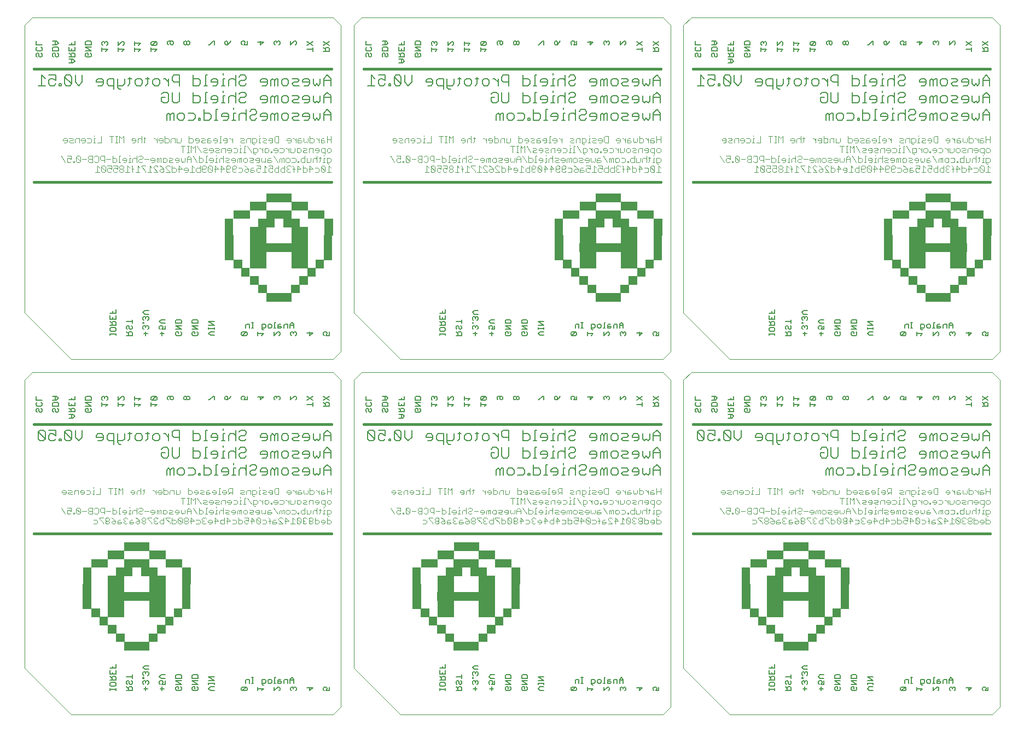
<source format=gbo>
G75*
%MOIN*%
%OFA0B0*%
%FSLAX25Y25*%
%IPPOS*%
%LPD*%
%AMOC8*
5,1,8,0,0,1.08239X$1,22.5*
%
%ADD10C,0.00004*%
%ADD11C,0.00600*%
%ADD12C,0.00300*%
%ADD13C,0.01600*%
%ADD14R,0.15090X0.00084*%
%ADD15R,0.15090X0.00083*%
%ADD16R,0.05080X0.00083*%
%ADD17R,0.05080X0.00084*%
%ADD18R,0.05000X0.00083*%
%ADD19R,0.05000X0.00084*%
%ADD20R,0.10000X0.00084*%
%ADD21R,0.10000X0.00083*%
%ADD22R,0.35170X0.00084*%
%ADD23R,0.35170X0.00083*%
%ADD24R,0.05090X0.00083*%
%ADD25R,0.05090X0.00084*%
%ADD26R,0.10090X0.00083*%
%ADD27R,0.10080X0.00083*%
%ADD28R,0.10090X0.00084*%
%ADD29R,0.10080X0.00084*%
%ADD30R,0.15170X0.00083*%
%ADD31R,0.15170X0.00084*%
%ADD32R,0.15080X0.00084*%
%ADD33R,0.15080X0.00083*%
D10*
X0036043Y0037220D02*
X0064390Y0008874D01*
X0224232Y0008874D01*
X0228957Y0013598D01*
X0228957Y0212811D01*
X0224232Y0217535D01*
X0040768Y0217535D01*
X0036043Y0212811D01*
X0036043Y0037220D01*
X0236831Y0037220D02*
X0265177Y0008874D01*
X0425020Y0008874D01*
X0429744Y0013598D01*
X0429744Y0212811D01*
X0425020Y0217535D01*
X0241555Y0217535D01*
X0236831Y0212811D01*
X0236831Y0037220D01*
X0437618Y0037220D02*
X0465965Y0008874D01*
X0625807Y0008874D01*
X0630531Y0013598D01*
X0630531Y0212811D01*
X0625807Y0217535D01*
X0442343Y0217535D01*
X0437618Y0212811D01*
X0437618Y0037220D01*
X0425020Y0225409D02*
X0265177Y0225409D01*
X0236831Y0253756D01*
X0236831Y0429346D01*
X0241555Y0434071D01*
X0425020Y0434071D01*
X0429744Y0429346D01*
X0429744Y0230134D01*
X0425020Y0225409D01*
X0437618Y0253756D02*
X0465965Y0225409D01*
X0625807Y0225409D01*
X0630531Y0230134D01*
X0630531Y0429346D01*
X0625807Y0434071D01*
X0442343Y0434071D01*
X0437618Y0429346D01*
X0437618Y0253756D01*
X0228957Y0230134D02*
X0224232Y0225409D01*
X0064390Y0225409D01*
X0036043Y0253756D01*
X0036043Y0429346D01*
X0040768Y0434071D01*
X0224232Y0434071D01*
X0228957Y0429346D01*
X0228957Y0230134D01*
D11*
X0221703Y0239957D02*
X0220001Y0239957D01*
X0220569Y0241091D01*
X0220569Y0241658D01*
X0220001Y0242225D01*
X0218867Y0242225D01*
X0218300Y0241658D01*
X0218300Y0240524D01*
X0218867Y0239957D01*
X0221703Y0239957D02*
X0221703Y0242225D01*
X0211703Y0241658D02*
X0210001Y0239957D01*
X0210001Y0242225D01*
X0208300Y0241658D02*
X0211703Y0241658D01*
X0201703Y0241658D02*
X0201136Y0242225D01*
X0200569Y0242225D01*
X0200001Y0241658D01*
X0199434Y0242225D01*
X0198867Y0242225D01*
X0198300Y0241658D01*
X0198300Y0240524D01*
X0198867Y0239957D01*
X0200001Y0241091D02*
X0200001Y0241658D01*
X0201703Y0241658D02*
X0201703Y0240524D01*
X0201136Y0239957D01*
X0200200Y0244585D02*
X0200200Y0246853D01*
X0199066Y0247988D01*
X0197931Y0246853D01*
X0197931Y0244585D01*
X0196517Y0244585D02*
X0196517Y0246853D01*
X0194815Y0246853D01*
X0194248Y0246286D01*
X0194248Y0244585D01*
X0192834Y0245152D02*
X0192267Y0245719D01*
X0190565Y0245719D01*
X0190565Y0246286D02*
X0190565Y0244585D01*
X0192267Y0244585D01*
X0192834Y0245152D01*
X0192267Y0246853D02*
X0191132Y0246853D01*
X0190565Y0246286D01*
X0189151Y0244585D02*
X0188016Y0244585D01*
X0188583Y0244585D02*
X0188583Y0247988D01*
X0189151Y0247988D01*
X0186695Y0246286D02*
X0186695Y0245152D01*
X0186128Y0244585D01*
X0184994Y0244585D01*
X0184427Y0245152D01*
X0184427Y0246286D01*
X0184994Y0246853D01*
X0186128Y0246853D01*
X0186695Y0246286D01*
X0183012Y0246286D02*
X0183012Y0245152D01*
X0182445Y0244585D01*
X0180743Y0244585D01*
X0180743Y0244017D02*
X0180743Y0246853D01*
X0182445Y0246853D01*
X0183012Y0246286D01*
X0181878Y0243450D02*
X0181311Y0243450D01*
X0180743Y0244017D01*
X0178300Y0242225D02*
X0178300Y0239957D01*
X0178300Y0241091D02*
X0181703Y0241091D01*
X0180569Y0239957D01*
X0175646Y0244585D02*
X0174511Y0244585D01*
X0175079Y0244585D02*
X0175079Y0247988D01*
X0175646Y0247988D02*
X0174511Y0247988D01*
X0173190Y0246853D02*
X0171489Y0246853D01*
X0170922Y0246286D01*
X0170922Y0244585D01*
X0173190Y0244585D02*
X0173190Y0246853D01*
X0171136Y0242225D02*
X0168867Y0239957D01*
X0168300Y0240524D01*
X0168300Y0241658D01*
X0168867Y0242225D01*
X0171136Y0242225D01*
X0171703Y0241658D01*
X0171703Y0240524D01*
X0171136Y0239957D01*
X0168867Y0239957D01*
X0151703Y0240117D02*
X0149434Y0240117D01*
X0148300Y0241252D01*
X0149434Y0242386D01*
X0151703Y0242386D01*
X0151703Y0243800D02*
X0151703Y0244935D01*
X0151703Y0244368D02*
X0148300Y0244368D01*
X0148300Y0244935D02*
X0148300Y0243800D01*
X0148300Y0246256D02*
X0151703Y0246256D01*
X0148300Y0248524D01*
X0151703Y0248524D01*
X0141703Y0249138D02*
X0141703Y0247437D01*
X0138300Y0247437D01*
X0138300Y0249138D01*
X0138867Y0249706D01*
X0141136Y0249706D01*
X0141703Y0249138D01*
X0141703Y0246022D02*
X0138300Y0246022D01*
X0141703Y0243754D01*
X0138300Y0243754D01*
X0138867Y0242339D02*
X0140001Y0242339D01*
X0140001Y0241205D01*
X0138867Y0242339D02*
X0138300Y0241772D01*
X0138300Y0240638D01*
X0138867Y0240071D01*
X0141136Y0240071D01*
X0141703Y0240638D01*
X0141703Y0241772D01*
X0141136Y0242339D01*
X0131703Y0241772D02*
X0131703Y0240638D01*
X0131136Y0240071D01*
X0128867Y0240071D01*
X0128300Y0240638D01*
X0128300Y0241772D01*
X0128867Y0242339D01*
X0130001Y0242339D01*
X0130001Y0241205D01*
X0131136Y0242339D02*
X0131703Y0241772D01*
X0131703Y0243754D02*
X0128300Y0246022D01*
X0131703Y0246022D01*
X0131703Y0247437D02*
X0131703Y0249138D01*
X0131136Y0249706D01*
X0128867Y0249706D01*
X0128300Y0249138D01*
X0128300Y0247437D01*
X0131703Y0247437D01*
X0131703Y0243754D02*
X0128300Y0243754D01*
X0121703Y0243754D02*
X0120001Y0243754D01*
X0120569Y0244888D01*
X0120569Y0245455D01*
X0120001Y0246022D01*
X0118867Y0246022D01*
X0118300Y0245455D01*
X0118300Y0244321D01*
X0118867Y0243754D01*
X0120001Y0242339D02*
X0120001Y0240071D01*
X0118867Y0241205D02*
X0121136Y0241205D01*
X0121703Y0243754D02*
X0121703Y0246022D01*
X0121703Y0247437D02*
X0119434Y0247437D01*
X0118300Y0248571D01*
X0119434Y0249706D01*
X0121703Y0249706D01*
X0111703Y0249833D02*
X0111703Y0250967D01*
X0111136Y0251534D01*
X0110569Y0251534D01*
X0110001Y0250967D01*
X0109434Y0251534D01*
X0108867Y0251534D01*
X0108300Y0250967D01*
X0108300Y0249833D01*
X0108867Y0249266D01*
X0108867Y0247991D02*
X0108300Y0247991D01*
X0108300Y0247424D01*
X0108867Y0247424D01*
X0108867Y0247991D01*
X0108867Y0246009D02*
X0108300Y0245442D01*
X0108300Y0244308D01*
X0108867Y0243741D01*
X0110001Y0244875D02*
X0110001Y0245442D01*
X0109434Y0246009D01*
X0108867Y0246009D01*
X0110001Y0245442D02*
X0110569Y0246009D01*
X0111136Y0246009D01*
X0111703Y0245442D01*
X0111703Y0244308D01*
X0111136Y0243741D01*
X0110001Y0242326D02*
X0110001Y0240058D01*
X0108867Y0241192D02*
X0111136Y0241192D01*
X0111136Y0249266D02*
X0111703Y0249833D01*
X0110001Y0250400D02*
X0110001Y0250967D01*
X0109434Y0252949D02*
X0108300Y0254083D01*
X0109434Y0255217D01*
X0111703Y0255217D01*
X0111703Y0252949D02*
X0109434Y0252949D01*
X0101703Y0249706D02*
X0101703Y0247437D01*
X0101703Y0248571D02*
X0098300Y0248571D01*
X0098867Y0246022D02*
X0098300Y0245455D01*
X0098300Y0244321D01*
X0098867Y0243754D01*
X0100001Y0244321D02*
X0100001Y0245455D01*
X0099434Y0246022D01*
X0098867Y0246022D01*
X0100001Y0244321D02*
X0100569Y0243754D01*
X0101136Y0243754D01*
X0101703Y0244321D01*
X0101703Y0245455D01*
X0101136Y0246022D01*
X0101136Y0242339D02*
X0100001Y0242339D01*
X0099434Y0241772D01*
X0099434Y0240071D01*
X0099434Y0241205D02*
X0098300Y0242339D01*
X0098300Y0240071D02*
X0101703Y0240071D01*
X0101703Y0241772D01*
X0101136Y0242339D01*
X0091703Y0243254D02*
X0091703Y0244388D01*
X0091136Y0244955D01*
X0088867Y0244955D01*
X0088300Y0244388D01*
X0088300Y0243254D01*
X0088867Y0242687D01*
X0091136Y0242687D01*
X0091703Y0243254D01*
X0091703Y0241366D02*
X0091703Y0240231D01*
X0091703Y0240798D02*
X0088300Y0240798D01*
X0088300Y0240231D02*
X0088300Y0241366D01*
X0088300Y0246370D02*
X0091703Y0246370D01*
X0091703Y0248071D01*
X0091136Y0248638D01*
X0090001Y0248638D01*
X0089434Y0248071D01*
X0089434Y0246370D01*
X0089434Y0247504D02*
X0088300Y0248638D01*
X0088300Y0250053D02*
X0088300Y0252322D01*
X0088300Y0253736D02*
X0091703Y0253736D01*
X0091703Y0256005D01*
X0090001Y0254870D02*
X0090001Y0253736D01*
X0091703Y0252322D02*
X0091703Y0250053D01*
X0088300Y0250053D01*
X0090001Y0250053D02*
X0090001Y0251187D01*
X0093300Y0202764D02*
X0093300Y0200495D01*
X0095569Y0202764D01*
X0096136Y0202764D01*
X0096703Y0202196D01*
X0096703Y0201062D01*
X0096136Y0200495D01*
X0096703Y0197946D02*
X0093300Y0197946D01*
X0093300Y0196812D02*
X0093300Y0199080D01*
X0095569Y0196812D02*
X0096703Y0197946D01*
X0103300Y0197946D02*
X0106703Y0197946D01*
X0105569Y0196812D01*
X0103300Y0196812D02*
X0103300Y0199080D01*
X0103300Y0200495D02*
X0103300Y0202764D01*
X0103300Y0201629D02*
X0106703Y0201629D01*
X0105569Y0200495D01*
X0113300Y0201062D02*
X0113867Y0200495D01*
X0116136Y0202764D01*
X0113867Y0202764D01*
X0113300Y0202196D01*
X0113300Y0201062D01*
X0113867Y0200495D02*
X0116136Y0200495D01*
X0116703Y0201062D01*
X0116703Y0202196D01*
X0116136Y0202764D01*
X0113300Y0199080D02*
X0113300Y0196812D01*
X0113300Y0197946D02*
X0116703Y0197946D01*
X0115569Y0196812D01*
X0123300Y0201316D02*
X0123300Y0202450D01*
X0123867Y0203017D01*
X0126136Y0203017D01*
X0126703Y0202450D01*
X0126703Y0201316D01*
X0126136Y0200749D01*
X0125569Y0200749D01*
X0125001Y0201316D01*
X0125001Y0203017D01*
X0123300Y0201316D02*
X0123867Y0200749D01*
X0133300Y0201316D02*
X0133867Y0200749D01*
X0134434Y0200749D01*
X0135001Y0201316D01*
X0135001Y0202450D01*
X0134434Y0203017D01*
X0133867Y0203017D01*
X0133300Y0202450D01*
X0133300Y0201316D01*
X0135001Y0201316D02*
X0135569Y0200749D01*
X0136136Y0200749D01*
X0136703Y0201316D01*
X0136703Y0202450D01*
X0136136Y0203017D01*
X0135569Y0203017D01*
X0135001Y0202450D01*
X0148300Y0200749D02*
X0148867Y0200749D01*
X0151136Y0203017D01*
X0151703Y0203017D01*
X0151703Y0200749D01*
X0158300Y0201316D02*
X0158300Y0202450D01*
X0158867Y0203017D01*
X0159434Y0203017D01*
X0160001Y0202450D01*
X0160001Y0200749D01*
X0158867Y0200749D01*
X0158300Y0201316D01*
X0160001Y0200749D02*
X0161136Y0201883D01*
X0161703Y0203017D01*
X0168300Y0202450D02*
X0168300Y0201316D01*
X0168867Y0200749D01*
X0170001Y0200749D02*
X0170569Y0201883D01*
X0170569Y0202450D01*
X0170001Y0203017D01*
X0168867Y0203017D01*
X0168300Y0202450D01*
X0170001Y0200749D02*
X0171703Y0200749D01*
X0171703Y0203017D01*
X0178300Y0202450D02*
X0181703Y0202450D01*
X0180001Y0200749D01*
X0180001Y0203017D01*
X0188300Y0202450D02*
X0188300Y0201316D01*
X0188867Y0200749D01*
X0190001Y0201883D02*
X0190001Y0202450D01*
X0189434Y0203017D01*
X0188867Y0203017D01*
X0188300Y0202450D01*
X0190001Y0202450D02*
X0190569Y0203017D01*
X0191136Y0203017D01*
X0191703Y0202450D01*
X0191703Y0201316D01*
X0191136Y0200749D01*
X0198300Y0200749D02*
X0200569Y0203017D01*
X0201136Y0203017D01*
X0201703Y0202450D01*
X0201703Y0201316D01*
X0201136Y0200749D01*
X0198300Y0200749D02*
X0198300Y0203017D01*
X0208300Y0202764D02*
X0211703Y0200495D01*
X0211703Y0199080D02*
X0211703Y0196812D01*
X0211703Y0197946D02*
X0208300Y0197946D01*
X0208300Y0200495D02*
X0211703Y0202764D01*
X0218300Y0202803D02*
X0221703Y0200534D01*
X0221136Y0199120D02*
X0220001Y0199120D01*
X0219434Y0198553D01*
X0219434Y0196851D01*
X0218300Y0196851D02*
X0221703Y0196851D01*
X0221703Y0198553D01*
X0221136Y0199120D01*
X0219434Y0197985D02*
X0218300Y0199120D01*
X0218300Y0200534D02*
X0221703Y0202803D01*
X0220616Y0182249D02*
X0218481Y0180114D01*
X0218481Y0175843D01*
X0216306Y0176911D02*
X0216306Y0180114D01*
X0218481Y0179046D02*
X0222751Y0179046D01*
X0222751Y0180114D02*
X0220616Y0182249D01*
X0222751Y0180114D02*
X0222751Y0175843D01*
X0220616Y0171749D02*
X0218481Y0169614D01*
X0218481Y0165343D01*
X0216306Y0166411D02*
X0216306Y0169614D01*
X0218481Y0168546D02*
X0222751Y0168546D01*
X0222751Y0169614D02*
X0220616Y0171749D01*
X0222751Y0169614D02*
X0222751Y0165343D01*
X0220616Y0161249D02*
X0218481Y0159114D01*
X0218481Y0154843D01*
X0216306Y0155911D02*
X0215238Y0154843D01*
X0214171Y0155911D01*
X0213103Y0154843D01*
X0212035Y0155911D01*
X0212035Y0159114D01*
X0209860Y0158046D02*
X0208793Y0159114D01*
X0206657Y0159114D01*
X0205590Y0158046D01*
X0205590Y0156978D01*
X0209860Y0156978D01*
X0209860Y0155911D02*
X0209860Y0158046D01*
X0209860Y0155911D02*
X0208793Y0154843D01*
X0206657Y0154843D01*
X0203415Y0154843D02*
X0200212Y0154843D01*
X0199144Y0155911D01*
X0200212Y0156978D01*
X0202347Y0156978D01*
X0203415Y0158046D01*
X0202347Y0159114D01*
X0199144Y0159114D01*
X0196969Y0158046D02*
X0196969Y0155911D01*
X0195902Y0154843D01*
X0193766Y0154843D01*
X0192699Y0155911D01*
X0192699Y0158046D01*
X0193766Y0159114D01*
X0195902Y0159114D01*
X0196969Y0158046D01*
X0190524Y0159114D02*
X0190524Y0154843D01*
X0188389Y0154843D02*
X0188389Y0158046D01*
X0187321Y0159114D01*
X0186253Y0158046D01*
X0186253Y0154843D01*
X0184078Y0155911D02*
X0184078Y0158046D01*
X0183011Y0159114D01*
X0180875Y0159114D01*
X0179808Y0158046D01*
X0179808Y0156978D01*
X0184078Y0156978D01*
X0184078Y0155911D02*
X0183011Y0154843D01*
X0180875Y0154843D01*
X0177633Y0155911D02*
X0176565Y0154843D01*
X0174430Y0154843D01*
X0173362Y0155911D01*
X0173362Y0156978D01*
X0174430Y0158046D01*
X0176565Y0158046D01*
X0177633Y0159114D01*
X0177633Y0160181D01*
X0176565Y0161249D01*
X0174430Y0161249D01*
X0173362Y0160181D01*
X0171187Y0161249D02*
X0171187Y0154843D01*
X0171187Y0158046D02*
X0170120Y0159114D01*
X0167984Y0159114D01*
X0166917Y0158046D01*
X0166917Y0154843D01*
X0164742Y0154843D02*
X0162607Y0154843D01*
X0163674Y0154843D02*
X0163674Y0159114D01*
X0164742Y0159114D01*
X0163674Y0161249D02*
X0163674Y0162316D01*
X0164742Y0165343D02*
X0164742Y0171749D01*
X0163674Y0169614D02*
X0161539Y0169614D01*
X0160471Y0168546D01*
X0160471Y0165343D01*
X0158296Y0165343D02*
X0156161Y0165343D01*
X0157229Y0165343D02*
X0157229Y0169614D01*
X0158296Y0169614D01*
X0157229Y0171749D02*
X0157229Y0172816D01*
X0157229Y0175843D02*
X0157229Y0180114D01*
X0158296Y0180114D01*
X0157229Y0182249D02*
X0157229Y0183316D01*
X0153999Y0179046D02*
X0152932Y0180114D01*
X0150796Y0180114D01*
X0149729Y0179046D01*
X0149729Y0177978D01*
X0153999Y0177978D01*
X0153999Y0176911D02*
X0153999Y0179046D01*
X0153999Y0176911D02*
X0152932Y0175843D01*
X0150796Y0175843D01*
X0147554Y0175843D02*
X0145419Y0175843D01*
X0146486Y0175843D02*
X0146486Y0182249D01*
X0147554Y0182249D01*
X0143257Y0179046D02*
X0142189Y0180114D01*
X0138986Y0180114D01*
X0138986Y0182249D02*
X0138986Y0175843D01*
X0142189Y0175843D01*
X0143257Y0176911D01*
X0143257Y0179046D01*
X0146486Y0171749D02*
X0146486Y0165343D01*
X0145419Y0165343D02*
X0147554Y0165343D01*
X0149729Y0167478D02*
X0153999Y0167478D01*
X0153999Y0166411D02*
X0153999Y0168546D01*
X0152932Y0169614D01*
X0150796Y0169614D01*
X0149729Y0168546D01*
X0149729Y0167478D01*
X0150796Y0165343D02*
X0152932Y0165343D01*
X0153999Y0166411D01*
X0153999Y0161249D02*
X0152932Y0161249D01*
X0152932Y0154843D01*
X0153999Y0154843D02*
X0151864Y0154843D01*
X0149702Y0155911D02*
X0148635Y0154843D01*
X0145432Y0154843D01*
X0145432Y0161249D01*
X0145432Y0159114D02*
X0148635Y0159114D01*
X0149702Y0158046D01*
X0149702Y0155911D01*
X0143257Y0155911D02*
X0143257Y0154843D01*
X0142189Y0154843D01*
X0142189Y0155911D01*
X0143257Y0155911D01*
X0140034Y0155911D02*
X0138966Y0154843D01*
X0135764Y0154843D01*
X0133588Y0155911D02*
X0132521Y0154843D01*
X0130386Y0154843D01*
X0129318Y0155911D01*
X0129318Y0158046D01*
X0130386Y0159114D01*
X0132521Y0159114D01*
X0133588Y0158046D01*
X0133588Y0155911D01*
X0135764Y0159114D02*
X0138966Y0159114D01*
X0140034Y0158046D01*
X0140034Y0155911D01*
X0138986Y0165343D02*
X0142189Y0165343D01*
X0143257Y0166411D01*
X0143257Y0168546D01*
X0142189Y0169614D01*
X0138986Y0169614D01*
X0138986Y0171749D02*
X0138986Y0165343D01*
X0130366Y0166411D02*
X0130366Y0171749D01*
X0130366Y0175843D02*
X0130366Y0182249D01*
X0127163Y0182249D01*
X0126095Y0181181D01*
X0126095Y0179046D01*
X0127163Y0177978D01*
X0130366Y0177978D01*
X0123920Y0177978D02*
X0121785Y0180114D01*
X0120717Y0180114D01*
X0118549Y0179046D02*
X0118549Y0176911D01*
X0117481Y0175843D01*
X0115346Y0175843D01*
X0114279Y0176911D01*
X0114279Y0179046D01*
X0115346Y0180114D01*
X0117481Y0180114D01*
X0118549Y0179046D01*
X0123920Y0180114D02*
X0123920Y0175843D01*
X0122853Y0171749D02*
X0120717Y0171749D01*
X0119650Y0170681D01*
X0119650Y0168546D02*
X0121785Y0168546D01*
X0119650Y0168546D02*
X0119650Y0166411D01*
X0120717Y0165343D01*
X0122853Y0165343D01*
X0123920Y0166411D01*
X0123920Y0170681D01*
X0122853Y0171749D01*
X0126095Y0171749D02*
X0126095Y0166411D01*
X0127163Y0165343D01*
X0129298Y0165343D01*
X0130366Y0166411D01*
X0127143Y0159114D02*
X0126075Y0159114D01*
X0125008Y0158046D01*
X0123940Y0159114D01*
X0122873Y0158046D01*
X0122873Y0154843D01*
X0125008Y0154843D02*
X0125008Y0158046D01*
X0127143Y0159114D02*
X0127143Y0154843D01*
X0146486Y0171749D02*
X0147554Y0171749D01*
X0156161Y0175843D02*
X0158296Y0175843D01*
X0160471Y0175843D02*
X0160471Y0179046D01*
X0161539Y0180114D01*
X0163674Y0180114D01*
X0164742Y0179046D01*
X0166917Y0177978D02*
X0166917Y0176911D01*
X0167984Y0175843D01*
X0170120Y0175843D01*
X0171187Y0176911D01*
X0170120Y0179046D02*
X0167984Y0179046D01*
X0166917Y0177978D01*
X0164742Y0175843D02*
X0164742Y0182249D01*
X0166917Y0181181D02*
X0167984Y0182249D01*
X0170120Y0182249D01*
X0171187Y0181181D01*
X0171187Y0180114D01*
X0170120Y0179046D01*
X0170120Y0171749D02*
X0171187Y0170681D01*
X0171187Y0169614D01*
X0170120Y0168546D01*
X0167984Y0168546D01*
X0166917Y0167478D01*
X0166917Y0166411D01*
X0167984Y0165343D01*
X0170120Y0165343D01*
X0171187Y0166411D01*
X0170120Y0171749D02*
X0167984Y0171749D01*
X0166917Y0170681D01*
X0164742Y0168546D02*
X0163674Y0169614D01*
X0159377Y0159114D02*
X0157242Y0159114D01*
X0156174Y0158046D01*
X0156174Y0156978D01*
X0160445Y0156978D01*
X0160445Y0155911D02*
X0160445Y0158046D01*
X0159377Y0159114D01*
X0160445Y0155911D02*
X0159377Y0154843D01*
X0157242Y0154843D01*
X0180875Y0165343D02*
X0183011Y0165343D01*
X0184078Y0166411D01*
X0184078Y0168546D01*
X0183011Y0169614D01*
X0180875Y0169614D01*
X0179808Y0168546D01*
X0179808Y0167478D01*
X0184078Y0167478D01*
X0186253Y0168546D02*
X0186253Y0165343D01*
X0188389Y0165343D02*
X0188389Y0168546D01*
X0187321Y0169614D01*
X0186253Y0168546D01*
X0188389Y0168546D02*
X0189456Y0169614D01*
X0190524Y0169614D01*
X0190524Y0165343D01*
X0192699Y0166411D02*
X0192699Y0168546D01*
X0193766Y0169614D01*
X0195902Y0169614D01*
X0196969Y0168546D01*
X0196969Y0166411D01*
X0195902Y0165343D01*
X0193766Y0165343D01*
X0192699Y0166411D01*
X0199144Y0166411D02*
X0200212Y0167478D01*
X0202347Y0167478D01*
X0203415Y0168546D01*
X0202347Y0169614D01*
X0199144Y0169614D01*
X0199144Y0166411D02*
X0200212Y0165343D01*
X0203415Y0165343D01*
X0205590Y0167478D02*
X0205590Y0168546D01*
X0206657Y0169614D01*
X0208793Y0169614D01*
X0209860Y0168546D01*
X0209860Y0166411D01*
X0208793Y0165343D01*
X0206657Y0165343D01*
X0205590Y0167478D02*
X0209860Y0167478D01*
X0212035Y0166411D02*
X0212035Y0169614D01*
X0212035Y0166411D02*
X0213103Y0165343D01*
X0214171Y0166411D01*
X0215238Y0165343D01*
X0216306Y0166411D01*
X0220616Y0161249D02*
X0222751Y0159114D01*
X0222751Y0154843D01*
X0222751Y0158046D02*
X0218481Y0158046D01*
X0216306Y0159114D02*
X0216306Y0155911D01*
X0215238Y0175843D02*
X0214171Y0176911D01*
X0213103Y0175843D01*
X0212035Y0176911D01*
X0212035Y0180114D01*
X0209860Y0179046D02*
X0209860Y0176911D01*
X0208793Y0175843D01*
X0206657Y0175843D01*
X0205590Y0177978D02*
X0209860Y0177978D01*
X0209860Y0179046D02*
X0208793Y0180114D01*
X0206657Y0180114D01*
X0205590Y0179046D01*
X0205590Y0177978D01*
X0203415Y0179046D02*
X0202347Y0180114D01*
X0199144Y0180114D01*
X0200212Y0177978D02*
X0202347Y0177978D01*
X0203415Y0179046D01*
X0203415Y0175843D02*
X0200212Y0175843D01*
X0199144Y0176911D01*
X0200212Y0177978D01*
X0196969Y0176911D02*
X0195902Y0175843D01*
X0193766Y0175843D01*
X0192699Y0176911D01*
X0192699Y0179046D01*
X0193766Y0180114D01*
X0195902Y0180114D01*
X0196969Y0179046D01*
X0196969Y0176911D01*
X0190524Y0175843D02*
X0190524Y0180114D01*
X0189456Y0180114D01*
X0188389Y0179046D01*
X0187321Y0180114D01*
X0186253Y0179046D01*
X0186253Y0175843D01*
X0188389Y0175843D02*
X0188389Y0179046D01*
X0184078Y0179046D02*
X0184078Y0176911D01*
X0183011Y0175843D01*
X0180875Y0175843D01*
X0179808Y0177978D02*
X0184078Y0177978D01*
X0184078Y0179046D02*
X0183011Y0180114D01*
X0180875Y0180114D01*
X0179808Y0179046D01*
X0179808Y0177978D01*
X0189456Y0159114D02*
X0188389Y0158046D01*
X0189456Y0159114D02*
X0190524Y0159114D01*
X0215238Y0175843D02*
X0216306Y0176911D01*
X0245240Y0176911D02*
X0246307Y0175843D01*
X0248443Y0175843D01*
X0249510Y0176911D01*
X0245240Y0181181D01*
X0245240Y0176911D01*
X0249510Y0176911D02*
X0249510Y0181181D01*
X0248443Y0182249D01*
X0246307Y0182249D01*
X0245240Y0181181D01*
X0251685Y0182249D02*
X0255956Y0182249D01*
X0255956Y0179046D01*
X0253821Y0180114D01*
X0252753Y0180114D01*
X0251685Y0179046D01*
X0251685Y0176911D01*
X0252753Y0175843D01*
X0254888Y0175843D01*
X0255956Y0176911D01*
X0258111Y0176911D02*
X0258111Y0175843D01*
X0259178Y0175843D01*
X0259178Y0176911D01*
X0258111Y0176911D01*
X0261354Y0176911D02*
X0262421Y0175843D01*
X0264556Y0175843D01*
X0265624Y0176911D01*
X0261354Y0181181D01*
X0261354Y0176911D01*
X0265624Y0176911D02*
X0265624Y0181181D01*
X0264556Y0182249D01*
X0262421Y0182249D01*
X0261354Y0181181D01*
X0267799Y0182249D02*
X0267799Y0177978D01*
X0269934Y0175843D01*
X0272069Y0177978D01*
X0272069Y0182249D01*
X0280690Y0179046D02*
X0280690Y0177978D01*
X0284960Y0177978D01*
X0284960Y0176911D02*
X0284960Y0179046D01*
X0283893Y0180114D01*
X0281758Y0180114D01*
X0280690Y0179046D01*
X0281758Y0175843D02*
X0283893Y0175843D01*
X0284960Y0176911D01*
X0287136Y0176911D02*
X0288203Y0175843D01*
X0291406Y0175843D01*
X0291406Y0173708D02*
X0291406Y0180114D01*
X0288203Y0180114D01*
X0287136Y0179046D01*
X0287136Y0176911D01*
X0293581Y0175843D02*
X0296784Y0175843D01*
X0297851Y0176911D01*
X0297851Y0180114D01*
X0300013Y0180114D02*
X0302148Y0180114D01*
X0301081Y0181181D02*
X0301081Y0176911D01*
X0300013Y0175843D01*
X0304324Y0176911D02*
X0304324Y0179046D01*
X0305391Y0180114D01*
X0307526Y0180114D01*
X0308594Y0179046D01*
X0308594Y0176911D01*
X0307526Y0175843D01*
X0305391Y0175843D01*
X0304324Y0176911D01*
X0310756Y0175843D02*
X0311823Y0176911D01*
X0311823Y0181181D01*
X0310756Y0180114D02*
X0312891Y0180114D01*
X0315066Y0179046D02*
X0315066Y0176911D01*
X0316134Y0175843D01*
X0318269Y0175843D01*
X0319336Y0176911D01*
X0319336Y0179046D01*
X0318269Y0180114D01*
X0316134Y0180114D01*
X0315066Y0179046D01*
X0321505Y0180114D02*
X0322572Y0180114D01*
X0324708Y0177978D01*
X0324708Y0175843D02*
X0324708Y0180114D01*
X0326883Y0181181D02*
X0327950Y0182249D01*
X0331153Y0182249D01*
X0331153Y0175843D01*
X0331153Y0177978D02*
X0327950Y0177978D01*
X0326883Y0179046D01*
X0326883Y0181181D01*
X0326883Y0171749D02*
X0326883Y0166411D01*
X0327950Y0165343D01*
X0330086Y0165343D01*
X0331153Y0166411D01*
X0331153Y0171749D01*
X0324708Y0170681D02*
X0324708Y0166411D01*
X0323640Y0165343D01*
X0321505Y0165343D01*
X0320437Y0166411D01*
X0320437Y0168546D01*
X0322572Y0168546D01*
X0320437Y0170681D02*
X0321505Y0171749D01*
X0323640Y0171749D01*
X0324708Y0170681D01*
X0324728Y0159114D02*
X0323660Y0158046D01*
X0323660Y0154843D01*
X0325795Y0154843D02*
X0325795Y0158046D01*
X0324728Y0159114D01*
X0325795Y0158046D02*
X0326863Y0159114D01*
X0327930Y0159114D01*
X0327930Y0154843D01*
X0330106Y0155911D02*
X0331173Y0154843D01*
X0333308Y0154843D01*
X0334376Y0155911D01*
X0334376Y0158046D01*
X0333308Y0159114D01*
X0331173Y0159114D01*
X0330106Y0158046D01*
X0330106Y0155911D01*
X0336551Y0154843D02*
X0339754Y0154843D01*
X0340821Y0155911D01*
X0340821Y0158046D01*
X0339754Y0159114D01*
X0336551Y0159114D01*
X0342977Y0155911D02*
X0342977Y0154843D01*
X0344044Y0154843D01*
X0344044Y0155911D01*
X0342977Y0155911D01*
X0346219Y0154843D02*
X0349422Y0154843D01*
X0350490Y0155911D01*
X0350490Y0158046D01*
X0349422Y0159114D01*
X0346219Y0159114D01*
X0346219Y0161249D02*
X0346219Y0154843D01*
X0352651Y0154843D02*
X0354787Y0154843D01*
X0353719Y0154843D02*
X0353719Y0161249D01*
X0354787Y0161249D01*
X0356962Y0158046D02*
X0356962Y0156978D01*
X0361232Y0156978D01*
X0361232Y0155911D02*
X0361232Y0158046D01*
X0360165Y0159114D01*
X0358029Y0159114D01*
X0356962Y0158046D01*
X0358029Y0154843D02*
X0360165Y0154843D01*
X0361232Y0155911D01*
X0363394Y0154843D02*
X0365529Y0154843D01*
X0364462Y0154843D02*
X0364462Y0159114D01*
X0365529Y0159114D01*
X0364462Y0161249D02*
X0364462Y0162316D01*
X0365529Y0165343D02*
X0365529Y0171749D01*
X0364462Y0169614D02*
X0362326Y0169614D01*
X0361259Y0168546D01*
X0361259Y0165343D01*
X0359084Y0165343D02*
X0356948Y0165343D01*
X0358016Y0165343D02*
X0358016Y0169614D01*
X0359084Y0169614D01*
X0358016Y0171749D02*
X0358016Y0172816D01*
X0358016Y0175843D02*
X0358016Y0180114D01*
X0359084Y0180114D01*
X0358016Y0182249D02*
X0358016Y0183316D01*
X0354787Y0179046D02*
X0353719Y0180114D01*
X0351584Y0180114D01*
X0350516Y0179046D01*
X0350516Y0177978D01*
X0354787Y0177978D01*
X0354787Y0176911D02*
X0354787Y0179046D01*
X0354787Y0176911D02*
X0353719Y0175843D01*
X0351584Y0175843D01*
X0348341Y0175843D02*
X0346206Y0175843D01*
X0347274Y0175843D02*
X0347274Y0182249D01*
X0348341Y0182249D01*
X0344044Y0179046D02*
X0342977Y0180114D01*
X0339774Y0180114D01*
X0339774Y0182249D02*
X0339774Y0175843D01*
X0342977Y0175843D01*
X0344044Y0176911D01*
X0344044Y0179046D01*
X0347274Y0171749D02*
X0347274Y0165343D01*
X0348341Y0165343D02*
X0346206Y0165343D01*
X0344044Y0166411D02*
X0344044Y0168546D01*
X0342977Y0169614D01*
X0339774Y0169614D01*
X0339774Y0171749D02*
X0339774Y0165343D01*
X0342977Y0165343D01*
X0344044Y0166411D01*
X0347274Y0171749D02*
X0348341Y0171749D01*
X0350516Y0168546D02*
X0350516Y0167478D01*
X0354787Y0167478D01*
X0354787Y0166411D02*
X0354787Y0168546D01*
X0353719Y0169614D01*
X0351584Y0169614D01*
X0350516Y0168546D01*
X0351584Y0165343D02*
X0353719Y0165343D01*
X0354787Y0166411D01*
X0356948Y0175843D02*
X0359084Y0175843D01*
X0361259Y0175843D02*
X0361259Y0179046D01*
X0362326Y0180114D01*
X0364462Y0180114D01*
X0365529Y0179046D01*
X0367704Y0177978D02*
X0367704Y0176911D01*
X0368772Y0175843D01*
X0370907Y0175843D01*
X0371975Y0176911D01*
X0370907Y0179046D02*
X0368772Y0179046D01*
X0367704Y0177978D01*
X0365529Y0175843D02*
X0365529Y0182249D01*
X0367704Y0181181D02*
X0368772Y0182249D01*
X0370907Y0182249D01*
X0371975Y0181181D01*
X0371975Y0180114D01*
X0370907Y0179046D01*
X0380595Y0179046D02*
X0380595Y0177978D01*
X0384866Y0177978D01*
X0384866Y0176911D02*
X0384866Y0179046D01*
X0383798Y0180114D01*
X0381663Y0180114D01*
X0380595Y0179046D01*
X0381663Y0175843D02*
X0383798Y0175843D01*
X0384866Y0176911D01*
X0387041Y0175843D02*
X0387041Y0179046D01*
X0388108Y0180114D01*
X0389176Y0179046D01*
X0389176Y0175843D01*
X0391311Y0175843D02*
X0391311Y0180114D01*
X0390244Y0180114D01*
X0389176Y0179046D01*
X0393486Y0179046D02*
X0393486Y0176911D01*
X0394554Y0175843D01*
X0396689Y0175843D01*
X0397757Y0176911D01*
X0397757Y0179046D01*
X0396689Y0180114D01*
X0394554Y0180114D01*
X0393486Y0179046D01*
X0399932Y0180114D02*
X0403135Y0180114D01*
X0404202Y0179046D01*
X0403135Y0177978D01*
X0400999Y0177978D01*
X0399932Y0176911D01*
X0400999Y0175843D01*
X0404202Y0175843D01*
X0406377Y0177978D02*
X0410648Y0177978D01*
X0410648Y0176911D02*
X0410648Y0179046D01*
X0409580Y0180114D01*
X0407445Y0180114D01*
X0406377Y0179046D01*
X0406377Y0177978D01*
X0407445Y0175843D02*
X0409580Y0175843D01*
X0410648Y0176911D01*
X0412823Y0176911D02*
X0412823Y0180114D01*
X0412823Y0176911D02*
X0413890Y0175843D01*
X0414958Y0176911D01*
X0416026Y0175843D01*
X0417093Y0176911D01*
X0417093Y0180114D01*
X0419268Y0180114D02*
X0419268Y0175843D01*
X0419268Y0179046D02*
X0423539Y0179046D01*
X0423539Y0180114D02*
X0421403Y0182249D01*
X0419268Y0180114D01*
X0423539Y0180114D02*
X0423539Y0175843D01*
X0421403Y0171749D02*
X0419268Y0169614D01*
X0419268Y0165343D01*
X0417093Y0166411D02*
X0416026Y0165343D01*
X0414958Y0166411D01*
X0413890Y0165343D01*
X0412823Y0166411D01*
X0412823Y0169614D01*
X0410648Y0168546D02*
X0409580Y0169614D01*
X0407445Y0169614D01*
X0406377Y0168546D01*
X0406377Y0167478D01*
X0410648Y0167478D01*
X0410648Y0166411D02*
X0410648Y0168546D01*
X0410648Y0166411D02*
X0409580Y0165343D01*
X0407445Y0165343D01*
X0404202Y0165343D02*
X0400999Y0165343D01*
X0399932Y0166411D01*
X0400999Y0167478D01*
X0403135Y0167478D01*
X0404202Y0168546D01*
X0403135Y0169614D01*
X0399932Y0169614D01*
X0397757Y0168546D02*
X0397757Y0166411D01*
X0396689Y0165343D01*
X0394554Y0165343D01*
X0393486Y0166411D01*
X0393486Y0168546D01*
X0394554Y0169614D01*
X0396689Y0169614D01*
X0397757Y0168546D01*
X0391311Y0169614D02*
X0391311Y0165343D01*
X0389176Y0165343D02*
X0389176Y0168546D01*
X0388108Y0169614D01*
X0387041Y0168546D01*
X0387041Y0165343D01*
X0384866Y0166411D02*
X0384866Y0168546D01*
X0383798Y0169614D01*
X0381663Y0169614D01*
X0380595Y0168546D01*
X0380595Y0167478D01*
X0384866Y0167478D01*
X0384866Y0166411D02*
X0383798Y0165343D01*
X0381663Y0165343D01*
X0377353Y0161249D02*
X0375217Y0161249D01*
X0374150Y0160181D01*
X0375217Y0158046D02*
X0374150Y0156978D01*
X0374150Y0155911D01*
X0375217Y0154843D01*
X0377353Y0154843D01*
X0378420Y0155911D01*
X0377353Y0158046D02*
X0375217Y0158046D01*
X0377353Y0158046D02*
X0378420Y0159114D01*
X0378420Y0160181D01*
X0377353Y0161249D01*
X0380595Y0158046D02*
X0380595Y0156978D01*
X0384866Y0156978D01*
X0384866Y0155911D02*
X0384866Y0158046D01*
X0383798Y0159114D01*
X0381663Y0159114D01*
X0380595Y0158046D01*
X0381663Y0154843D02*
X0383798Y0154843D01*
X0384866Y0155911D01*
X0387041Y0154843D02*
X0387041Y0158046D01*
X0388108Y0159114D01*
X0389176Y0158046D01*
X0389176Y0154843D01*
X0391311Y0154843D02*
X0391311Y0159114D01*
X0390244Y0159114D01*
X0389176Y0158046D01*
X0393486Y0158046D02*
X0394554Y0159114D01*
X0396689Y0159114D01*
X0397757Y0158046D01*
X0397757Y0155911D01*
X0396689Y0154843D01*
X0394554Y0154843D01*
X0393486Y0155911D01*
X0393486Y0158046D01*
X0399932Y0159114D02*
X0403135Y0159114D01*
X0404202Y0158046D01*
X0403135Y0156978D01*
X0400999Y0156978D01*
X0399932Y0155911D01*
X0400999Y0154843D01*
X0404202Y0154843D01*
X0406377Y0156978D02*
X0410648Y0156978D01*
X0410648Y0155911D02*
X0410648Y0158046D01*
X0409580Y0159114D01*
X0407445Y0159114D01*
X0406377Y0158046D01*
X0406377Y0156978D01*
X0407445Y0154843D02*
X0409580Y0154843D01*
X0410648Y0155911D01*
X0412823Y0155911D02*
X0412823Y0159114D01*
X0412823Y0155911D02*
X0413890Y0154843D01*
X0414958Y0155911D01*
X0416026Y0154843D01*
X0417093Y0155911D01*
X0417093Y0159114D01*
X0419268Y0159114D02*
X0419268Y0154843D01*
X0419268Y0158046D02*
X0423539Y0158046D01*
X0423539Y0159114D02*
X0421403Y0161249D01*
X0419268Y0159114D01*
X0423539Y0159114D02*
X0423539Y0154843D01*
X0423539Y0165343D02*
X0423539Y0169614D01*
X0421403Y0171749D01*
X0423539Y0168546D02*
X0419268Y0168546D01*
X0417093Y0169614D02*
X0417093Y0166411D01*
X0391311Y0169614D02*
X0390244Y0169614D01*
X0389176Y0168546D01*
X0371975Y0169614D02*
X0370907Y0168546D01*
X0368772Y0168546D01*
X0367704Y0167478D01*
X0367704Y0166411D01*
X0368772Y0165343D01*
X0370907Y0165343D01*
X0371975Y0166411D01*
X0371975Y0169614D02*
X0371975Y0170681D01*
X0370907Y0171749D01*
X0368772Y0171749D01*
X0367704Y0170681D01*
X0365529Y0168546D02*
X0364462Y0169614D01*
X0371975Y0161249D02*
X0371975Y0154843D01*
X0371975Y0158046D02*
X0370907Y0159114D01*
X0368772Y0159114D01*
X0367704Y0158046D01*
X0367704Y0154843D01*
X0409087Y0197946D02*
X0412490Y0197946D01*
X0412490Y0196812D02*
X0412490Y0199080D01*
X0412490Y0200495D02*
X0409087Y0202764D01*
X0409087Y0200495D02*
X0412490Y0202764D01*
X0419087Y0202803D02*
X0422490Y0200534D01*
X0421923Y0199120D02*
X0420789Y0199120D01*
X0420222Y0198553D01*
X0420222Y0196851D01*
X0420222Y0197985D02*
X0419087Y0199120D01*
X0419087Y0200534D02*
X0422490Y0202803D01*
X0421923Y0199120D02*
X0422490Y0198553D01*
X0422490Y0196851D01*
X0419087Y0196851D01*
X0402490Y0201316D02*
X0401923Y0200749D01*
X0402490Y0201316D02*
X0402490Y0202450D01*
X0401923Y0203017D01*
X0401356Y0203017D01*
X0399087Y0200749D01*
X0399087Y0203017D01*
X0392490Y0202450D02*
X0391923Y0203017D01*
X0391356Y0203017D01*
X0390789Y0202450D01*
X0390222Y0203017D01*
X0389655Y0203017D01*
X0389087Y0202450D01*
X0389087Y0201316D01*
X0389655Y0200749D01*
X0390789Y0201883D02*
X0390789Y0202450D01*
X0392490Y0202450D02*
X0392490Y0201316D01*
X0391923Y0200749D01*
X0382490Y0202450D02*
X0380789Y0200749D01*
X0380789Y0203017D01*
X0379087Y0202450D02*
X0382490Y0202450D01*
X0372490Y0203017D02*
X0372490Y0200749D01*
X0370789Y0200749D01*
X0371356Y0201883D01*
X0371356Y0202450D01*
X0370789Y0203017D01*
X0369655Y0203017D01*
X0369087Y0202450D01*
X0369087Y0201316D01*
X0369655Y0200749D01*
X0362490Y0203017D02*
X0361923Y0201883D01*
X0360789Y0200749D01*
X0360789Y0202450D01*
X0360222Y0203017D01*
X0359655Y0203017D01*
X0359087Y0202450D01*
X0359087Y0201316D01*
X0359655Y0200749D01*
X0360789Y0200749D01*
X0352490Y0200749D02*
X0352490Y0203017D01*
X0351923Y0203017D01*
X0349655Y0200749D01*
X0349087Y0200749D01*
X0337490Y0201316D02*
X0337490Y0202450D01*
X0336923Y0203017D01*
X0336356Y0203017D01*
X0335789Y0202450D01*
X0335789Y0201316D01*
X0336356Y0200749D01*
X0336923Y0200749D01*
X0337490Y0201316D01*
X0335789Y0201316D02*
X0335222Y0200749D01*
X0334655Y0200749D01*
X0334087Y0201316D01*
X0334087Y0202450D01*
X0334655Y0203017D01*
X0335222Y0203017D01*
X0335789Y0202450D01*
X0327490Y0202450D02*
X0327490Y0201316D01*
X0326923Y0200749D01*
X0326356Y0200749D01*
X0325789Y0201316D01*
X0325789Y0203017D01*
X0324655Y0203017D02*
X0326923Y0203017D01*
X0327490Y0202450D01*
X0324655Y0203017D02*
X0324087Y0202450D01*
X0324087Y0201316D01*
X0324655Y0200749D01*
X0317490Y0201062D02*
X0317490Y0202196D01*
X0316923Y0202764D01*
X0314655Y0200495D01*
X0314087Y0201062D01*
X0314087Y0202196D01*
X0314655Y0202764D01*
X0316923Y0202764D01*
X0317490Y0201062D02*
X0316923Y0200495D01*
X0314655Y0200495D01*
X0314087Y0199080D02*
X0314087Y0196812D01*
X0314087Y0197946D02*
X0317490Y0197946D01*
X0316356Y0196812D01*
X0307490Y0197946D02*
X0304087Y0197946D01*
X0304087Y0196812D02*
X0304087Y0199080D01*
X0304087Y0200495D02*
X0304087Y0202764D01*
X0304087Y0201629D02*
X0307490Y0201629D01*
X0306356Y0200495D01*
X0307490Y0197946D02*
X0306356Y0196812D01*
X0297490Y0197946D02*
X0294087Y0197946D01*
X0294087Y0196812D02*
X0294087Y0199080D01*
X0294087Y0200495D02*
X0296356Y0202764D01*
X0296923Y0202764D01*
X0297490Y0202196D01*
X0297490Y0201062D01*
X0296923Y0200495D01*
X0297490Y0197946D02*
X0296356Y0196812D01*
X0294087Y0200495D02*
X0294087Y0202764D01*
X0287490Y0202196D02*
X0286923Y0202764D01*
X0286356Y0202764D01*
X0285789Y0202196D01*
X0285222Y0202764D01*
X0284655Y0202764D01*
X0284087Y0202196D01*
X0284087Y0201062D01*
X0284655Y0200495D01*
X0284087Y0199080D02*
X0284087Y0196812D01*
X0284087Y0197946D02*
X0287490Y0197946D01*
X0286356Y0196812D01*
X0286923Y0200495D02*
X0287490Y0201062D01*
X0287490Y0202196D01*
X0285789Y0202196D02*
X0285789Y0201629D01*
X0277490Y0202336D02*
X0277490Y0200635D01*
X0274087Y0200635D01*
X0274087Y0202336D01*
X0274655Y0202903D01*
X0276923Y0202903D01*
X0277490Y0202336D01*
X0277490Y0199220D02*
X0274087Y0199220D01*
X0277490Y0196952D01*
X0274087Y0196952D01*
X0274655Y0195537D02*
X0275789Y0195537D01*
X0275789Y0194403D01*
X0276923Y0195537D02*
X0277490Y0194970D01*
X0277490Y0193836D01*
X0276923Y0193269D01*
X0274655Y0193269D01*
X0274087Y0193836D01*
X0274087Y0194970D01*
X0274655Y0195537D01*
X0267490Y0195110D02*
X0267490Y0193408D01*
X0264087Y0193408D01*
X0265222Y0193408D02*
X0265222Y0195110D01*
X0265789Y0195677D01*
X0266923Y0195677D01*
X0267490Y0195110D01*
X0267490Y0197091D02*
X0264087Y0197091D01*
X0264087Y0199360D01*
X0264087Y0200775D02*
X0267490Y0200775D01*
X0267490Y0203043D01*
X0265789Y0201909D02*
X0265789Y0200775D01*
X0267490Y0199360D02*
X0267490Y0197091D01*
X0265789Y0197091D02*
X0265789Y0198226D01*
X0264087Y0195677D02*
X0265222Y0194543D01*
X0265789Y0191994D02*
X0265789Y0189725D01*
X0266356Y0189725D02*
X0267490Y0190859D01*
X0266356Y0191994D01*
X0264087Y0191994D01*
X0264087Y0189725D02*
X0266356Y0189725D01*
X0257490Y0193836D02*
X0256923Y0193269D01*
X0256356Y0193269D01*
X0255789Y0193836D01*
X0255789Y0194970D01*
X0255222Y0195537D01*
X0254655Y0195537D01*
X0254087Y0194970D01*
X0254087Y0193836D01*
X0254655Y0193269D01*
X0257490Y0193836D02*
X0257490Y0194970D01*
X0256923Y0195537D01*
X0257490Y0196952D02*
X0257490Y0198653D01*
X0256923Y0199220D01*
X0254655Y0199220D01*
X0254087Y0198653D01*
X0254087Y0196952D01*
X0257490Y0196952D01*
X0256356Y0200635D02*
X0254087Y0200635D01*
X0255789Y0200635D02*
X0255789Y0202903D01*
X0256356Y0202903D02*
X0254087Y0202903D01*
X0256356Y0202903D02*
X0257490Y0201769D01*
X0256356Y0200635D01*
X0247490Y0200635D02*
X0244087Y0200635D01*
X0244087Y0202903D01*
X0244655Y0199220D02*
X0244087Y0198653D01*
X0244087Y0197519D01*
X0244655Y0196952D01*
X0246923Y0196952D01*
X0247490Y0197519D01*
X0247490Y0198653D01*
X0246923Y0199220D01*
X0246923Y0195537D02*
X0247490Y0194970D01*
X0247490Y0193836D01*
X0246923Y0193269D01*
X0246356Y0193269D01*
X0245789Y0193836D01*
X0245789Y0194970D01*
X0245222Y0195537D01*
X0244655Y0195537D01*
X0244087Y0194970D01*
X0244087Y0193836D01*
X0244655Y0193269D01*
X0293581Y0180114D02*
X0293581Y0174776D01*
X0294649Y0173708D01*
X0295716Y0173708D01*
X0299087Y0240071D02*
X0302490Y0240071D01*
X0302490Y0241772D01*
X0301923Y0242339D01*
X0300789Y0242339D01*
X0300222Y0241772D01*
X0300222Y0240071D01*
X0300222Y0241205D02*
X0299087Y0242339D01*
X0299655Y0243754D02*
X0299087Y0244321D01*
X0299087Y0245455D01*
X0299655Y0246022D01*
X0300222Y0246022D01*
X0300789Y0245455D01*
X0300789Y0244321D01*
X0301356Y0243754D01*
X0301923Y0243754D01*
X0302490Y0244321D01*
X0302490Y0245455D01*
X0301923Y0246022D01*
X0302490Y0247437D02*
X0302490Y0249706D01*
X0302490Y0248571D02*
X0299087Y0248571D01*
X0292490Y0248071D02*
X0292490Y0246370D01*
X0289087Y0246370D01*
X0290222Y0246370D02*
X0290222Y0248071D01*
X0290789Y0248638D01*
X0291923Y0248638D01*
X0292490Y0248071D01*
X0292490Y0250053D02*
X0289087Y0250053D01*
X0289087Y0252322D01*
X0289087Y0253736D02*
X0292490Y0253736D01*
X0292490Y0256005D01*
X0290789Y0254870D02*
X0290789Y0253736D01*
X0292490Y0252322D02*
X0292490Y0250053D01*
X0290789Y0250053D02*
X0290789Y0251187D01*
X0289087Y0248638D02*
X0290222Y0247504D01*
X0289655Y0244955D02*
X0291923Y0244955D01*
X0292490Y0244388D01*
X0292490Y0243254D01*
X0291923Y0242687D01*
X0289655Y0242687D01*
X0289087Y0243254D01*
X0289087Y0244388D01*
X0289655Y0244955D01*
X0289087Y0241366D02*
X0289087Y0240231D01*
X0289087Y0240798D02*
X0292490Y0240798D01*
X0292490Y0240231D02*
X0292490Y0241366D01*
X0309087Y0244308D02*
X0309655Y0243741D01*
X0309087Y0244308D02*
X0309087Y0245442D01*
X0309655Y0246009D01*
X0310222Y0246009D01*
X0310789Y0245442D01*
X0310789Y0244875D01*
X0310789Y0245442D02*
X0311356Y0246009D01*
X0311923Y0246009D01*
X0312490Y0245442D01*
X0312490Y0244308D01*
X0311923Y0243741D01*
X0310789Y0242326D02*
X0310789Y0240058D01*
X0311923Y0241192D02*
X0309655Y0241192D01*
X0309655Y0247424D02*
X0309655Y0247991D01*
X0309087Y0247991D01*
X0309087Y0247424D01*
X0309655Y0247424D01*
X0309655Y0249266D02*
X0309087Y0249833D01*
X0309087Y0250967D01*
X0309655Y0251534D01*
X0310222Y0251534D01*
X0310789Y0250967D01*
X0310789Y0250400D01*
X0310789Y0250967D02*
X0311356Y0251534D01*
X0311923Y0251534D01*
X0312490Y0250967D01*
X0312490Y0249833D01*
X0311923Y0249266D01*
X0312490Y0252949D02*
X0310222Y0252949D01*
X0309087Y0254083D01*
X0310222Y0255217D01*
X0312490Y0255217D01*
X0319087Y0248571D02*
X0320222Y0249706D01*
X0322490Y0249706D01*
X0322490Y0247437D02*
X0320222Y0247437D01*
X0319087Y0248571D01*
X0319655Y0246022D02*
X0319087Y0245455D01*
X0319087Y0244321D01*
X0319655Y0243754D01*
X0320789Y0243754D02*
X0321356Y0244888D01*
X0321356Y0245455D01*
X0320789Y0246022D01*
X0319655Y0246022D01*
X0320789Y0243754D02*
X0322490Y0243754D01*
X0322490Y0246022D01*
X0320789Y0242339D02*
X0320789Y0240071D01*
X0321923Y0241205D02*
X0319655Y0241205D01*
X0329087Y0241772D02*
X0329655Y0242339D01*
X0330789Y0242339D01*
X0330789Y0241205D01*
X0331923Y0242339D02*
X0332490Y0241772D01*
X0332490Y0240638D01*
X0331923Y0240071D01*
X0329655Y0240071D01*
X0329087Y0240638D01*
X0329087Y0241772D01*
X0329087Y0243754D02*
X0332490Y0243754D01*
X0329087Y0246022D01*
X0332490Y0246022D01*
X0332490Y0247437D02*
X0332490Y0249138D01*
X0331923Y0249706D01*
X0329655Y0249706D01*
X0329087Y0249138D01*
X0329087Y0247437D01*
X0332490Y0247437D01*
X0339087Y0247437D02*
X0339087Y0249138D01*
X0339655Y0249706D01*
X0341923Y0249706D01*
X0342490Y0249138D01*
X0342490Y0247437D01*
X0339087Y0247437D01*
X0339087Y0246022D02*
X0342490Y0246022D01*
X0342490Y0243754D02*
X0339087Y0246022D01*
X0339087Y0243754D02*
X0342490Y0243754D01*
X0341923Y0242339D02*
X0342490Y0241772D01*
X0342490Y0240638D01*
X0341923Y0240071D01*
X0339655Y0240071D01*
X0339087Y0240638D01*
X0339087Y0241772D01*
X0339655Y0242339D01*
X0340789Y0242339D01*
X0340789Y0241205D01*
X0349087Y0241252D02*
X0350222Y0242386D01*
X0352490Y0242386D01*
X0352490Y0243800D02*
X0352490Y0244935D01*
X0352490Y0244368D02*
X0349087Y0244368D01*
X0349087Y0244935D02*
X0349087Y0243800D01*
X0349087Y0246256D02*
X0352490Y0246256D01*
X0349087Y0248524D01*
X0352490Y0248524D01*
X0349087Y0241252D02*
X0350222Y0240117D01*
X0352490Y0240117D01*
X0369087Y0240524D02*
X0369655Y0239957D01*
X0371923Y0242225D01*
X0369655Y0242225D01*
X0369087Y0241658D01*
X0369087Y0240524D01*
X0369655Y0239957D02*
X0371923Y0239957D01*
X0372490Y0240524D01*
X0372490Y0241658D01*
X0371923Y0242225D01*
X0371709Y0244585D02*
X0371709Y0246286D01*
X0372276Y0246853D01*
X0373978Y0246853D01*
X0373978Y0244585D01*
X0375299Y0244585D02*
X0376433Y0244585D01*
X0375866Y0244585D02*
X0375866Y0247988D01*
X0376433Y0247988D02*
X0375299Y0247988D01*
X0381531Y0246853D02*
X0383232Y0246853D01*
X0383799Y0246286D01*
X0383799Y0245152D01*
X0383232Y0244585D01*
X0381531Y0244585D01*
X0381531Y0244017D02*
X0381531Y0246853D01*
X0381531Y0244017D02*
X0382098Y0243450D01*
X0382665Y0243450D01*
X0382490Y0241091D02*
X0379087Y0241091D01*
X0379087Y0239957D02*
X0379087Y0242225D01*
X0381356Y0239957D02*
X0382490Y0241091D01*
X0385781Y0244585D02*
X0385214Y0245152D01*
X0385214Y0246286D01*
X0385781Y0246853D01*
X0386915Y0246853D01*
X0387483Y0246286D01*
X0387483Y0245152D01*
X0386915Y0244585D01*
X0385781Y0244585D01*
X0388804Y0244585D02*
X0389938Y0244585D01*
X0389371Y0244585D02*
X0389371Y0247988D01*
X0389938Y0247988D01*
X0391353Y0246286D02*
X0391353Y0244585D01*
X0393054Y0244585D01*
X0393621Y0245152D01*
X0393054Y0245719D01*
X0391353Y0245719D01*
X0391353Y0246286D02*
X0391920Y0246853D01*
X0393054Y0246853D01*
X0395036Y0246286D02*
X0395036Y0244585D01*
X0395036Y0246286D02*
X0395603Y0246853D01*
X0397304Y0246853D01*
X0397304Y0244585D01*
X0398719Y0244585D02*
X0398719Y0246853D01*
X0399853Y0247988D01*
X0400987Y0246853D01*
X0400987Y0244585D01*
X0400987Y0246286D02*
X0398719Y0246286D01*
X0399655Y0242225D02*
X0399087Y0241658D01*
X0399087Y0240524D01*
X0399655Y0239957D01*
X0400789Y0241091D02*
X0400789Y0241658D01*
X0400222Y0242225D01*
X0399655Y0242225D01*
X0400789Y0241658D02*
X0401356Y0242225D01*
X0401923Y0242225D01*
X0402490Y0241658D01*
X0402490Y0240524D01*
X0401923Y0239957D01*
X0409087Y0241658D02*
X0412490Y0241658D01*
X0410789Y0239957D01*
X0410789Y0242225D01*
X0419087Y0241658D02*
X0419087Y0240524D01*
X0419655Y0239957D01*
X0420789Y0239957D02*
X0421356Y0241091D01*
X0421356Y0241658D01*
X0420789Y0242225D01*
X0419655Y0242225D01*
X0419087Y0241658D01*
X0420789Y0239957D02*
X0422490Y0239957D01*
X0422490Y0242225D01*
X0392490Y0241658D02*
X0392490Y0240524D01*
X0391923Y0239957D01*
X0392490Y0241658D02*
X0391923Y0242225D01*
X0391356Y0242225D01*
X0389087Y0239957D01*
X0389087Y0242225D01*
X0444875Y0202903D02*
X0444875Y0200635D01*
X0448278Y0200635D01*
X0447711Y0199220D02*
X0448278Y0198653D01*
X0448278Y0197519D01*
X0447711Y0196952D01*
X0445442Y0196952D01*
X0444875Y0197519D01*
X0444875Y0198653D01*
X0445442Y0199220D01*
X0445442Y0195537D02*
X0444875Y0194970D01*
X0444875Y0193836D01*
X0445442Y0193269D01*
X0446576Y0193836D02*
X0446576Y0194970D01*
X0446009Y0195537D01*
X0445442Y0195537D01*
X0446576Y0193836D02*
X0447143Y0193269D01*
X0447711Y0193269D01*
X0448278Y0193836D01*
X0448278Y0194970D01*
X0447711Y0195537D01*
X0454875Y0194970D02*
X0454875Y0193836D01*
X0455442Y0193269D01*
X0456576Y0193836D02*
X0456576Y0194970D01*
X0456009Y0195537D01*
X0455442Y0195537D01*
X0454875Y0194970D01*
X0454875Y0196952D02*
X0454875Y0198653D01*
X0455442Y0199220D01*
X0457711Y0199220D01*
X0458278Y0198653D01*
X0458278Y0196952D01*
X0454875Y0196952D01*
X0457711Y0195537D02*
X0458278Y0194970D01*
X0458278Y0193836D01*
X0457711Y0193269D01*
X0457143Y0193269D01*
X0456576Y0193836D01*
X0464875Y0193408D02*
X0468278Y0193408D01*
X0468278Y0195110D01*
X0467711Y0195677D01*
X0466576Y0195677D01*
X0466009Y0195110D01*
X0466009Y0193408D01*
X0466009Y0194543D02*
X0464875Y0195677D01*
X0464875Y0197091D02*
X0464875Y0199360D01*
X0464875Y0200775D02*
X0468278Y0200775D01*
X0468278Y0203043D01*
X0466576Y0201909D02*
X0466576Y0200775D01*
X0468278Y0199360D02*
X0468278Y0197091D01*
X0464875Y0197091D01*
X0466576Y0197091D02*
X0466576Y0198226D01*
X0466576Y0191994D02*
X0466576Y0189725D01*
X0467143Y0189725D02*
X0464875Y0189725D01*
X0467143Y0189725D02*
X0468278Y0190859D01*
X0467143Y0191994D01*
X0464875Y0191994D01*
X0465344Y0182249D02*
X0463209Y0182249D01*
X0462141Y0181181D01*
X0466411Y0176911D01*
X0465344Y0175843D01*
X0463209Y0175843D01*
X0462141Y0176911D01*
X0462141Y0181181D01*
X0465344Y0182249D02*
X0466411Y0181181D01*
X0466411Y0176911D01*
X0468586Y0177978D02*
X0468586Y0182249D01*
X0468586Y0177978D02*
X0470722Y0175843D01*
X0472857Y0177978D01*
X0472857Y0182249D01*
X0481477Y0179046D02*
X0481477Y0177978D01*
X0485748Y0177978D01*
X0485748Y0176911D02*
X0485748Y0179046D01*
X0484680Y0180114D01*
X0482545Y0180114D01*
X0481477Y0179046D01*
X0482545Y0175843D02*
X0484680Y0175843D01*
X0485748Y0176911D01*
X0487923Y0176911D02*
X0487923Y0179046D01*
X0488991Y0180114D01*
X0492193Y0180114D01*
X0492193Y0173708D01*
X0492193Y0175843D02*
X0488991Y0175843D01*
X0487923Y0176911D01*
X0494368Y0175843D02*
X0497571Y0175843D01*
X0498639Y0176911D01*
X0498639Y0180114D01*
X0500801Y0180114D02*
X0502936Y0180114D01*
X0501868Y0181181D02*
X0501868Y0176911D01*
X0500801Y0175843D01*
X0505111Y0176911D02*
X0505111Y0179046D01*
X0506179Y0180114D01*
X0508314Y0180114D01*
X0509381Y0179046D01*
X0509381Y0176911D01*
X0508314Y0175843D01*
X0506179Y0175843D01*
X0505111Y0176911D01*
X0496504Y0173708D02*
X0495436Y0173708D01*
X0494368Y0174776D01*
X0494368Y0180114D01*
X0511543Y0180114D02*
X0513678Y0180114D01*
X0512611Y0181181D02*
X0512611Y0176911D01*
X0511543Y0175843D01*
X0515853Y0176911D02*
X0515853Y0179046D01*
X0516921Y0180114D01*
X0519056Y0180114D01*
X0520124Y0179046D01*
X0520124Y0176911D01*
X0519056Y0175843D01*
X0516921Y0175843D01*
X0515853Y0176911D01*
X0522292Y0180114D02*
X0523360Y0180114D01*
X0525495Y0177978D01*
X0525495Y0175843D02*
X0525495Y0180114D01*
X0527670Y0181181D02*
X0527670Y0179046D01*
X0528738Y0177978D01*
X0531941Y0177978D01*
X0531941Y0175843D02*
X0531941Y0182249D01*
X0528738Y0182249D01*
X0527670Y0181181D01*
X0527670Y0171749D02*
X0527670Y0166411D01*
X0528738Y0165343D01*
X0530873Y0165343D01*
X0531941Y0166411D01*
X0531941Y0171749D01*
X0525495Y0170681D02*
X0525495Y0166411D01*
X0524427Y0165343D01*
X0522292Y0165343D01*
X0521225Y0166411D01*
X0521225Y0168546D01*
X0523360Y0168546D01*
X0525495Y0170681D02*
X0524427Y0171749D01*
X0522292Y0171749D01*
X0521225Y0170681D01*
X0525515Y0159114D02*
X0524447Y0158046D01*
X0524447Y0154843D01*
X0526583Y0154843D02*
X0526583Y0158046D01*
X0525515Y0159114D01*
X0526583Y0158046D02*
X0527650Y0159114D01*
X0528718Y0159114D01*
X0528718Y0154843D01*
X0530893Y0155911D02*
X0530893Y0158046D01*
X0531961Y0159114D01*
X0534096Y0159114D01*
X0535163Y0158046D01*
X0535163Y0155911D01*
X0534096Y0154843D01*
X0531961Y0154843D01*
X0530893Y0155911D01*
X0537338Y0154843D02*
X0540541Y0154843D01*
X0541609Y0155911D01*
X0541609Y0158046D01*
X0540541Y0159114D01*
X0537338Y0159114D01*
X0543764Y0155911D02*
X0543764Y0154843D01*
X0544832Y0154843D01*
X0544832Y0155911D01*
X0543764Y0155911D01*
X0547007Y0154843D02*
X0550209Y0154843D01*
X0551277Y0155911D01*
X0551277Y0158046D01*
X0550209Y0159114D01*
X0547007Y0159114D01*
X0547007Y0161249D02*
X0547007Y0154843D01*
X0553439Y0154843D02*
X0555574Y0154843D01*
X0554506Y0154843D02*
X0554506Y0161249D01*
X0555574Y0161249D01*
X0557749Y0158046D02*
X0557749Y0156978D01*
X0562020Y0156978D01*
X0562020Y0155911D02*
X0562020Y0158046D01*
X0560952Y0159114D01*
X0558817Y0159114D01*
X0557749Y0158046D01*
X0558817Y0154843D02*
X0560952Y0154843D01*
X0562020Y0155911D01*
X0564181Y0154843D02*
X0566317Y0154843D01*
X0565249Y0154843D02*
X0565249Y0159114D01*
X0566317Y0159114D01*
X0565249Y0161249D02*
X0565249Y0162316D01*
X0566317Y0165343D02*
X0566317Y0171749D01*
X0565249Y0169614D02*
X0563114Y0169614D01*
X0562046Y0168546D01*
X0562046Y0165343D01*
X0559871Y0165343D02*
X0557736Y0165343D01*
X0558803Y0165343D02*
X0558803Y0169614D01*
X0559871Y0169614D01*
X0558803Y0171749D02*
X0558803Y0172816D01*
X0558803Y0175843D02*
X0558803Y0180114D01*
X0559871Y0180114D01*
X0558803Y0182249D02*
X0558803Y0183316D01*
X0555574Y0179046D02*
X0554506Y0180114D01*
X0552371Y0180114D01*
X0551304Y0179046D01*
X0551304Y0177978D01*
X0555574Y0177978D01*
X0555574Y0176911D02*
X0555574Y0179046D01*
X0555574Y0176911D02*
X0554506Y0175843D01*
X0552371Y0175843D01*
X0549129Y0175843D02*
X0546993Y0175843D01*
X0548061Y0175843D02*
X0548061Y0182249D01*
X0549129Y0182249D01*
X0544832Y0179046D02*
X0543764Y0180114D01*
X0540561Y0180114D01*
X0540561Y0182249D02*
X0540561Y0175843D01*
X0543764Y0175843D01*
X0544832Y0176911D01*
X0544832Y0179046D01*
X0548061Y0171749D02*
X0548061Y0165343D01*
X0549129Y0165343D02*
X0546993Y0165343D01*
X0544832Y0166411D02*
X0544832Y0168546D01*
X0543764Y0169614D01*
X0540561Y0169614D01*
X0540561Y0171749D02*
X0540561Y0165343D01*
X0543764Y0165343D01*
X0544832Y0166411D01*
X0548061Y0171749D02*
X0549129Y0171749D01*
X0551304Y0168546D02*
X0551304Y0167478D01*
X0555574Y0167478D01*
X0555574Y0166411D02*
X0555574Y0168546D01*
X0554506Y0169614D01*
X0552371Y0169614D01*
X0551304Y0168546D01*
X0552371Y0165343D02*
X0554506Y0165343D01*
X0555574Y0166411D01*
X0557736Y0175843D02*
X0559871Y0175843D01*
X0562046Y0175843D02*
X0562046Y0179046D01*
X0563114Y0180114D01*
X0565249Y0180114D01*
X0566317Y0179046D01*
X0568492Y0177978D02*
X0568492Y0176911D01*
X0569559Y0175843D01*
X0571694Y0175843D01*
X0572762Y0176911D01*
X0571694Y0179046D02*
X0569559Y0179046D01*
X0568492Y0177978D01*
X0566317Y0175843D02*
X0566317Y0182249D01*
X0568492Y0181181D02*
X0569559Y0182249D01*
X0571694Y0182249D01*
X0572762Y0181181D01*
X0572762Y0180114D01*
X0571694Y0179046D01*
X0581383Y0179046D02*
X0581383Y0177978D01*
X0585653Y0177978D01*
X0585653Y0176911D02*
X0585653Y0179046D01*
X0584585Y0180114D01*
X0582450Y0180114D01*
X0581383Y0179046D01*
X0582450Y0175843D02*
X0584585Y0175843D01*
X0585653Y0176911D01*
X0587828Y0175843D02*
X0587828Y0179046D01*
X0588896Y0180114D01*
X0589963Y0179046D01*
X0589963Y0175843D01*
X0592098Y0175843D02*
X0592098Y0180114D01*
X0591031Y0180114D01*
X0589963Y0179046D01*
X0594274Y0179046D02*
X0595341Y0180114D01*
X0597476Y0180114D01*
X0598544Y0179046D01*
X0598544Y0176911D01*
X0597476Y0175843D01*
X0595341Y0175843D01*
X0594274Y0176911D01*
X0594274Y0179046D01*
X0600719Y0180114D02*
X0603922Y0180114D01*
X0604989Y0179046D01*
X0603922Y0177978D01*
X0601787Y0177978D01*
X0600719Y0176911D01*
X0601787Y0175843D01*
X0604989Y0175843D01*
X0607165Y0177978D02*
X0611435Y0177978D01*
X0611435Y0176911D02*
X0611435Y0179046D01*
X0610367Y0180114D01*
X0608232Y0180114D01*
X0607165Y0179046D01*
X0607165Y0177978D01*
X0608232Y0175843D02*
X0610367Y0175843D01*
X0611435Y0176911D01*
X0613610Y0176911D02*
X0613610Y0180114D01*
X0613610Y0176911D02*
X0614678Y0175843D01*
X0615745Y0176911D01*
X0616813Y0175843D01*
X0617880Y0176911D01*
X0617880Y0180114D01*
X0620056Y0180114D02*
X0620056Y0175843D01*
X0620056Y0179046D02*
X0624326Y0179046D01*
X0624326Y0180114D02*
X0622191Y0182249D01*
X0620056Y0180114D01*
X0624326Y0180114D02*
X0624326Y0175843D01*
X0622191Y0171749D02*
X0620056Y0169614D01*
X0620056Y0165343D01*
X0617880Y0166411D02*
X0616813Y0165343D01*
X0615745Y0166411D01*
X0614678Y0165343D01*
X0613610Y0166411D01*
X0613610Y0169614D01*
X0611435Y0168546D02*
X0610367Y0169614D01*
X0608232Y0169614D01*
X0607165Y0168546D01*
X0607165Y0167478D01*
X0611435Y0167478D01*
X0611435Y0166411D02*
X0611435Y0168546D01*
X0611435Y0166411D02*
X0610367Y0165343D01*
X0608232Y0165343D01*
X0604989Y0165343D02*
X0601787Y0165343D01*
X0600719Y0166411D01*
X0601787Y0167478D01*
X0603922Y0167478D01*
X0604989Y0168546D01*
X0603922Y0169614D01*
X0600719Y0169614D01*
X0598544Y0168546D02*
X0598544Y0166411D01*
X0597476Y0165343D01*
X0595341Y0165343D01*
X0594274Y0166411D01*
X0594274Y0168546D01*
X0595341Y0169614D01*
X0597476Y0169614D01*
X0598544Y0168546D01*
X0592098Y0169614D02*
X0592098Y0165343D01*
X0589963Y0165343D02*
X0589963Y0168546D01*
X0588896Y0169614D01*
X0587828Y0168546D01*
X0587828Y0165343D01*
X0585653Y0166411D02*
X0585653Y0168546D01*
X0584585Y0169614D01*
X0582450Y0169614D01*
X0581383Y0168546D01*
X0581383Y0167478D01*
X0585653Y0167478D01*
X0585653Y0166411D02*
X0584585Y0165343D01*
X0582450Y0165343D01*
X0578140Y0161249D02*
X0579208Y0160181D01*
X0579208Y0159114D01*
X0578140Y0158046D01*
X0576005Y0158046D01*
X0574937Y0156978D01*
X0574937Y0155911D01*
X0576005Y0154843D01*
X0578140Y0154843D01*
X0579208Y0155911D01*
X0581383Y0156978D02*
X0585653Y0156978D01*
X0585653Y0155911D02*
X0585653Y0158046D01*
X0584585Y0159114D01*
X0582450Y0159114D01*
X0581383Y0158046D01*
X0581383Y0156978D01*
X0582450Y0154843D02*
X0584585Y0154843D01*
X0585653Y0155911D01*
X0587828Y0154843D02*
X0587828Y0158046D01*
X0588896Y0159114D01*
X0589963Y0158046D01*
X0589963Y0154843D01*
X0592098Y0154843D02*
X0592098Y0159114D01*
X0591031Y0159114D01*
X0589963Y0158046D01*
X0594274Y0158046D02*
X0595341Y0159114D01*
X0597476Y0159114D01*
X0598544Y0158046D01*
X0598544Y0155911D01*
X0597476Y0154843D01*
X0595341Y0154843D01*
X0594274Y0155911D01*
X0594274Y0158046D01*
X0600719Y0159114D02*
X0603922Y0159114D01*
X0604989Y0158046D01*
X0603922Y0156978D01*
X0601787Y0156978D01*
X0600719Y0155911D01*
X0601787Y0154843D01*
X0604989Y0154843D01*
X0607165Y0156978D02*
X0611435Y0156978D01*
X0611435Y0155911D02*
X0611435Y0158046D01*
X0610367Y0159114D01*
X0608232Y0159114D01*
X0607165Y0158046D01*
X0607165Y0156978D01*
X0608232Y0154843D02*
X0610367Y0154843D01*
X0611435Y0155911D01*
X0613610Y0155911D02*
X0613610Y0159114D01*
X0613610Y0155911D02*
X0614678Y0154843D01*
X0615745Y0155911D01*
X0616813Y0154843D01*
X0617880Y0155911D01*
X0617880Y0159114D01*
X0620056Y0159114D02*
X0620056Y0154843D01*
X0620056Y0158046D02*
X0624326Y0158046D01*
X0624326Y0159114D02*
X0622191Y0161249D01*
X0620056Y0159114D01*
X0624326Y0159114D02*
X0624326Y0154843D01*
X0624326Y0165343D02*
X0624326Y0169614D01*
X0622191Y0171749D01*
X0624326Y0168546D02*
X0620056Y0168546D01*
X0617880Y0169614D02*
X0617880Y0166411D01*
X0592098Y0169614D02*
X0591031Y0169614D01*
X0589963Y0168546D01*
X0578140Y0161249D02*
X0576005Y0161249D01*
X0574937Y0160181D01*
X0572762Y0161249D02*
X0572762Y0154843D01*
X0572762Y0158046D02*
X0571694Y0159114D01*
X0569559Y0159114D01*
X0568492Y0158046D01*
X0568492Y0154843D01*
X0569559Y0165343D02*
X0568492Y0166411D01*
X0568492Y0167478D01*
X0569559Y0168546D01*
X0571694Y0168546D01*
X0572762Y0169614D01*
X0572762Y0170681D01*
X0571694Y0171749D01*
X0569559Y0171749D01*
X0568492Y0170681D01*
X0566317Y0168546D02*
X0565249Y0169614D01*
X0569559Y0165343D02*
X0571694Y0165343D01*
X0572762Y0166411D01*
X0609875Y0197946D02*
X0613278Y0197946D01*
X0613278Y0196812D02*
X0613278Y0199080D01*
X0613278Y0200495D02*
X0609875Y0202764D01*
X0609875Y0200495D02*
X0613278Y0202764D01*
X0619875Y0202803D02*
X0623278Y0200534D01*
X0622711Y0199120D02*
X0621576Y0199120D01*
X0621009Y0198553D01*
X0621009Y0196851D01*
X0619875Y0196851D02*
X0623278Y0196851D01*
X0623278Y0198553D01*
X0622711Y0199120D01*
X0621009Y0197985D02*
X0619875Y0199120D01*
X0619875Y0200534D02*
X0623278Y0202803D01*
X0603278Y0202450D02*
X0603278Y0201316D01*
X0602711Y0200749D01*
X0603278Y0202450D02*
X0602711Y0203017D01*
X0602143Y0203017D01*
X0599875Y0200749D01*
X0599875Y0203017D01*
X0593278Y0202450D02*
X0592711Y0203017D01*
X0592143Y0203017D01*
X0591576Y0202450D01*
X0591009Y0203017D01*
X0590442Y0203017D01*
X0589875Y0202450D01*
X0589875Y0201316D01*
X0590442Y0200749D01*
X0591576Y0201883D02*
X0591576Y0202450D01*
X0593278Y0202450D02*
X0593278Y0201316D01*
X0592711Y0200749D01*
X0583278Y0202450D02*
X0581576Y0200749D01*
X0581576Y0203017D01*
X0579875Y0202450D02*
X0583278Y0202450D01*
X0573278Y0203017D02*
X0573278Y0200749D01*
X0571576Y0200749D01*
X0572143Y0201883D01*
X0572143Y0202450D01*
X0571576Y0203017D01*
X0570442Y0203017D01*
X0569875Y0202450D01*
X0569875Y0201316D01*
X0570442Y0200749D01*
X0563278Y0203017D02*
X0562711Y0201883D01*
X0561576Y0200749D01*
X0561576Y0202450D01*
X0561009Y0203017D01*
X0560442Y0203017D01*
X0559875Y0202450D01*
X0559875Y0201316D01*
X0560442Y0200749D01*
X0561576Y0200749D01*
X0553278Y0200749D02*
X0553278Y0203017D01*
X0552711Y0203017D01*
X0550442Y0200749D01*
X0549875Y0200749D01*
X0538278Y0201316D02*
X0538278Y0202450D01*
X0537711Y0203017D01*
X0537143Y0203017D01*
X0536576Y0202450D01*
X0536576Y0201316D01*
X0537143Y0200749D01*
X0537711Y0200749D01*
X0538278Y0201316D01*
X0536576Y0201316D02*
X0536009Y0200749D01*
X0535442Y0200749D01*
X0534875Y0201316D01*
X0534875Y0202450D01*
X0535442Y0203017D01*
X0536009Y0203017D01*
X0536576Y0202450D01*
X0528278Y0202450D02*
X0528278Y0201316D01*
X0527711Y0200749D01*
X0527143Y0200749D01*
X0526576Y0201316D01*
X0526576Y0203017D01*
X0525442Y0203017D02*
X0527711Y0203017D01*
X0528278Y0202450D01*
X0525442Y0203017D02*
X0524875Y0202450D01*
X0524875Y0201316D01*
X0525442Y0200749D01*
X0518278Y0201062D02*
X0518278Y0202196D01*
X0517711Y0202764D01*
X0515442Y0200495D01*
X0514875Y0201062D01*
X0514875Y0202196D01*
X0515442Y0202764D01*
X0517711Y0202764D01*
X0518278Y0201062D02*
X0517711Y0200495D01*
X0515442Y0200495D01*
X0514875Y0199080D02*
X0514875Y0196812D01*
X0514875Y0197946D02*
X0518278Y0197946D01*
X0517143Y0196812D01*
X0508278Y0197946D02*
X0504875Y0197946D01*
X0504875Y0196812D02*
X0504875Y0199080D01*
X0504875Y0200495D02*
X0504875Y0202764D01*
X0504875Y0201629D02*
X0508278Y0201629D01*
X0507143Y0200495D01*
X0508278Y0197946D02*
X0507143Y0196812D01*
X0498278Y0197946D02*
X0494875Y0197946D01*
X0494875Y0196812D02*
X0494875Y0199080D01*
X0494875Y0200495D02*
X0497143Y0202764D01*
X0497711Y0202764D01*
X0498278Y0202196D01*
X0498278Y0201062D01*
X0497711Y0200495D01*
X0498278Y0197946D02*
X0497143Y0196812D01*
X0494875Y0200495D02*
X0494875Y0202764D01*
X0488278Y0202196D02*
X0487711Y0202764D01*
X0487143Y0202764D01*
X0486576Y0202196D01*
X0486009Y0202764D01*
X0485442Y0202764D01*
X0484875Y0202196D01*
X0484875Y0201062D01*
X0485442Y0200495D01*
X0484875Y0199080D02*
X0484875Y0196812D01*
X0484875Y0197946D02*
X0488278Y0197946D01*
X0487143Y0196812D01*
X0487711Y0200495D02*
X0488278Y0201062D01*
X0488278Y0202196D01*
X0486576Y0202196D02*
X0486576Y0201629D01*
X0478278Y0202336D02*
X0478278Y0200635D01*
X0474875Y0200635D01*
X0474875Y0202336D01*
X0475442Y0202903D01*
X0477711Y0202903D01*
X0478278Y0202336D01*
X0478278Y0199220D02*
X0474875Y0199220D01*
X0478278Y0196952D01*
X0474875Y0196952D01*
X0475442Y0195537D02*
X0476576Y0195537D01*
X0476576Y0194403D01*
X0475442Y0195537D02*
X0474875Y0194970D01*
X0474875Y0193836D01*
X0475442Y0193269D01*
X0477711Y0193269D01*
X0478278Y0193836D01*
X0478278Y0194970D01*
X0477711Y0195537D01*
X0458278Y0201769D02*
X0457143Y0202903D01*
X0454875Y0202903D01*
X0456576Y0202903D02*
X0456576Y0200635D01*
X0457143Y0200635D02*
X0458278Y0201769D01*
X0457143Y0200635D02*
X0454875Y0200635D01*
X0456743Y0182249D02*
X0452473Y0182249D01*
X0453540Y0180114D02*
X0452473Y0179046D01*
X0452473Y0176911D01*
X0453540Y0175843D01*
X0455675Y0175843D01*
X0456743Y0176911D01*
X0456743Y0179046D02*
X0454608Y0180114D01*
X0453540Y0180114D01*
X0456743Y0179046D02*
X0456743Y0182249D01*
X0450298Y0181181D02*
X0449230Y0182249D01*
X0447095Y0182249D01*
X0446027Y0181181D01*
X0450298Y0176911D01*
X0449230Y0175843D01*
X0447095Y0175843D01*
X0446027Y0176911D01*
X0446027Y0181181D01*
X0450298Y0181181D02*
X0450298Y0176911D01*
X0458898Y0176911D02*
X0458898Y0175843D01*
X0459966Y0175843D01*
X0459966Y0176911D01*
X0458898Y0176911D01*
X0489875Y0240231D02*
X0489875Y0241366D01*
X0489875Y0240798D02*
X0493278Y0240798D01*
X0493278Y0240231D02*
X0493278Y0241366D01*
X0492711Y0242687D02*
X0490442Y0242687D01*
X0489875Y0243254D01*
X0489875Y0244388D01*
X0490442Y0244955D01*
X0492711Y0244955D01*
X0493278Y0244388D01*
X0493278Y0243254D01*
X0492711Y0242687D01*
X0493278Y0246370D02*
X0489875Y0246370D01*
X0491009Y0246370D02*
X0491009Y0248071D01*
X0491576Y0248638D01*
X0492711Y0248638D01*
X0493278Y0248071D01*
X0493278Y0246370D01*
X0491009Y0247504D02*
X0489875Y0248638D01*
X0489875Y0250053D02*
X0489875Y0252322D01*
X0489875Y0253736D02*
X0493278Y0253736D01*
X0493278Y0256005D01*
X0491576Y0254870D02*
X0491576Y0253736D01*
X0493278Y0252322D02*
X0493278Y0250053D01*
X0489875Y0250053D01*
X0491576Y0250053D02*
X0491576Y0251187D01*
X0499875Y0248571D02*
X0503278Y0248571D01*
X0503278Y0247437D02*
X0503278Y0249706D01*
X0502711Y0246022D02*
X0503278Y0245455D01*
X0503278Y0244321D01*
X0502711Y0243754D01*
X0502143Y0243754D01*
X0501576Y0244321D01*
X0501576Y0245455D01*
X0501009Y0246022D01*
X0500442Y0246022D01*
X0499875Y0245455D01*
X0499875Y0244321D01*
X0500442Y0243754D01*
X0499875Y0242339D02*
X0501009Y0241205D01*
X0501009Y0241772D02*
X0501009Y0240071D01*
X0499875Y0240071D02*
X0503278Y0240071D01*
X0503278Y0241772D01*
X0502711Y0242339D01*
X0501576Y0242339D01*
X0501009Y0241772D01*
X0509875Y0244308D02*
X0510442Y0243741D01*
X0509875Y0244308D02*
X0509875Y0245442D01*
X0510442Y0246009D01*
X0511009Y0246009D01*
X0511576Y0245442D01*
X0511576Y0244875D01*
X0511576Y0245442D02*
X0512143Y0246009D01*
X0512711Y0246009D01*
X0513278Y0245442D01*
X0513278Y0244308D01*
X0512711Y0243741D01*
X0511576Y0242326D02*
X0511576Y0240058D01*
X0510442Y0241192D02*
X0512711Y0241192D01*
X0510442Y0247424D02*
X0510442Y0247991D01*
X0509875Y0247991D01*
X0509875Y0247424D01*
X0510442Y0247424D01*
X0510442Y0249266D02*
X0509875Y0249833D01*
X0509875Y0250967D01*
X0510442Y0251534D01*
X0511009Y0251534D01*
X0511576Y0250967D01*
X0511576Y0250400D01*
X0511576Y0250967D02*
X0512143Y0251534D01*
X0512711Y0251534D01*
X0513278Y0250967D01*
X0513278Y0249833D01*
X0512711Y0249266D01*
X0513278Y0252949D02*
X0511009Y0252949D01*
X0509875Y0254083D01*
X0511009Y0255217D01*
X0513278Y0255217D01*
X0519875Y0248571D02*
X0521009Y0249706D01*
X0523278Y0249706D01*
X0523278Y0247437D02*
X0521009Y0247437D01*
X0519875Y0248571D01*
X0520442Y0246022D02*
X0519875Y0245455D01*
X0519875Y0244321D01*
X0520442Y0243754D01*
X0521576Y0243754D02*
X0522143Y0244888D01*
X0522143Y0245455D01*
X0521576Y0246022D01*
X0520442Y0246022D01*
X0521576Y0243754D02*
X0523278Y0243754D01*
X0523278Y0246022D01*
X0521576Y0242339D02*
X0521576Y0240071D01*
X0520442Y0241205D02*
X0522711Y0241205D01*
X0529875Y0241772D02*
X0530442Y0242339D01*
X0531576Y0242339D01*
X0531576Y0241205D01*
X0530442Y0240071D02*
X0532711Y0240071D01*
X0533278Y0240638D01*
X0533278Y0241772D01*
X0532711Y0242339D01*
X0533278Y0243754D02*
X0529875Y0246022D01*
X0533278Y0246022D01*
X0533278Y0247437D02*
X0533278Y0249138D01*
X0532711Y0249706D01*
X0530442Y0249706D01*
X0529875Y0249138D01*
X0529875Y0247437D01*
X0533278Y0247437D01*
X0533278Y0243754D02*
X0529875Y0243754D01*
X0529875Y0241772D02*
X0529875Y0240638D01*
X0530442Y0240071D01*
X0539875Y0240638D02*
X0539875Y0241772D01*
X0540442Y0242339D01*
X0541576Y0242339D01*
X0541576Y0241205D01*
X0540442Y0240071D02*
X0539875Y0240638D01*
X0540442Y0240071D02*
X0542711Y0240071D01*
X0543278Y0240638D01*
X0543278Y0241772D01*
X0542711Y0242339D01*
X0543278Y0243754D02*
X0539875Y0246022D01*
X0543278Y0246022D01*
X0543278Y0247437D02*
X0543278Y0249138D01*
X0542711Y0249706D01*
X0540442Y0249706D01*
X0539875Y0249138D01*
X0539875Y0247437D01*
X0543278Y0247437D01*
X0543278Y0243754D02*
X0539875Y0243754D01*
X0549875Y0243800D02*
X0549875Y0244935D01*
X0549875Y0244368D02*
X0553278Y0244368D01*
X0553278Y0244935D02*
X0553278Y0243800D01*
X0553278Y0242386D02*
X0551009Y0242386D01*
X0549875Y0241252D01*
X0551009Y0240117D01*
X0553278Y0240117D01*
X0553278Y0246256D02*
X0549875Y0246256D01*
X0549875Y0248524D02*
X0553278Y0248524D01*
X0553278Y0246256D02*
X0549875Y0248524D01*
X0569875Y0241658D02*
X0569875Y0240524D01*
X0570442Y0239957D01*
X0572711Y0242225D01*
X0570442Y0242225D01*
X0569875Y0241658D01*
X0570442Y0239957D02*
X0572711Y0239957D01*
X0573278Y0240524D01*
X0573278Y0241658D01*
X0572711Y0242225D01*
X0572496Y0244585D02*
X0572496Y0246286D01*
X0573064Y0246853D01*
X0574765Y0246853D01*
X0574765Y0244585D01*
X0576086Y0244585D02*
X0577221Y0244585D01*
X0576653Y0244585D02*
X0576653Y0247988D01*
X0576086Y0247988D02*
X0577221Y0247988D01*
X0582318Y0246853D02*
X0584020Y0246853D01*
X0584587Y0246286D01*
X0584587Y0245152D01*
X0584020Y0244585D01*
X0582318Y0244585D01*
X0582318Y0244017D02*
X0582318Y0246853D01*
X0582318Y0244017D02*
X0582885Y0243450D01*
X0583452Y0243450D01*
X0583278Y0241091D02*
X0579875Y0241091D01*
X0579875Y0239957D02*
X0579875Y0242225D01*
X0582143Y0239957D02*
X0583278Y0241091D01*
X0586568Y0244585D02*
X0586001Y0245152D01*
X0586001Y0246286D01*
X0586568Y0246853D01*
X0587703Y0246853D01*
X0588270Y0246286D01*
X0588270Y0245152D01*
X0587703Y0244585D01*
X0586568Y0244585D01*
X0589591Y0244585D02*
X0590725Y0244585D01*
X0590158Y0244585D02*
X0590158Y0247988D01*
X0590725Y0247988D01*
X0592140Y0246286D02*
X0592140Y0244585D01*
X0593841Y0244585D01*
X0594409Y0245152D01*
X0593841Y0245719D01*
X0592140Y0245719D01*
X0592140Y0246286D02*
X0592707Y0246853D01*
X0593841Y0246853D01*
X0595823Y0246286D02*
X0595823Y0244585D01*
X0595823Y0246286D02*
X0596390Y0246853D01*
X0598092Y0246853D01*
X0598092Y0244585D01*
X0599506Y0244585D02*
X0599506Y0246853D01*
X0600641Y0247988D01*
X0601775Y0246853D01*
X0601775Y0244585D01*
X0601775Y0246286D02*
X0599506Y0246286D01*
X0600442Y0242225D02*
X0599875Y0241658D01*
X0599875Y0240524D01*
X0600442Y0239957D01*
X0601576Y0241091D02*
X0601576Y0241658D01*
X0601009Y0242225D01*
X0600442Y0242225D01*
X0601576Y0241658D02*
X0602143Y0242225D01*
X0602711Y0242225D01*
X0603278Y0241658D01*
X0603278Y0240524D01*
X0602711Y0239957D01*
X0609875Y0241658D02*
X0613278Y0241658D01*
X0611576Y0239957D01*
X0611576Y0242225D01*
X0619875Y0241658D02*
X0619875Y0240524D01*
X0620442Y0239957D01*
X0621576Y0239957D02*
X0622143Y0241091D01*
X0622143Y0241658D01*
X0621576Y0242225D01*
X0620442Y0242225D01*
X0619875Y0241658D01*
X0621576Y0239957D02*
X0623278Y0239957D01*
X0623278Y0242225D01*
X0593278Y0241658D02*
X0593278Y0240524D01*
X0592711Y0239957D01*
X0593278Y0241658D02*
X0592711Y0242225D01*
X0592143Y0242225D01*
X0589875Y0239957D01*
X0589875Y0242225D01*
X0589963Y0371379D02*
X0589963Y0374581D01*
X0588896Y0375649D01*
X0587828Y0374581D01*
X0587828Y0371379D01*
X0585653Y0372446D02*
X0584585Y0371379D01*
X0582450Y0371379D01*
X0581383Y0373514D02*
X0585653Y0373514D01*
X0585653Y0374581D02*
X0584585Y0375649D01*
X0582450Y0375649D01*
X0581383Y0374581D01*
X0581383Y0373514D01*
X0579208Y0372446D02*
X0578140Y0371379D01*
X0576005Y0371379D01*
X0574937Y0372446D01*
X0574937Y0373514D01*
X0576005Y0374581D01*
X0578140Y0374581D01*
X0579208Y0375649D01*
X0579208Y0376717D01*
X0578140Y0377784D01*
X0576005Y0377784D01*
X0574937Y0376717D01*
X0572762Y0377784D02*
X0572762Y0371379D01*
X0572762Y0374581D02*
X0571694Y0375649D01*
X0569559Y0375649D01*
X0568492Y0374581D01*
X0568492Y0371379D01*
X0566317Y0371379D02*
X0564181Y0371379D01*
X0565249Y0371379D02*
X0565249Y0375649D01*
X0566317Y0375649D01*
X0565249Y0377784D02*
X0565249Y0378852D01*
X0566317Y0381879D02*
X0566317Y0388284D01*
X0565249Y0386149D02*
X0563114Y0386149D01*
X0562046Y0385081D01*
X0562046Y0381879D01*
X0559871Y0381879D02*
X0557736Y0381879D01*
X0558803Y0381879D02*
X0558803Y0386149D01*
X0559871Y0386149D01*
X0558803Y0388284D02*
X0558803Y0389352D01*
X0558803Y0392379D02*
X0558803Y0396649D01*
X0559871Y0396649D01*
X0558803Y0398784D02*
X0558803Y0399852D01*
X0555574Y0395581D02*
X0554506Y0396649D01*
X0552371Y0396649D01*
X0551304Y0395581D01*
X0551304Y0394514D01*
X0555574Y0394514D01*
X0555574Y0395581D02*
X0555574Y0393446D01*
X0554506Y0392379D01*
X0552371Y0392379D01*
X0549129Y0392379D02*
X0546993Y0392379D01*
X0548061Y0392379D02*
X0548061Y0398784D01*
X0549129Y0398784D01*
X0544832Y0395581D02*
X0543764Y0396649D01*
X0540561Y0396649D01*
X0540561Y0398784D02*
X0540561Y0392379D01*
X0543764Y0392379D01*
X0544832Y0393446D01*
X0544832Y0395581D01*
X0548061Y0388284D02*
X0548061Y0381879D01*
X0549129Y0381879D02*
X0546993Y0381879D01*
X0544832Y0382946D02*
X0544832Y0385081D01*
X0543764Y0386149D01*
X0540561Y0386149D01*
X0540561Y0388284D02*
X0540561Y0381879D01*
X0543764Y0381879D01*
X0544832Y0382946D01*
X0547007Y0377784D02*
X0547007Y0371379D01*
X0550209Y0371379D01*
X0551277Y0372446D01*
X0551277Y0374581D01*
X0550209Y0375649D01*
X0547007Y0375649D01*
X0544832Y0372446D02*
X0543764Y0372446D01*
X0543764Y0371379D01*
X0544832Y0371379D01*
X0544832Y0372446D01*
X0541609Y0372446D02*
X0540541Y0371379D01*
X0537338Y0371379D01*
X0535163Y0372446D02*
X0534096Y0371379D01*
X0531961Y0371379D01*
X0530893Y0372446D01*
X0530893Y0374581D01*
X0531961Y0375649D01*
X0534096Y0375649D01*
X0535163Y0374581D01*
X0535163Y0372446D01*
X0537338Y0375649D02*
X0540541Y0375649D01*
X0541609Y0374581D01*
X0541609Y0372446D01*
X0553439Y0371379D02*
X0555574Y0371379D01*
X0554506Y0371379D02*
X0554506Y0377784D01*
X0555574Y0377784D01*
X0557749Y0374581D02*
X0557749Y0373514D01*
X0562020Y0373514D01*
X0562020Y0374581D02*
X0560952Y0375649D01*
X0558817Y0375649D01*
X0557749Y0374581D01*
X0558817Y0371379D02*
X0560952Y0371379D01*
X0562020Y0372446D01*
X0562020Y0374581D01*
X0554506Y0381879D02*
X0555574Y0382946D01*
X0555574Y0385081D01*
X0554506Y0386149D01*
X0552371Y0386149D01*
X0551304Y0385081D01*
X0551304Y0384014D01*
X0555574Y0384014D01*
X0554506Y0381879D02*
X0552371Y0381879D01*
X0549129Y0388284D02*
X0548061Y0388284D01*
X0557736Y0392379D02*
X0559871Y0392379D01*
X0562046Y0392379D02*
X0562046Y0395581D01*
X0563114Y0396649D01*
X0565249Y0396649D01*
X0566317Y0395581D01*
X0568492Y0394514D02*
X0568492Y0393446D01*
X0569559Y0392379D01*
X0571694Y0392379D01*
X0572762Y0393446D01*
X0571694Y0395581D02*
X0569559Y0395581D01*
X0568492Y0394514D01*
X0566317Y0392379D02*
X0566317Y0398784D01*
X0568492Y0397717D02*
X0569559Y0398784D01*
X0571694Y0398784D01*
X0572762Y0397717D01*
X0572762Y0396649D01*
X0571694Y0395581D01*
X0581383Y0395581D02*
X0581383Y0394514D01*
X0585653Y0394514D01*
X0585653Y0395581D02*
X0584585Y0396649D01*
X0582450Y0396649D01*
X0581383Y0395581D01*
X0582450Y0392379D02*
X0584585Y0392379D01*
X0585653Y0393446D01*
X0585653Y0395581D01*
X0587828Y0395581D02*
X0587828Y0392379D01*
X0589963Y0392379D02*
X0589963Y0395581D01*
X0588896Y0396649D01*
X0587828Y0395581D01*
X0589963Y0395581D02*
X0591031Y0396649D01*
X0592098Y0396649D01*
X0592098Y0392379D01*
X0594274Y0393446D02*
X0594274Y0395581D01*
X0595341Y0396649D01*
X0597476Y0396649D01*
X0598544Y0395581D01*
X0598544Y0393446D01*
X0597476Y0392379D01*
X0595341Y0392379D01*
X0594274Y0393446D01*
X0600719Y0393446D02*
X0601787Y0394514D01*
X0603922Y0394514D01*
X0604989Y0395581D01*
X0603922Y0396649D01*
X0600719Y0396649D01*
X0600719Y0393446D02*
X0601787Y0392379D01*
X0604989Y0392379D01*
X0607165Y0394514D02*
X0611435Y0394514D01*
X0611435Y0395581D02*
X0610367Y0396649D01*
X0608232Y0396649D01*
X0607165Y0395581D01*
X0607165Y0394514D01*
X0608232Y0392379D02*
X0610367Y0392379D01*
X0611435Y0393446D01*
X0611435Y0395581D01*
X0613610Y0396649D02*
X0613610Y0393446D01*
X0614678Y0392379D01*
X0615745Y0393446D01*
X0616813Y0392379D01*
X0617880Y0393446D01*
X0617880Y0396649D01*
X0620056Y0396649D02*
X0620056Y0392379D01*
X0620056Y0395581D02*
X0624326Y0395581D01*
X0624326Y0396649D02*
X0622191Y0398784D01*
X0620056Y0396649D01*
X0624326Y0396649D02*
X0624326Y0392379D01*
X0622191Y0388284D02*
X0620056Y0386149D01*
X0620056Y0381879D01*
X0617880Y0382946D02*
X0616813Y0381879D01*
X0615745Y0382946D01*
X0614678Y0381879D01*
X0613610Y0382946D01*
X0613610Y0386149D01*
X0611435Y0385081D02*
X0610367Y0386149D01*
X0608232Y0386149D01*
X0607165Y0385081D01*
X0607165Y0384014D01*
X0611435Y0384014D01*
X0611435Y0385081D02*
X0611435Y0382946D01*
X0610367Y0381879D01*
X0608232Y0381879D01*
X0604989Y0381879D02*
X0601787Y0381879D01*
X0600719Y0382946D01*
X0601787Y0384014D01*
X0603922Y0384014D01*
X0604989Y0385081D01*
X0603922Y0386149D01*
X0600719Y0386149D01*
X0598544Y0385081D02*
X0597476Y0386149D01*
X0595341Y0386149D01*
X0594274Y0385081D01*
X0594274Y0382946D01*
X0595341Y0381879D01*
X0597476Y0381879D01*
X0598544Y0382946D01*
X0598544Y0385081D01*
X0592098Y0386149D02*
X0591031Y0386149D01*
X0589963Y0385081D01*
X0588896Y0386149D01*
X0587828Y0385081D01*
X0587828Y0381879D01*
X0589963Y0381879D02*
X0589963Y0385081D01*
X0592098Y0386149D02*
X0592098Y0381879D01*
X0585653Y0382946D02*
X0585653Y0385081D01*
X0584585Y0386149D01*
X0582450Y0386149D01*
X0581383Y0385081D01*
X0581383Y0384014D01*
X0585653Y0384014D01*
X0585653Y0382946D02*
X0584585Y0381879D01*
X0582450Y0381879D01*
X0585653Y0374581D02*
X0585653Y0372446D01*
X0589963Y0374581D02*
X0591031Y0375649D01*
X0592098Y0375649D01*
X0592098Y0371379D01*
X0594274Y0372446D02*
X0594274Y0374581D01*
X0595341Y0375649D01*
X0597476Y0375649D01*
X0598544Y0374581D01*
X0598544Y0372446D01*
X0597476Y0371379D01*
X0595341Y0371379D01*
X0594274Y0372446D01*
X0600719Y0372446D02*
X0601787Y0373514D01*
X0603922Y0373514D01*
X0604989Y0374581D01*
X0603922Y0375649D01*
X0600719Y0375649D01*
X0600719Y0372446D02*
X0601787Y0371379D01*
X0604989Y0371379D01*
X0607165Y0373514D02*
X0611435Y0373514D01*
X0611435Y0374581D02*
X0610367Y0375649D01*
X0608232Y0375649D01*
X0607165Y0374581D01*
X0607165Y0373514D01*
X0608232Y0371379D02*
X0610367Y0371379D01*
X0611435Y0372446D01*
X0611435Y0374581D01*
X0613610Y0375649D02*
X0613610Y0372446D01*
X0614678Y0371379D01*
X0615745Y0372446D01*
X0616813Y0371379D01*
X0617880Y0372446D01*
X0617880Y0375649D01*
X0620056Y0375649D02*
X0620056Y0371379D01*
X0620056Y0374581D02*
X0624326Y0374581D01*
X0624326Y0375649D02*
X0622191Y0377784D01*
X0620056Y0375649D01*
X0624326Y0375649D02*
X0624326Y0371379D01*
X0624326Y0381879D02*
X0624326Y0386149D01*
X0622191Y0388284D01*
X0624326Y0385081D02*
X0620056Y0385081D01*
X0617880Y0386149D02*
X0617880Y0382946D01*
X0619875Y0413387D02*
X0623278Y0413387D01*
X0623278Y0415088D01*
X0622711Y0415655D01*
X0621576Y0415655D01*
X0621009Y0415088D01*
X0621009Y0413387D01*
X0621009Y0414521D02*
X0619875Y0415655D01*
X0619875Y0417070D02*
X0623278Y0419338D01*
X0623278Y0417070D02*
X0619875Y0419338D01*
X0613278Y0419299D02*
X0609875Y0417030D01*
X0609875Y0419299D02*
X0613278Y0417030D01*
X0613278Y0415616D02*
X0613278Y0413347D01*
X0613278Y0414482D02*
X0609875Y0414482D01*
X0603278Y0417851D02*
X0602711Y0417284D01*
X0603278Y0417851D02*
X0603278Y0418986D01*
X0602711Y0419553D01*
X0602143Y0419553D01*
X0599875Y0417284D01*
X0599875Y0419553D01*
X0593278Y0418986D02*
X0592711Y0419553D01*
X0592143Y0419553D01*
X0591576Y0418986D01*
X0591009Y0419553D01*
X0590442Y0419553D01*
X0589875Y0418986D01*
X0589875Y0417851D01*
X0590442Y0417284D01*
X0591576Y0418419D02*
X0591576Y0418986D01*
X0593278Y0418986D02*
X0593278Y0417851D01*
X0592711Y0417284D01*
X0583278Y0418986D02*
X0581576Y0417284D01*
X0581576Y0419553D01*
X0579875Y0418986D02*
X0583278Y0418986D01*
X0573278Y0419553D02*
X0573278Y0417284D01*
X0571576Y0417284D01*
X0572143Y0418419D01*
X0572143Y0418986D01*
X0571576Y0419553D01*
X0570442Y0419553D01*
X0569875Y0418986D01*
X0569875Y0417851D01*
X0570442Y0417284D01*
X0563278Y0419553D02*
X0562711Y0418419D01*
X0561576Y0417284D01*
X0561576Y0418986D01*
X0561009Y0419553D01*
X0560442Y0419553D01*
X0559875Y0418986D01*
X0559875Y0417851D01*
X0560442Y0417284D01*
X0561576Y0417284D01*
X0553278Y0417284D02*
X0553278Y0419553D01*
X0552711Y0419553D01*
X0550442Y0417284D01*
X0549875Y0417284D01*
X0538278Y0417851D02*
X0538278Y0418986D01*
X0537711Y0419553D01*
X0537143Y0419553D01*
X0536576Y0418986D01*
X0536576Y0417851D01*
X0537143Y0417284D01*
X0537711Y0417284D01*
X0538278Y0417851D01*
X0536576Y0417851D02*
X0536009Y0417284D01*
X0535442Y0417284D01*
X0534875Y0417851D01*
X0534875Y0418986D01*
X0535442Y0419553D01*
X0536009Y0419553D01*
X0536576Y0418986D01*
X0528278Y0418986D02*
X0528278Y0417851D01*
X0527711Y0417284D01*
X0527143Y0417284D01*
X0526576Y0417851D01*
X0526576Y0419553D01*
X0525442Y0419553D02*
X0527711Y0419553D01*
X0528278Y0418986D01*
X0525442Y0419553D02*
X0524875Y0418986D01*
X0524875Y0417851D01*
X0525442Y0417284D01*
X0518278Y0417598D02*
X0518278Y0418732D01*
X0517711Y0419299D01*
X0515442Y0417030D01*
X0514875Y0417598D01*
X0514875Y0418732D01*
X0515442Y0419299D01*
X0517711Y0419299D01*
X0518278Y0417598D02*
X0517711Y0417030D01*
X0515442Y0417030D01*
X0514875Y0415616D02*
X0514875Y0413347D01*
X0514875Y0414482D02*
X0518278Y0414482D01*
X0517143Y0413347D01*
X0508278Y0414482D02*
X0504875Y0414482D01*
X0504875Y0415616D02*
X0504875Y0413347D01*
X0507143Y0413347D02*
X0508278Y0414482D01*
X0507143Y0417030D02*
X0508278Y0418165D01*
X0504875Y0418165D01*
X0504875Y0419299D02*
X0504875Y0417030D01*
X0498278Y0417598D02*
X0497711Y0417030D01*
X0498278Y0417598D02*
X0498278Y0418732D01*
X0497711Y0419299D01*
X0497143Y0419299D01*
X0494875Y0417030D01*
X0494875Y0419299D01*
X0494875Y0415616D02*
X0494875Y0413347D01*
X0494875Y0414482D02*
X0498278Y0414482D01*
X0497143Y0413347D01*
X0488278Y0414482D02*
X0484875Y0414482D01*
X0484875Y0415616D02*
X0484875Y0413347D01*
X0487143Y0413347D02*
X0488278Y0414482D01*
X0487711Y0417030D02*
X0488278Y0417598D01*
X0488278Y0418732D01*
X0487711Y0419299D01*
X0487143Y0419299D01*
X0486576Y0418732D01*
X0486009Y0419299D01*
X0485442Y0419299D01*
X0484875Y0418732D01*
X0484875Y0417598D01*
X0485442Y0417030D01*
X0486576Y0418165D02*
X0486576Y0418732D01*
X0478278Y0418872D02*
X0478278Y0417170D01*
X0474875Y0417170D01*
X0474875Y0418872D01*
X0475442Y0419439D01*
X0477711Y0419439D01*
X0478278Y0418872D01*
X0478278Y0415756D02*
X0474875Y0415756D01*
X0478278Y0413487D01*
X0474875Y0413487D01*
X0475442Y0412073D02*
X0476576Y0412073D01*
X0476576Y0410938D01*
X0475442Y0409804D02*
X0474875Y0410371D01*
X0474875Y0411505D01*
X0475442Y0412073D01*
X0477711Y0412073D02*
X0478278Y0411505D01*
X0478278Y0410371D01*
X0477711Y0409804D01*
X0475442Y0409804D01*
X0468278Y0409944D02*
X0468278Y0411645D01*
X0467711Y0412212D01*
X0466576Y0412212D01*
X0466009Y0411645D01*
X0466009Y0409944D01*
X0466009Y0411078D02*
X0464875Y0412212D01*
X0464875Y0413627D02*
X0464875Y0415896D01*
X0464875Y0417310D02*
X0468278Y0417310D01*
X0468278Y0419579D01*
X0466576Y0418444D02*
X0466576Y0417310D01*
X0468278Y0415896D02*
X0468278Y0413627D01*
X0464875Y0413627D01*
X0466576Y0413627D02*
X0466576Y0414761D01*
X0464875Y0409944D02*
X0468278Y0409944D01*
X0467143Y0408529D02*
X0464875Y0408529D01*
X0466576Y0408529D02*
X0466576Y0406261D01*
X0467143Y0406261D02*
X0464875Y0406261D01*
X0467143Y0406261D02*
X0468278Y0407395D01*
X0467143Y0408529D01*
X0458278Y0410371D02*
X0457711Y0409804D01*
X0457143Y0409804D01*
X0456576Y0410371D01*
X0456576Y0411505D01*
X0456009Y0412073D01*
X0455442Y0412073D01*
X0454875Y0411505D01*
X0454875Y0410371D01*
X0455442Y0409804D01*
X0458278Y0410371D02*
X0458278Y0411505D01*
X0457711Y0412073D01*
X0458278Y0413487D02*
X0458278Y0415189D01*
X0457711Y0415756D01*
X0455442Y0415756D01*
X0454875Y0415189D01*
X0454875Y0413487D01*
X0458278Y0413487D01*
X0457143Y0417170D02*
X0458278Y0418305D01*
X0457143Y0419439D01*
X0454875Y0419439D01*
X0456576Y0419439D02*
X0456576Y0417170D01*
X0457143Y0417170D02*
X0454875Y0417170D01*
X0448278Y0417170D02*
X0444875Y0417170D01*
X0444875Y0419439D01*
X0445442Y0415756D02*
X0444875Y0415189D01*
X0444875Y0414054D01*
X0445442Y0413487D01*
X0447711Y0413487D01*
X0448278Y0414054D01*
X0448278Y0415189D01*
X0447711Y0415756D01*
X0447711Y0412073D02*
X0448278Y0411505D01*
X0448278Y0410371D01*
X0447711Y0409804D01*
X0447143Y0409804D01*
X0446576Y0410371D01*
X0446576Y0411505D01*
X0446009Y0412073D01*
X0445442Y0412073D01*
X0444875Y0411505D01*
X0444875Y0410371D01*
X0445442Y0409804D01*
X0448162Y0398784D02*
X0448162Y0392379D01*
X0446027Y0392379D02*
X0450298Y0392379D01*
X0452473Y0393446D02*
X0453540Y0392379D01*
X0455675Y0392379D01*
X0456743Y0393446D01*
X0456743Y0395581D02*
X0454608Y0396649D01*
X0453540Y0396649D01*
X0452473Y0395581D01*
X0452473Y0393446D01*
X0450298Y0396649D02*
X0448162Y0398784D01*
X0452473Y0398784D02*
X0456743Y0398784D01*
X0456743Y0395581D01*
X0458898Y0393446D02*
X0458898Y0392379D01*
X0459966Y0392379D01*
X0459966Y0393446D01*
X0458898Y0393446D01*
X0462141Y0393446D02*
X0462141Y0397717D01*
X0466411Y0393446D01*
X0465344Y0392379D01*
X0463209Y0392379D01*
X0462141Y0393446D01*
X0466411Y0393446D02*
X0466411Y0397717D01*
X0465344Y0398784D01*
X0463209Y0398784D01*
X0462141Y0397717D01*
X0468586Y0398784D02*
X0468586Y0394514D01*
X0470722Y0392379D01*
X0472857Y0394514D01*
X0472857Y0398784D01*
X0481477Y0395581D02*
X0481477Y0394514D01*
X0485748Y0394514D01*
X0485748Y0395581D02*
X0484680Y0396649D01*
X0482545Y0396649D01*
X0481477Y0395581D01*
X0482545Y0392379D02*
X0484680Y0392379D01*
X0485748Y0393446D01*
X0485748Y0395581D01*
X0487923Y0395581D02*
X0487923Y0393446D01*
X0488991Y0392379D01*
X0492193Y0392379D01*
X0492193Y0390244D02*
X0492193Y0396649D01*
X0488991Y0396649D01*
X0487923Y0395581D01*
X0494368Y0396649D02*
X0494368Y0391311D01*
X0495436Y0390244D01*
X0496504Y0390244D01*
X0497571Y0392379D02*
X0494368Y0392379D01*
X0497571Y0392379D02*
X0498639Y0393446D01*
X0498639Y0396649D01*
X0500801Y0396649D02*
X0502936Y0396649D01*
X0501868Y0397717D02*
X0501868Y0393446D01*
X0500801Y0392379D01*
X0505111Y0393446D02*
X0505111Y0395581D01*
X0506179Y0396649D01*
X0508314Y0396649D01*
X0509381Y0395581D01*
X0509381Y0393446D01*
X0508314Y0392379D01*
X0506179Y0392379D01*
X0505111Y0393446D01*
X0511543Y0392379D02*
X0512611Y0393446D01*
X0512611Y0397717D01*
X0513678Y0396649D02*
X0511543Y0396649D01*
X0515853Y0395581D02*
X0516921Y0396649D01*
X0519056Y0396649D01*
X0520124Y0395581D01*
X0520124Y0393446D01*
X0519056Y0392379D01*
X0516921Y0392379D01*
X0515853Y0393446D01*
X0515853Y0395581D01*
X0522292Y0396649D02*
X0523360Y0396649D01*
X0525495Y0394514D01*
X0525495Y0392379D02*
X0525495Y0396649D01*
X0527670Y0395581D02*
X0528738Y0394514D01*
X0531941Y0394514D01*
X0531941Y0392379D02*
X0531941Y0398784D01*
X0528738Y0398784D01*
X0527670Y0397717D01*
X0527670Y0395581D01*
X0527670Y0388284D02*
X0527670Y0382946D01*
X0528738Y0381879D01*
X0530873Y0381879D01*
X0531941Y0382946D01*
X0531941Y0388284D01*
X0525495Y0387217D02*
X0525495Y0382946D01*
X0524427Y0381879D01*
X0522292Y0381879D01*
X0521225Y0382946D01*
X0521225Y0385081D01*
X0523360Y0385081D01*
X0525495Y0387217D02*
X0524427Y0388284D01*
X0522292Y0388284D01*
X0521225Y0387217D01*
X0525515Y0375649D02*
X0524447Y0374581D01*
X0524447Y0371379D01*
X0526583Y0371379D02*
X0526583Y0374581D01*
X0525515Y0375649D01*
X0526583Y0374581D02*
X0527650Y0375649D01*
X0528718Y0375649D01*
X0528718Y0371379D01*
X0565249Y0386149D02*
X0566317Y0385081D01*
X0568492Y0384014D02*
X0568492Y0382946D01*
X0569559Y0381879D01*
X0571694Y0381879D01*
X0572762Y0382946D01*
X0571694Y0385081D02*
X0569559Y0385081D01*
X0568492Y0384014D01*
X0568492Y0387217D02*
X0569559Y0388284D01*
X0571694Y0388284D01*
X0572762Y0387217D01*
X0572762Y0386149D01*
X0571694Y0385081D01*
X0423539Y0385081D02*
X0419268Y0385081D01*
X0419268Y0386149D02*
X0419268Y0381879D01*
X0417093Y0382946D02*
X0416026Y0381879D01*
X0414958Y0382946D01*
X0413890Y0381879D01*
X0412823Y0382946D01*
X0412823Y0386149D01*
X0410648Y0385081D02*
X0409580Y0386149D01*
X0407445Y0386149D01*
X0406377Y0385081D01*
X0406377Y0384014D01*
X0410648Y0384014D01*
X0410648Y0385081D02*
X0410648Y0382946D01*
X0409580Y0381879D01*
X0407445Y0381879D01*
X0404202Y0381879D02*
X0400999Y0381879D01*
X0399932Y0382946D01*
X0400999Y0384014D01*
X0403135Y0384014D01*
X0404202Y0385081D01*
X0403135Y0386149D01*
X0399932Y0386149D01*
X0397757Y0385081D02*
X0396689Y0386149D01*
X0394554Y0386149D01*
X0393486Y0385081D01*
X0393486Y0382946D01*
X0394554Y0381879D01*
X0396689Y0381879D01*
X0397757Y0382946D01*
X0397757Y0385081D01*
X0391311Y0386149D02*
X0390244Y0386149D01*
X0389176Y0385081D01*
X0388108Y0386149D01*
X0387041Y0385081D01*
X0387041Y0381879D01*
X0389176Y0381879D02*
X0389176Y0385081D01*
X0391311Y0386149D02*
X0391311Y0381879D01*
X0384866Y0382946D02*
X0384866Y0385081D01*
X0383798Y0386149D01*
X0381663Y0386149D01*
X0380595Y0385081D01*
X0380595Y0384014D01*
X0384866Y0384014D01*
X0384866Y0382946D02*
X0383798Y0381879D01*
X0381663Y0381879D01*
X0377353Y0377784D02*
X0375217Y0377784D01*
X0374150Y0376717D01*
X0375217Y0374581D02*
X0374150Y0373514D01*
X0374150Y0372446D01*
X0375217Y0371379D01*
X0377353Y0371379D01*
X0378420Y0372446D01*
X0377353Y0374581D02*
X0375217Y0374581D01*
X0377353Y0374581D02*
X0378420Y0375649D01*
X0378420Y0376717D01*
X0377353Y0377784D01*
X0380595Y0374581D02*
X0380595Y0373514D01*
X0384866Y0373514D01*
X0384866Y0374581D02*
X0383798Y0375649D01*
X0381663Y0375649D01*
X0380595Y0374581D01*
X0381663Y0371379D02*
X0383798Y0371379D01*
X0384866Y0372446D01*
X0384866Y0374581D01*
X0387041Y0374581D02*
X0387041Y0371379D01*
X0389176Y0371379D02*
X0389176Y0374581D01*
X0388108Y0375649D01*
X0387041Y0374581D01*
X0389176Y0374581D02*
X0390244Y0375649D01*
X0391311Y0375649D01*
X0391311Y0371379D01*
X0393486Y0372446D02*
X0394554Y0371379D01*
X0396689Y0371379D01*
X0397757Y0372446D01*
X0397757Y0374581D01*
X0396689Y0375649D01*
X0394554Y0375649D01*
X0393486Y0374581D01*
X0393486Y0372446D01*
X0399932Y0372446D02*
X0400999Y0371379D01*
X0404202Y0371379D01*
X0403135Y0373514D02*
X0400999Y0373514D01*
X0399932Y0372446D01*
X0399932Y0375649D02*
X0403135Y0375649D01*
X0404202Y0374581D01*
X0403135Y0373514D01*
X0406377Y0373514D02*
X0410648Y0373514D01*
X0410648Y0374581D02*
X0409580Y0375649D01*
X0407445Y0375649D01*
X0406377Y0374581D01*
X0406377Y0373514D01*
X0407445Y0371379D02*
X0409580Y0371379D01*
X0410648Y0372446D01*
X0410648Y0374581D01*
X0412823Y0375649D02*
X0412823Y0372446D01*
X0413890Y0371379D01*
X0414958Y0372446D01*
X0416026Y0371379D01*
X0417093Y0372446D01*
X0417093Y0375649D01*
X0419268Y0375649D02*
X0419268Y0371379D01*
X0419268Y0374581D02*
X0423539Y0374581D01*
X0423539Y0375649D02*
X0421403Y0377784D01*
X0419268Y0375649D01*
X0423539Y0375649D02*
X0423539Y0371379D01*
X0423539Y0381879D02*
X0423539Y0386149D01*
X0421403Y0388284D01*
X0419268Y0386149D01*
X0417093Y0386149D02*
X0417093Y0382946D01*
X0416026Y0392379D02*
X0414958Y0393446D01*
X0413890Y0392379D01*
X0412823Y0393446D01*
X0412823Y0396649D01*
X0410648Y0395581D02*
X0409580Y0396649D01*
X0407445Y0396649D01*
X0406377Y0395581D01*
X0406377Y0394514D01*
X0410648Y0394514D01*
X0410648Y0395581D02*
X0410648Y0393446D01*
X0409580Y0392379D01*
X0407445Y0392379D01*
X0404202Y0392379D02*
X0400999Y0392379D01*
X0399932Y0393446D01*
X0400999Y0394514D01*
X0403135Y0394514D01*
X0404202Y0395581D01*
X0403135Y0396649D01*
X0399932Y0396649D01*
X0397757Y0395581D02*
X0397757Y0393446D01*
X0396689Y0392379D01*
X0394554Y0392379D01*
X0393486Y0393446D01*
X0393486Y0395581D01*
X0394554Y0396649D01*
X0396689Y0396649D01*
X0397757Y0395581D01*
X0391311Y0396649D02*
X0391311Y0392379D01*
X0389176Y0392379D02*
X0389176Y0395581D01*
X0388108Y0396649D01*
X0387041Y0395581D01*
X0387041Y0392379D01*
X0384866Y0393446D02*
X0384866Y0395581D01*
X0383798Y0396649D01*
X0381663Y0396649D01*
X0380595Y0395581D01*
X0380595Y0394514D01*
X0384866Y0394514D01*
X0384866Y0393446D02*
X0383798Y0392379D01*
X0381663Y0392379D01*
X0389176Y0395581D02*
X0390244Y0396649D01*
X0391311Y0396649D01*
X0371975Y0396649D02*
X0370907Y0395581D01*
X0368772Y0395581D01*
X0367704Y0394514D01*
X0367704Y0393446D01*
X0368772Y0392379D01*
X0370907Y0392379D01*
X0371975Y0393446D01*
X0371975Y0396649D02*
X0371975Y0397717D01*
X0370907Y0398784D01*
X0368772Y0398784D01*
X0367704Y0397717D01*
X0365529Y0398784D02*
X0365529Y0392379D01*
X0365529Y0395581D02*
X0364462Y0396649D01*
X0362326Y0396649D01*
X0361259Y0395581D01*
X0361259Y0392379D01*
X0359084Y0392379D02*
X0356948Y0392379D01*
X0358016Y0392379D02*
X0358016Y0396649D01*
X0359084Y0396649D01*
X0358016Y0398784D02*
X0358016Y0399852D01*
X0354787Y0395581D02*
X0353719Y0396649D01*
X0351584Y0396649D01*
X0350516Y0395581D01*
X0350516Y0394514D01*
X0354787Y0394514D01*
X0354787Y0395581D02*
X0354787Y0393446D01*
X0353719Y0392379D01*
X0351584Y0392379D01*
X0348341Y0392379D02*
X0346206Y0392379D01*
X0347274Y0392379D02*
X0347274Y0398784D01*
X0348341Y0398784D01*
X0344044Y0395581D02*
X0342977Y0396649D01*
X0339774Y0396649D01*
X0339774Y0398784D02*
X0339774Y0392379D01*
X0342977Y0392379D01*
X0344044Y0393446D01*
X0344044Y0395581D01*
X0347274Y0388284D02*
X0347274Y0381879D01*
X0348341Y0381879D02*
X0346206Y0381879D01*
X0344044Y0382946D02*
X0344044Y0385081D01*
X0342977Y0386149D01*
X0339774Y0386149D01*
X0339774Y0388284D02*
X0339774Y0381879D01*
X0342977Y0381879D01*
X0344044Y0382946D01*
X0346219Y0377784D02*
X0346219Y0371379D01*
X0349422Y0371379D01*
X0350490Y0372446D01*
X0350490Y0374581D01*
X0349422Y0375649D01*
X0346219Y0375649D01*
X0344044Y0372446D02*
X0344044Y0371379D01*
X0342977Y0371379D01*
X0342977Y0372446D01*
X0344044Y0372446D01*
X0340821Y0372446D02*
X0339754Y0371379D01*
X0336551Y0371379D01*
X0334376Y0372446D02*
X0333308Y0371379D01*
X0331173Y0371379D01*
X0330106Y0372446D01*
X0330106Y0374581D01*
X0331173Y0375649D01*
X0333308Y0375649D01*
X0334376Y0374581D01*
X0334376Y0372446D01*
X0336551Y0375649D02*
X0339754Y0375649D01*
X0340821Y0374581D01*
X0340821Y0372446D01*
X0352651Y0371379D02*
X0354787Y0371379D01*
X0353719Y0371379D02*
X0353719Y0377784D01*
X0354787Y0377784D01*
X0356962Y0374581D02*
X0356962Y0373514D01*
X0361232Y0373514D01*
X0361232Y0374581D02*
X0360165Y0375649D01*
X0358029Y0375649D01*
X0356962Y0374581D01*
X0358029Y0371379D02*
X0360165Y0371379D01*
X0361232Y0372446D01*
X0361232Y0374581D01*
X0364462Y0375649D02*
X0364462Y0371379D01*
X0365529Y0371379D02*
X0363394Y0371379D01*
X0367704Y0371379D02*
X0367704Y0374581D01*
X0368772Y0375649D01*
X0370907Y0375649D01*
X0371975Y0374581D01*
X0371975Y0371379D02*
X0371975Y0377784D01*
X0370907Y0381879D02*
X0368772Y0381879D01*
X0367704Y0382946D01*
X0367704Y0384014D01*
X0368772Y0385081D01*
X0370907Y0385081D01*
X0371975Y0386149D01*
X0371975Y0387217D01*
X0370907Y0388284D01*
X0368772Y0388284D01*
X0367704Y0387217D01*
X0365529Y0388284D02*
X0365529Y0381879D01*
X0365529Y0385081D02*
X0364462Y0386149D01*
X0362326Y0386149D01*
X0361259Y0385081D01*
X0361259Y0381879D01*
X0359084Y0381879D02*
X0356948Y0381879D01*
X0358016Y0381879D02*
X0358016Y0386149D01*
X0359084Y0386149D01*
X0358016Y0388284D02*
X0358016Y0389352D01*
X0354787Y0385081D02*
X0353719Y0386149D01*
X0351584Y0386149D01*
X0350516Y0385081D01*
X0350516Y0384014D01*
X0354787Y0384014D01*
X0354787Y0385081D02*
X0354787Y0382946D01*
X0353719Y0381879D01*
X0351584Y0381879D01*
X0348341Y0388284D02*
X0347274Y0388284D01*
X0331153Y0388284D02*
X0331153Y0382946D01*
X0330086Y0381879D01*
X0327950Y0381879D01*
X0326883Y0382946D01*
X0326883Y0388284D01*
X0324708Y0387217D02*
X0324708Y0382946D01*
X0323640Y0381879D01*
X0321505Y0381879D01*
X0320437Y0382946D01*
X0320437Y0385081D01*
X0322572Y0385081D01*
X0320437Y0387217D02*
X0321505Y0388284D01*
X0323640Y0388284D01*
X0324708Y0387217D01*
X0324708Y0392379D02*
X0324708Y0396649D01*
X0324708Y0394514D02*
X0322572Y0396649D01*
X0321505Y0396649D01*
X0319336Y0395581D02*
X0319336Y0393446D01*
X0318269Y0392379D01*
X0316134Y0392379D01*
X0315066Y0393446D01*
X0315066Y0395581D01*
X0316134Y0396649D01*
X0318269Y0396649D01*
X0319336Y0395581D01*
X0312891Y0396649D02*
X0310756Y0396649D01*
X0311823Y0397717D02*
X0311823Y0393446D01*
X0310756Y0392379D01*
X0308594Y0393446D02*
X0307526Y0392379D01*
X0305391Y0392379D01*
X0304324Y0393446D01*
X0304324Y0395581D01*
X0305391Y0396649D01*
X0307526Y0396649D01*
X0308594Y0395581D01*
X0308594Y0393446D01*
X0302148Y0396649D02*
X0300013Y0396649D01*
X0301081Y0397717D02*
X0301081Y0393446D01*
X0300013Y0392379D01*
X0297851Y0393446D02*
X0296784Y0392379D01*
X0293581Y0392379D01*
X0293581Y0391311D02*
X0294649Y0390244D01*
X0295716Y0390244D01*
X0293581Y0391311D02*
X0293581Y0396649D01*
X0291406Y0396649D02*
X0288203Y0396649D01*
X0287136Y0395581D01*
X0287136Y0393446D01*
X0288203Y0392379D01*
X0291406Y0392379D01*
X0291406Y0390244D02*
X0291406Y0396649D01*
X0297851Y0396649D02*
X0297851Y0393446D01*
X0284960Y0393446D02*
X0284960Y0395581D01*
X0283893Y0396649D01*
X0281758Y0396649D01*
X0280690Y0395581D01*
X0280690Y0394514D01*
X0284960Y0394514D01*
X0284960Y0393446D02*
X0283893Y0392379D01*
X0281758Y0392379D01*
X0272069Y0394514D02*
X0272069Y0398784D01*
X0267799Y0398784D02*
X0267799Y0394514D01*
X0269934Y0392379D01*
X0272069Y0394514D01*
X0265624Y0393446D02*
X0261354Y0397717D01*
X0261354Y0393446D01*
X0262421Y0392379D01*
X0264556Y0392379D01*
X0265624Y0393446D01*
X0265624Y0397717D01*
X0264556Y0398784D01*
X0262421Y0398784D01*
X0261354Y0397717D01*
X0259178Y0393446D02*
X0258111Y0393446D01*
X0258111Y0392379D01*
X0259178Y0392379D01*
X0259178Y0393446D01*
X0255956Y0393446D02*
X0254888Y0392379D01*
X0252753Y0392379D01*
X0251685Y0393446D01*
X0251685Y0395581D01*
X0252753Y0396649D01*
X0253821Y0396649D01*
X0255956Y0395581D01*
X0255956Y0398784D01*
X0251685Y0398784D01*
X0249510Y0396649D02*
X0247375Y0398784D01*
X0247375Y0392379D01*
X0249510Y0392379D02*
X0245240Y0392379D01*
X0264087Y0406261D02*
X0266356Y0406261D01*
X0267490Y0407395D01*
X0266356Y0408529D01*
X0264087Y0408529D01*
X0264087Y0409944D02*
X0267490Y0409944D01*
X0267490Y0411645D01*
X0266923Y0412212D01*
X0265789Y0412212D01*
X0265222Y0411645D01*
X0265222Y0409944D01*
X0265222Y0411078D02*
X0264087Y0412212D01*
X0264087Y0413627D02*
X0264087Y0415896D01*
X0264087Y0417310D02*
X0267490Y0417310D01*
X0267490Y0419579D01*
X0265789Y0418444D02*
X0265789Y0417310D01*
X0267490Y0415896D02*
X0267490Y0413627D01*
X0264087Y0413627D01*
X0265789Y0413627D02*
X0265789Y0414761D01*
X0265789Y0408529D02*
X0265789Y0406261D01*
X0274087Y0410371D02*
X0274087Y0411505D01*
X0274655Y0412073D01*
X0275789Y0412073D01*
X0275789Y0410938D01*
X0276923Y0409804D02*
X0274655Y0409804D01*
X0274087Y0410371D01*
X0276923Y0409804D02*
X0277490Y0410371D01*
X0277490Y0411505D01*
X0276923Y0412073D01*
X0277490Y0413487D02*
X0274087Y0415756D01*
X0277490Y0415756D01*
X0277490Y0417170D02*
X0274087Y0417170D01*
X0274087Y0418872D01*
X0274655Y0419439D01*
X0276923Y0419439D01*
X0277490Y0418872D01*
X0277490Y0417170D01*
X0277490Y0413487D02*
X0274087Y0413487D01*
X0284087Y0413347D02*
X0284087Y0415616D01*
X0284087Y0414482D02*
X0287490Y0414482D01*
X0286356Y0413347D01*
X0286923Y0417030D02*
X0287490Y0417598D01*
X0287490Y0418732D01*
X0286923Y0419299D01*
X0286356Y0419299D01*
X0285789Y0418732D01*
X0285222Y0419299D01*
X0284655Y0419299D01*
X0284087Y0418732D01*
X0284087Y0417598D01*
X0284655Y0417030D01*
X0285789Y0418165D02*
X0285789Y0418732D01*
X0294087Y0419299D02*
X0294087Y0417030D01*
X0296356Y0419299D01*
X0296923Y0419299D01*
X0297490Y0418732D01*
X0297490Y0417598D01*
X0296923Y0417030D01*
X0297490Y0414482D02*
X0294087Y0414482D01*
X0294087Y0415616D02*
X0294087Y0413347D01*
X0296356Y0413347D02*
X0297490Y0414482D01*
X0304087Y0414482D02*
X0307490Y0414482D01*
X0306356Y0413347D01*
X0304087Y0413347D02*
X0304087Y0415616D01*
X0304087Y0417030D02*
X0304087Y0419299D01*
X0304087Y0418165D02*
X0307490Y0418165D01*
X0306356Y0417030D01*
X0314087Y0417598D02*
X0314655Y0417030D01*
X0316923Y0419299D01*
X0314655Y0419299D01*
X0314087Y0418732D01*
X0314087Y0417598D01*
X0314655Y0417030D02*
X0316923Y0417030D01*
X0317490Y0417598D01*
X0317490Y0418732D01*
X0316923Y0419299D01*
X0314087Y0415616D02*
X0314087Y0413347D01*
X0314087Y0414482D02*
X0317490Y0414482D01*
X0316356Y0413347D01*
X0324087Y0417851D02*
X0324087Y0418986D01*
X0324655Y0419553D01*
X0326923Y0419553D01*
X0327490Y0418986D01*
X0327490Y0417851D01*
X0326923Y0417284D01*
X0326356Y0417284D01*
X0325789Y0417851D01*
X0325789Y0419553D01*
X0324087Y0417851D02*
X0324655Y0417284D01*
X0334087Y0417851D02*
X0334655Y0417284D01*
X0335222Y0417284D01*
X0335789Y0417851D01*
X0335789Y0418986D01*
X0335222Y0419553D01*
X0334655Y0419553D01*
X0334087Y0418986D01*
X0334087Y0417851D01*
X0335789Y0417851D02*
X0336356Y0417284D01*
X0336923Y0417284D01*
X0337490Y0417851D01*
X0337490Y0418986D01*
X0336923Y0419553D01*
X0336356Y0419553D01*
X0335789Y0418986D01*
X0349087Y0417284D02*
X0349655Y0417284D01*
X0351923Y0419553D01*
X0352490Y0419553D01*
X0352490Y0417284D01*
X0359087Y0417851D02*
X0359087Y0418986D01*
X0359655Y0419553D01*
X0360222Y0419553D01*
X0360789Y0418986D01*
X0360789Y0417284D01*
X0359655Y0417284D01*
X0359087Y0417851D01*
X0360789Y0417284D02*
X0361923Y0418419D01*
X0362490Y0419553D01*
X0369087Y0418986D02*
X0369087Y0417851D01*
X0369655Y0417284D01*
X0370789Y0417284D02*
X0371356Y0418419D01*
X0371356Y0418986D01*
X0370789Y0419553D01*
X0369655Y0419553D01*
X0369087Y0418986D01*
X0370789Y0417284D02*
X0372490Y0417284D01*
X0372490Y0419553D01*
X0379087Y0418986D02*
X0382490Y0418986D01*
X0380789Y0417284D01*
X0380789Y0419553D01*
X0389087Y0418986D02*
X0389087Y0417851D01*
X0389655Y0417284D01*
X0390789Y0418419D02*
X0390789Y0418986D01*
X0390222Y0419553D01*
X0389655Y0419553D01*
X0389087Y0418986D01*
X0390789Y0418986D02*
X0391356Y0419553D01*
X0391923Y0419553D01*
X0392490Y0418986D01*
X0392490Y0417851D01*
X0391923Y0417284D01*
X0399087Y0417284D02*
X0401356Y0419553D01*
X0401923Y0419553D01*
X0402490Y0418986D01*
X0402490Y0417851D01*
X0401923Y0417284D01*
X0399087Y0417284D02*
X0399087Y0419553D01*
X0409087Y0419299D02*
X0412490Y0417030D01*
X0412490Y0415616D02*
X0412490Y0413347D01*
X0412490Y0414482D02*
X0409087Y0414482D01*
X0409087Y0417030D02*
X0412490Y0419299D01*
X0419087Y0419338D02*
X0422490Y0417070D01*
X0421923Y0415655D02*
X0420789Y0415655D01*
X0420222Y0415088D01*
X0420222Y0413387D01*
X0420222Y0414521D02*
X0419087Y0415655D01*
X0419087Y0417070D02*
X0422490Y0419338D01*
X0421923Y0415655D02*
X0422490Y0415088D01*
X0422490Y0413387D01*
X0419087Y0413387D01*
X0421403Y0398784D02*
X0419268Y0396649D01*
X0419268Y0392379D01*
X0417093Y0393446D02*
X0416026Y0392379D01*
X0417093Y0393446D02*
X0417093Y0396649D01*
X0419268Y0395581D02*
X0423539Y0395581D01*
X0423539Y0396649D02*
X0421403Y0398784D01*
X0423539Y0396649D02*
X0423539Y0392379D01*
X0371975Y0382946D02*
X0370907Y0381879D01*
X0364462Y0378852D02*
X0364462Y0377784D01*
X0364462Y0375649D02*
X0365529Y0375649D01*
X0327930Y0375649D02*
X0327930Y0371379D01*
X0325795Y0371379D02*
X0325795Y0374581D01*
X0324728Y0375649D01*
X0323660Y0374581D01*
X0323660Y0371379D01*
X0325795Y0374581D02*
X0326863Y0375649D01*
X0327930Y0375649D01*
X0331153Y0392379D02*
X0331153Y0398784D01*
X0327950Y0398784D01*
X0326883Y0397717D01*
X0326883Y0395581D01*
X0327950Y0394514D01*
X0331153Y0394514D01*
X0257490Y0410371D02*
X0256923Y0409804D01*
X0256356Y0409804D01*
X0255789Y0410371D01*
X0255789Y0411505D01*
X0255222Y0412073D01*
X0254655Y0412073D01*
X0254087Y0411505D01*
X0254087Y0410371D01*
X0254655Y0409804D01*
X0257490Y0410371D02*
X0257490Y0411505D01*
X0256923Y0412073D01*
X0257490Y0413487D02*
X0257490Y0415189D01*
X0256923Y0415756D01*
X0254655Y0415756D01*
X0254087Y0415189D01*
X0254087Y0413487D01*
X0257490Y0413487D01*
X0256356Y0417170D02*
X0254087Y0417170D01*
X0255789Y0417170D02*
X0255789Y0419439D01*
X0256356Y0419439D02*
X0254087Y0419439D01*
X0256356Y0419439D02*
X0257490Y0418305D01*
X0256356Y0417170D01*
X0247490Y0417170D02*
X0244087Y0417170D01*
X0244087Y0419439D01*
X0244655Y0415756D02*
X0244087Y0415189D01*
X0244087Y0414054D01*
X0244655Y0413487D01*
X0246923Y0413487D01*
X0247490Y0414054D01*
X0247490Y0415189D01*
X0246923Y0415756D01*
X0246923Y0412073D02*
X0247490Y0411505D01*
X0247490Y0410371D01*
X0246923Y0409804D01*
X0246356Y0409804D01*
X0245789Y0410371D01*
X0245789Y0411505D01*
X0245222Y0412073D01*
X0244655Y0412073D01*
X0244087Y0411505D01*
X0244087Y0410371D01*
X0244655Y0409804D01*
X0221703Y0413387D02*
X0221703Y0415088D01*
X0221136Y0415655D01*
X0220001Y0415655D01*
X0219434Y0415088D01*
X0219434Y0413387D01*
X0219434Y0414521D02*
X0218300Y0415655D01*
X0218300Y0417070D02*
X0221703Y0419338D01*
X0221703Y0417070D02*
X0218300Y0419338D01*
X0218300Y0413387D02*
X0221703Y0413387D01*
X0211703Y0413347D02*
X0211703Y0415616D01*
X0211703Y0414482D02*
X0208300Y0414482D01*
X0208300Y0417030D02*
X0211703Y0419299D01*
X0211703Y0417030D02*
X0208300Y0419299D01*
X0201703Y0418986D02*
X0201703Y0417851D01*
X0201136Y0417284D01*
X0201703Y0418986D02*
X0201136Y0419553D01*
X0200569Y0419553D01*
X0198300Y0417284D01*
X0198300Y0419553D01*
X0191703Y0418986D02*
X0191136Y0419553D01*
X0190569Y0419553D01*
X0190001Y0418986D01*
X0189434Y0419553D01*
X0188867Y0419553D01*
X0188300Y0418986D01*
X0188300Y0417851D01*
X0188867Y0417284D01*
X0190001Y0418419D02*
X0190001Y0418986D01*
X0191703Y0418986D02*
X0191703Y0417851D01*
X0191136Y0417284D01*
X0181703Y0418986D02*
X0180001Y0417284D01*
X0180001Y0419553D01*
X0178300Y0418986D02*
X0181703Y0418986D01*
X0171703Y0419553D02*
X0171703Y0417284D01*
X0170001Y0417284D01*
X0170569Y0418419D01*
X0170569Y0418986D01*
X0170001Y0419553D01*
X0168867Y0419553D01*
X0168300Y0418986D01*
X0168300Y0417851D01*
X0168867Y0417284D01*
X0161703Y0419553D02*
X0161136Y0418419D01*
X0160001Y0417284D01*
X0160001Y0418986D01*
X0159434Y0419553D01*
X0158867Y0419553D01*
X0158300Y0418986D01*
X0158300Y0417851D01*
X0158867Y0417284D01*
X0160001Y0417284D01*
X0151703Y0417284D02*
X0151703Y0419553D01*
X0151136Y0419553D01*
X0148867Y0417284D01*
X0148300Y0417284D01*
X0136703Y0417851D02*
X0136703Y0418986D01*
X0136136Y0419553D01*
X0135569Y0419553D01*
X0135001Y0418986D01*
X0135001Y0417851D01*
X0135569Y0417284D01*
X0136136Y0417284D01*
X0136703Y0417851D01*
X0135001Y0417851D02*
X0134434Y0417284D01*
X0133867Y0417284D01*
X0133300Y0417851D01*
X0133300Y0418986D01*
X0133867Y0419553D01*
X0134434Y0419553D01*
X0135001Y0418986D01*
X0126703Y0418986D02*
X0126703Y0417851D01*
X0126136Y0417284D01*
X0125569Y0417284D01*
X0125001Y0417851D01*
X0125001Y0419553D01*
X0123867Y0419553D02*
X0126136Y0419553D01*
X0126703Y0418986D01*
X0123867Y0419553D02*
X0123300Y0418986D01*
X0123300Y0417851D01*
X0123867Y0417284D01*
X0116703Y0417598D02*
X0116703Y0418732D01*
X0116136Y0419299D01*
X0113867Y0417030D01*
X0113300Y0417598D01*
X0113300Y0418732D01*
X0113867Y0419299D01*
X0116136Y0419299D01*
X0116703Y0417598D02*
X0116136Y0417030D01*
X0113867Y0417030D01*
X0113300Y0415616D02*
X0113300Y0413347D01*
X0113300Y0414482D02*
X0116703Y0414482D01*
X0115569Y0413347D01*
X0106703Y0414482D02*
X0103300Y0414482D01*
X0103300Y0415616D02*
X0103300Y0413347D01*
X0105569Y0413347D02*
X0106703Y0414482D01*
X0105569Y0417030D02*
X0106703Y0418165D01*
X0103300Y0418165D01*
X0103300Y0419299D02*
X0103300Y0417030D01*
X0096703Y0417598D02*
X0096136Y0417030D01*
X0096703Y0417598D02*
X0096703Y0418732D01*
X0096136Y0419299D01*
X0095569Y0419299D01*
X0093300Y0417030D01*
X0093300Y0419299D01*
X0093300Y0415616D02*
X0093300Y0413347D01*
X0093300Y0414482D02*
X0096703Y0414482D01*
X0095569Y0413347D01*
X0086703Y0414482D02*
X0083300Y0414482D01*
X0083300Y0415616D02*
X0083300Y0413347D01*
X0085569Y0413347D02*
X0086703Y0414482D01*
X0086136Y0417030D02*
X0086703Y0417598D01*
X0086703Y0418732D01*
X0086136Y0419299D01*
X0085569Y0419299D01*
X0085001Y0418732D01*
X0084434Y0419299D01*
X0083867Y0419299D01*
X0083300Y0418732D01*
X0083300Y0417598D01*
X0083867Y0417030D01*
X0085001Y0418165D02*
X0085001Y0418732D01*
X0076703Y0418872D02*
X0076703Y0417170D01*
X0073300Y0417170D01*
X0073300Y0418872D01*
X0073867Y0419439D01*
X0076136Y0419439D01*
X0076703Y0418872D01*
X0076703Y0415756D02*
X0073300Y0415756D01*
X0076703Y0413487D01*
X0073300Y0413487D01*
X0073867Y0412073D02*
X0075001Y0412073D01*
X0075001Y0410938D01*
X0073867Y0409804D02*
X0073300Y0410371D01*
X0073300Y0411505D01*
X0073867Y0412073D01*
X0076136Y0412073D02*
X0076703Y0411505D01*
X0076703Y0410371D01*
X0076136Y0409804D01*
X0073867Y0409804D01*
X0066703Y0409944D02*
X0066703Y0411645D01*
X0066136Y0412212D01*
X0065001Y0412212D01*
X0064434Y0411645D01*
X0064434Y0409944D01*
X0063300Y0409944D02*
X0066703Y0409944D01*
X0065569Y0408529D02*
X0063300Y0408529D01*
X0065001Y0408529D02*
X0065001Y0406261D01*
X0065569Y0406261D02*
X0066703Y0407395D01*
X0065569Y0408529D01*
X0065569Y0406261D02*
X0063300Y0406261D01*
X0064434Y0411078D02*
X0063300Y0412212D01*
X0063300Y0413627D02*
X0063300Y0415896D01*
X0063300Y0417310D02*
X0066703Y0417310D01*
X0066703Y0419579D01*
X0065001Y0418444D02*
X0065001Y0417310D01*
X0066703Y0415896D02*
X0066703Y0413627D01*
X0063300Y0413627D01*
X0065001Y0413627D02*
X0065001Y0414761D01*
X0056703Y0415189D02*
X0056703Y0413487D01*
X0053300Y0413487D01*
X0053300Y0415189D01*
X0053867Y0415756D01*
X0056136Y0415756D01*
X0056703Y0415189D01*
X0055569Y0417170D02*
X0056703Y0418305D01*
X0055569Y0419439D01*
X0053300Y0419439D01*
X0055001Y0419439D02*
X0055001Y0417170D01*
X0055569Y0417170D02*
X0053300Y0417170D01*
X0053867Y0412073D02*
X0053300Y0411505D01*
X0053300Y0410371D01*
X0053867Y0409804D01*
X0055001Y0410371D02*
X0055001Y0411505D01*
X0054434Y0412073D01*
X0053867Y0412073D01*
X0055001Y0410371D02*
X0055569Y0409804D01*
X0056136Y0409804D01*
X0056703Y0410371D01*
X0056703Y0411505D01*
X0056136Y0412073D01*
X0046703Y0411505D02*
X0046703Y0410371D01*
X0046136Y0409804D01*
X0045569Y0409804D01*
X0045001Y0410371D01*
X0045001Y0411505D01*
X0044434Y0412073D01*
X0043867Y0412073D01*
X0043300Y0411505D01*
X0043300Y0410371D01*
X0043867Y0409804D01*
X0046136Y0412073D02*
X0046703Y0411505D01*
X0046136Y0413487D02*
X0043867Y0413487D01*
X0043300Y0414054D01*
X0043300Y0415189D01*
X0043867Y0415756D01*
X0043300Y0417170D02*
X0043300Y0419439D01*
X0043300Y0417170D02*
X0046703Y0417170D01*
X0046136Y0415756D02*
X0046703Y0415189D01*
X0046703Y0414054D01*
X0046136Y0413487D01*
X0046588Y0398784D02*
X0046588Y0392379D01*
X0048723Y0392379D02*
X0044452Y0392379D01*
X0048723Y0396649D02*
X0046588Y0398784D01*
X0050898Y0398784D02*
X0055168Y0398784D01*
X0055168Y0395581D01*
X0053033Y0396649D01*
X0051966Y0396649D01*
X0050898Y0395581D01*
X0050898Y0393446D01*
X0051966Y0392379D01*
X0054101Y0392379D01*
X0055168Y0393446D01*
X0057323Y0393446D02*
X0057323Y0392379D01*
X0058391Y0392379D01*
X0058391Y0393446D01*
X0057323Y0393446D01*
X0060566Y0393446D02*
X0060566Y0397717D01*
X0064837Y0393446D01*
X0063769Y0392379D01*
X0061634Y0392379D01*
X0060566Y0393446D01*
X0064837Y0393446D02*
X0064837Y0397717D01*
X0063769Y0398784D01*
X0061634Y0398784D01*
X0060566Y0397717D01*
X0067012Y0398784D02*
X0067012Y0394514D01*
X0069147Y0392379D01*
X0071282Y0394514D01*
X0071282Y0398784D01*
X0079903Y0395581D02*
X0079903Y0394514D01*
X0084173Y0394514D01*
X0084173Y0395581D02*
X0083105Y0396649D01*
X0080970Y0396649D01*
X0079903Y0395581D01*
X0080970Y0392379D02*
X0083105Y0392379D01*
X0084173Y0393446D01*
X0084173Y0395581D01*
X0086348Y0395581D02*
X0086348Y0393446D01*
X0087416Y0392379D01*
X0090618Y0392379D01*
X0090618Y0390244D02*
X0090618Y0396649D01*
X0087416Y0396649D01*
X0086348Y0395581D01*
X0092794Y0396649D02*
X0092794Y0391311D01*
X0093861Y0390244D01*
X0094929Y0390244D01*
X0095996Y0392379D02*
X0092794Y0392379D01*
X0095996Y0392379D02*
X0097064Y0393446D01*
X0097064Y0396649D01*
X0099226Y0396649D02*
X0101361Y0396649D01*
X0100293Y0397717D02*
X0100293Y0393446D01*
X0099226Y0392379D01*
X0103536Y0393446D02*
X0103536Y0395581D01*
X0104604Y0396649D01*
X0106739Y0396649D01*
X0107806Y0395581D01*
X0107806Y0393446D01*
X0106739Y0392379D01*
X0104604Y0392379D01*
X0103536Y0393446D01*
X0109968Y0392379D02*
X0111036Y0393446D01*
X0111036Y0397717D01*
X0112103Y0396649D02*
X0109968Y0396649D01*
X0114279Y0395581D02*
X0115346Y0396649D01*
X0117481Y0396649D01*
X0118549Y0395581D01*
X0118549Y0393446D01*
X0117481Y0392379D01*
X0115346Y0392379D01*
X0114279Y0393446D01*
X0114279Y0395581D01*
X0120717Y0396649D02*
X0121785Y0396649D01*
X0123920Y0394514D01*
X0123920Y0392379D02*
X0123920Y0396649D01*
X0126095Y0395581D02*
X0127163Y0394514D01*
X0130366Y0394514D01*
X0130366Y0392379D02*
X0130366Y0398784D01*
X0127163Y0398784D01*
X0126095Y0397717D01*
X0126095Y0395581D01*
X0126095Y0388284D02*
X0126095Y0382946D01*
X0127163Y0381879D01*
X0129298Y0381879D01*
X0130366Y0382946D01*
X0130366Y0388284D01*
X0123920Y0387217D02*
X0123920Y0382946D01*
X0122853Y0381879D01*
X0120717Y0381879D01*
X0119650Y0382946D01*
X0119650Y0385081D01*
X0121785Y0385081D01*
X0119650Y0387217D02*
X0120717Y0388284D01*
X0122853Y0388284D01*
X0123920Y0387217D01*
X0138986Y0388284D02*
X0138986Y0381879D01*
X0142189Y0381879D01*
X0143257Y0382946D01*
X0143257Y0385081D01*
X0142189Y0386149D01*
X0138986Y0386149D01*
X0138986Y0392379D02*
X0142189Y0392379D01*
X0143257Y0393446D01*
X0143257Y0395581D01*
X0142189Y0396649D01*
X0138986Y0396649D01*
X0138986Y0398784D02*
X0138986Y0392379D01*
X0145419Y0392379D02*
X0147554Y0392379D01*
X0146486Y0392379D02*
X0146486Y0398784D01*
X0147554Y0398784D01*
X0149729Y0395581D02*
X0149729Y0394514D01*
X0153999Y0394514D01*
X0153999Y0395581D02*
X0152932Y0396649D01*
X0150796Y0396649D01*
X0149729Y0395581D01*
X0150796Y0392379D02*
X0152932Y0392379D01*
X0153999Y0393446D01*
X0153999Y0395581D01*
X0157229Y0396649D02*
X0157229Y0392379D01*
X0158296Y0392379D02*
X0156161Y0392379D01*
X0157229Y0389352D02*
X0157229Y0388284D01*
X0157229Y0386149D02*
X0157229Y0381879D01*
X0158296Y0381879D02*
X0156161Y0381879D01*
X0153999Y0382946D02*
X0153999Y0385081D01*
X0152932Y0386149D01*
X0150796Y0386149D01*
X0149729Y0385081D01*
X0149729Y0384014D01*
X0153999Y0384014D01*
X0153999Y0382946D02*
X0152932Y0381879D01*
X0150796Y0381879D01*
X0147554Y0381879D02*
X0145419Y0381879D01*
X0146486Y0381879D02*
X0146486Y0388284D01*
X0147554Y0388284D01*
X0157229Y0386149D02*
X0158296Y0386149D01*
X0160471Y0385081D02*
X0160471Y0381879D01*
X0160471Y0385081D02*
X0161539Y0386149D01*
X0163674Y0386149D01*
X0164742Y0385081D01*
X0166917Y0384014D02*
X0166917Y0382946D01*
X0167984Y0381879D01*
X0170120Y0381879D01*
X0171187Y0382946D01*
X0170120Y0385081D02*
X0167984Y0385081D01*
X0166917Y0384014D01*
X0164742Y0381879D02*
X0164742Y0388284D01*
X0166917Y0387217D02*
X0167984Y0388284D01*
X0170120Y0388284D01*
X0171187Y0387217D01*
X0171187Y0386149D01*
X0170120Y0385081D01*
X0171187Y0377784D02*
X0171187Y0371379D01*
X0173362Y0372446D02*
X0174430Y0371379D01*
X0176565Y0371379D01*
X0177633Y0372446D01*
X0176565Y0374581D02*
X0174430Y0374581D01*
X0173362Y0373514D01*
X0173362Y0372446D01*
X0171187Y0374581D02*
X0170120Y0375649D01*
X0167984Y0375649D01*
X0166917Y0374581D01*
X0166917Y0371379D01*
X0164742Y0371379D02*
X0162607Y0371379D01*
X0163674Y0371379D02*
X0163674Y0375649D01*
X0164742Y0375649D01*
X0163674Y0377784D02*
X0163674Y0378852D01*
X0160445Y0374581D02*
X0159377Y0375649D01*
X0157242Y0375649D01*
X0156174Y0374581D01*
X0156174Y0373514D01*
X0160445Y0373514D01*
X0160445Y0374581D02*
X0160445Y0372446D01*
X0159377Y0371379D01*
X0157242Y0371379D01*
X0153999Y0371379D02*
X0151864Y0371379D01*
X0152932Y0371379D02*
X0152932Y0377784D01*
X0153999Y0377784D01*
X0149702Y0374581D02*
X0148635Y0375649D01*
X0145432Y0375649D01*
X0145432Y0377784D02*
X0145432Y0371379D01*
X0148635Y0371379D01*
X0149702Y0372446D01*
X0149702Y0374581D01*
X0143257Y0372446D02*
X0143257Y0371379D01*
X0142189Y0371379D01*
X0142189Y0372446D01*
X0143257Y0372446D01*
X0140034Y0372446D02*
X0138966Y0371379D01*
X0135764Y0371379D01*
X0133588Y0372446D02*
X0132521Y0371379D01*
X0130386Y0371379D01*
X0129318Y0372446D01*
X0129318Y0374581D01*
X0130386Y0375649D01*
X0132521Y0375649D01*
X0133588Y0374581D01*
X0133588Y0372446D01*
X0135764Y0375649D02*
X0138966Y0375649D01*
X0140034Y0374581D01*
X0140034Y0372446D01*
X0127143Y0371379D02*
X0127143Y0375649D01*
X0126075Y0375649D01*
X0125008Y0374581D01*
X0123940Y0375649D01*
X0122873Y0374581D01*
X0122873Y0371379D01*
X0125008Y0371379D02*
X0125008Y0374581D01*
X0157229Y0396649D02*
X0158296Y0396649D01*
X0157229Y0398784D02*
X0157229Y0399852D01*
X0160471Y0395581D02*
X0160471Y0392379D01*
X0160471Y0395581D02*
X0161539Y0396649D01*
X0163674Y0396649D01*
X0164742Y0395581D01*
X0166917Y0394514D02*
X0166917Y0393446D01*
X0167984Y0392379D01*
X0170120Y0392379D01*
X0171187Y0393446D01*
X0170120Y0395581D02*
X0167984Y0395581D01*
X0166917Y0394514D01*
X0164742Y0392379D02*
X0164742Y0398784D01*
X0166917Y0397717D02*
X0167984Y0398784D01*
X0170120Y0398784D01*
X0171187Y0397717D01*
X0171187Y0396649D01*
X0170120Y0395581D01*
X0179808Y0395581D02*
X0179808Y0394514D01*
X0184078Y0394514D01*
X0184078Y0395581D02*
X0183011Y0396649D01*
X0180875Y0396649D01*
X0179808Y0395581D01*
X0180875Y0392379D02*
X0183011Y0392379D01*
X0184078Y0393446D01*
X0184078Y0395581D01*
X0186253Y0395581D02*
X0186253Y0392379D01*
X0188389Y0392379D02*
X0188389Y0395581D01*
X0187321Y0396649D01*
X0186253Y0395581D01*
X0188389Y0395581D02*
X0189456Y0396649D01*
X0190524Y0396649D01*
X0190524Y0392379D01*
X0192699Y0393446D02*
X0192699Y0395581D01*
X0193766Y0396649D01*
X0195902Y0396649D01*
X0196969Y0395581D01*
X0196969Y0393446D01*
X0195902Y0392379D01*
X0193766Y0392379D01*
X0192699Y0393446D01*
X0199144Y0393446D02*
X0200212Y0394514D01*
X0202347Y0394514D01*
X0203415Y0395581D01*
X0202347Y0396649D01*
X0199144Y0396649D01*
X0199144Y0393446D02*
X0200212Y0392379D01*
X0203415Y0392379D01*
X0205590Y0394514D02*
X0209860Y0394514D01*
X0209860Y0395581D02*
X0208793Y0396649D01*
X0206657Y0396649D01*
X0205590Y0395581D01*
X0205590Y0394514D01*
X0206657Y0392379D02*
X0208793Y0392379D01*
X0209860Y0393446D01*
X0209860Y0395581D01*
X0212035Y0396649D02*
X0212035Y0393446D01*
X0213103Y0392379D01*
X0214171Y0393446D01*
X0215238Y0392379D01*
X0216306Y0393446D01*
X0216306Y0396649D01*
X0218481Y0396649D02*
X0218481Y0392379D01*
X0218481Y0395581D02*
X0222751Y0395581D01*
X0222751Y0396649D02*
X0220616Y0398784D01*
X0218481Y0396649D01*
X0222751Y0396649D02*
X0222751Y0392379D01*
X0220616Y0388284D02*
X0218481Y0386149D01*
X0218481Y0381879D01*
X0216306Y0382946D02*
X0216306Y0386149D01*
X0218481Y0385081D02*
X0222751Y0385081D01*
X0222751Y0386149D02*
X0222751Y0381879D01*
X0222751Y0386149D02*
X0220616Y0388284D01*
X0216306Y0382946D02*
X0215238Y0381879D01*
X0214171Y0382946D01*
X0213103Y0381879D01*
X0212035Y0382946D01*
X0212035Y0386149D01*
X0209860Y0385081D02*
X0208793Y0386149D01*
X0206657Y0386149D01*
X0205590Y0385081D01*
X0205590Y0384014D01*
X0209860Y0384014D01*
X0209860Y0385081D02*
X0209860Y0382946D01*
X0208793Y0381879D01*
X0206657Y0381879D01*
X0203415Y0381879D02*
X0200212Y0381879D01*
X0199144Y0382946D01*
X0200212Y0384014D01*
X0202347Y0384014D01*
X0203415Y0385081D01*
X0202347Y0386149D01*
X0199144Y0386149D01*
X0196969Y0385081D02*
X0196969Y0382946D01*
X0195902Y0381879D01*
X0193766Y0381879D01*
X0192699Y0382946D01*
X0192699Y0385081D01*
X0193766Y0386149D01*
X0195902Y0386149D01*
X0196969Y0385081D01*
X0190524Y0386149D02*
X0189456Y0386149D01*
X0188389Y0385081D01*
X0187321Y0386149D01*
X0186253Y0385081D01*
X0186253Y0381879D01*
X0188389Y0381879D02*
X0188389Y0385081D01*
X0190524Y0386149D02*
X0190524Y0381879D01*
X0184078Y0382946D02*
X0184078Y0385081D01*
X0183011Y0386149D01*
X0180875Y0386149D01*
X0179808Y0385081D01*
X0179808Y0384014D01*
X0184078Y0384014D01*
X0184078Y0382946D02*
X0183011Y0381879D01*
X0180875Y0381879D01*
X0176565Y0377784D02*
X0177633Y0376717D01*
X0177633Y0375649D01*
X0176565Y0374581D01*
X0176565Y0377784D02*
X0174430Y0377784D01*
X0173362Y0376717D01*
X0179808Y0374581D02*
X0179808Y0373514D01*
X0184078Y0373514D01*
X0184078Y0374581D02*
X0183011Y0375649D01*
X0180875Y0375649D01*
X0179808Y0374581D01*
X0180875Y0371379D02*
X0183011Y0371379D01*
X0184078Y0372446D01*
X0184078Y0374581D01*
X0186253Y0374581D02*
X0186253Y0371379D01*
X0188389Y0371379D02*
X0188389Y0374581D01*
X0187321Y0375649D01*
X0186253Y0374581D01*
X0188389Y0374581D02*
X0189456Y0375649D01*
X0190524Y0375649D01*
X0190524Y0371379D01*
X0192699Y0372446D02*
X0192699Y0374581D01*
X0193766Y0375649D01*
X0195902Y0375649D01*
X0196969Y0374581D01*
X0196969Y0372446D01*
X0195902Y0371379D01*
X0193766Y0371379D01*
X0192699Y0372446D01*
X0199144Y0372446D02*
X0200212Y0371379D01*
X0203415Y0371379D01*
X0202347Y0373514D02*
X0203415Y0374581D01*
X0202347Y0375649D01*
X0199144Y0375649D01*
X0200212Y0373514D02*
X0202347Y0373514D01*
X0200212Y0373514D02*
X0199144Y0372446D01*
X0205590Y0373514D02*
X0209860Y0373514D01*
X0209860Y0374581D02*
X0208793Y0375649D01*
X0206657Y0375649D01*
X0205590Y0374581D01*
X0205590Y0373514D01*
X0206657Y0371379D02*
X0208793Y0371379D01*
X0209860Y0372446D01*
X0209860Y0374581D01*
X0212035Y0375649D02*
X0212035Y0372446D01*
X0213103Y0371379D01*
X0214171Y0372446D01*
X0215238Y0371379D01*
X0216306Y0372446D01*
X0216306Y0375649D01*
X0218481Y0375649D02*
X0218481Y0371379D01*
X0218481Y0374581D02*
X0222751Y0374581D01*
X0222751Y0375649D02*
X0220616Y0377784D01*
X0218481Y0375649D01*
X0222751Y0375649D02*
X0222751Y0371379D01*
X0200200Y0246286D02*
X0197931Y0246286D01*
X0191703Y0241658D02*
X0191703Y0240524D01*
X0191136Y0239957D01*
X0191703Y0241658D02*
X0191136Y0242225D01*
X0190569Y0242225D01*
X0188300Y0239957D01*
X0188300Y0242225D01*
X0112103Y0180114D02*
X0109968Y0180114D01*
X0111036Y0181181D02*
X0111036Y0176911D01*
X0109968Y0175843D01*
X0107806Y0176911D02*
X0107806Y0179046D01*
X0106739Y0180114D01*
X0104604Y0180114D01*
X0103536Y0179046D01*
X0103536Y0176911D01*
X0104604Y0175843D01*
X0106739Y0175843D01*
X0107806Y0176911D01*
X0101361Y0180114D02*
X0099226Y0180114D01*
X0100293Y0181181D02*
X0100293Y0176911D01*
X0099226Y0175843D01*
X0097064Y0176911D02*
X0095996Y0175843D01*
X0092794Y0175843D01*
X0092794Y0174776D02*
X0093861Y0173708D01*
X0094929Y0173708D01*
X0092794Y0174776D02*
X0092794Y0180114D01*
X0090618Y0180114D02*
X0087416Y0180114D01*
X0086348Y0179046D01*
X0086348Y0176911D01*
X0087416Y0175843D01*
X0090618Y0175843D01*
X0090618Y0173708D02*
X0090618Y0180114D01*
X0097064Y0180114D02*
X0097064Y0176911D01*
X0084173Y0176911D02*
X0084173Y0179046D01*
X0083105Y0180114D01*
X0080970Y0180114D01*
X0079903Y0179046D01*
X0079903Y0177978D01*
X0084173Y0177978D01*
X0084173Y0176911D02*
X0083105Y0175843D01*
X0080970Y0175843D01*
X0071282Y0177978D02*
X0069147Y0175843D01*
X0067012Y0177978D01*
X0067012Y0182249D01*
X0064837Y0181181D02*
X0063769Y0182249D01*
X0061634Y0182249D01*
X0060566Y0181181D01*
X0064837Y0176911D01*
X0063769Y0175843D01*
X0061634Y0175843D01*
X0060566Y0176911D01*
X0060566Y0181181D01*
X0064837Y0181181D02*
X0064837Y0176911D01*
X0058391Y0176911D02*
X0057323Y0176911D01*
X0057323Y0175843D01*
X0058391Y0175843D01*
X0058391Y0176911D01*
X0055168Y0176911D02*
X0054101Y0175843D01*
X0051966Y0175843D01*
X0050898Y0176911D01*
X0050898Y0179046D01*
X0051966Y0180114D01*
X0053033Y0180114D01*
X0055168Y0179046D01*
X0055168Y0182249D01*
X0050898Y0182249D01*
X0048723Y0181181D02*
X0047655Y0182249D01*
X0045520Y0182249D01*
X0044452Y0181181D01*
X0048723Y0176911D01*
X0047655Y0175843D01*
X0045520Y0175843D01*
X0044452Y0176911D01*
X0044452Y0181181D01*
X0048723Y0181181D02*
X0048723Y0176911D01*
X0063300Y0189725D02*
X0065569Y0189725D01*
X0066703Y0190859D01*
X0065569Y0191994D01*
X0063300Y0191994D01*
X0063300Y0193408D02*
X0066703Y0193408D01*
X0066703Y0195110D01*
X0066136Y0195677D01*
X0065001Y0195677D01*
X0064434Y0195110D01*
X0064434Y0193408D01*
X0064434Y0194543D02*
X0063300Y0195677D01*
X0063300Y0197091D02*
X0063300Y0199360D01*
X0063300Y0200775D02*
X0066703Y0200775D01*
X0066703Y0203043D01*
X0065001Y0201909D02*
X0065001Y0200775D01*
X0066703Y0199360D02*
X0066703Y0197091D01*
X0063300Y0197091D01*
X0065001Y0197091D02*
X0065001Y0198226D01*
X0065001Y0191994D02*
X0065001Y0189725D01*
X0073300Y0193836D02*
X0073300Y0194970D01*
X0073867Y0195537D01*
X0075001Y0195537D01*
X0075001Y0194403D01*
X0073867Y0193269D02*
X0073300Y0193836D01*
X0073867Y0193269D02*
X0076136Y0193269D01*
X0076703Y0193836D01*
X0076703Y0194970D01*
X0076136Y0195537D01*
X0076703Y0196952D02*
X0073300Y0199220D01*
X0076703Y0199220D01*
X0076703Y0200635D02*
X0076703Y0202336D01*
X0076136Y0202903D01*
X0073867Y0202903D01*
X0073300Y0202336D01*
X0073300Y0200635D01*
X0076703Y0200635D01*
X0076703Y0196952D02*
X0073300Y0196952D01*
X0083300Y0196812D02*
X0083300Y0199080D01*
X0083300Y0197946D02*
X0086703Y0197946D01*
X0085569Y0196812D01*
X0086136Y0200495D02*
X0086703Y0201062D01*
X0086703Y0202196D01*
X0086136Y0202764D01*
X0085569Y0202764D01*
X0085001Y0202196D01*
X0084434Y0202764D01*
X0083867Y0202764D01*
X0083300Y0202196D01*
X0083300Y0201062D01*
X0083867Y0200495D01*
X0085001Y0201629D02*
X0085001Y0202196D01*
X0071282Y0182249D02*
X0071282Y0177978D01*
X0056136Y0193269D02*
X0055569Y0193269D01*
X0055001Y0193836D01*
X0055001Y0194970D01*
X0054434Y0195537D01*
X0053867Y0195537D01*
X0053300Y0194970D01*
X0053300Y0193836D01*
X0053867Y0193269D01*
X0056136Y0193269D02*
X0056703Y0193836D01*
X0056703Y0194970D01*
X0056136Y0195537D01*
X0056703Y0196952D02*
X0056703Y0198653D01*
X0056136Y0199220D01*
X0053867Y0199220D01*
X0053300Y0198653D01*
X0053300Y0196952D01*
X0056703Y0196952D01*
X0055569Y0200635D02*
X0056703Y0201769D01*
X0055569Y0202903D01*
X0053300Y0202903D01*
X0055001Y0202903D02*
X0055001Y0200635D01*
X0055569Y0200635D02*
X0053300Y0200635D01*
X0046703Y0200635D02*
X0043300Y0200635D01*
X0043300Y0202903D01*
X0043867Y0199220D02*
X0043300Y0198653D01*
X0043300Y0197519D01*
X0043867Y0196952D01*
X0046136Y0196952D01*
X0046703Y0197519D01*
X0046703Y0198653D01*
X0046136Y0199220D01*
X0046136Y0195537D02*
X0046703Y0194970D01*
X0046703Y0193836D01*
X0046136Y0193269D01*
X0045569Y0193269D01*
X0045001Y0193836D01*
X0045001Y0194970D01*
X0044434Y0195537D01*
X0043867Y0195537D01*
X0043300Y0194970D01*
X0043300Y0193836D01*
X0043867Y0193269D01*
X0091703Y0039469D02*
X0091703Y0037201D01*
X0088300Y0037201D01*
X0088300Y0035786D02*
X0088300Y0033518D01*
X0091703Y0033518D01*
X0091703Y0035786D01*
X0090001Y0034652D02*
X0090001Y0033518D01*
X0090001Y0032103D02*
X0089434Y0031536D01*
X0089434Y0029834D01*
X0088300Y0029834D02*
X0091703Y0029834D01*
X0091703Y0031536D01*
X0091136Y0032103D01*
X0090001Y0032103D01*
X0089434Y0030969D02*
X0088300Y0032103D01*
X0088867Y0028420D02*
X0091136Y0028420D01*
X0091703Y0027853D01*
X0091703Y0026718D01*
X0091136Y0026151D01*
X0088867Y0026151D01*
X0088300Y0026718D01*
X0088300Y0027853D01*
X0088867Y0028420D01*
X0088300Y0024830D02*
X0088300Y0023696D01*
X0088300Y0024263D02*
X0091703Y0024263D01*
X0091703Y0023696D02*
X0091703Y0024830D01*
X0098300Y0025804D02*
X0099434Y0024670D01*
X0099434Y0025237D02*
X0099434Y0023535D01*
X0098300Y0023535D02*
X0101703Y0023535D01*
X0101703Y0025237D01*
X0101136Y0025804D01*
X0100001Y0025804D01*
X0099434Y0025237D01*
X0098867Y0027218D02*
X0098300Y0027786D01*
X0098300Y0028920D01*
X0098867Y0029487D01*
X0099434Y0029487D01*
X0100001Y0028920D01*
X0100001Y0027786D01*
X0100569Y0027218D01*
X0101136Y0027218D01*
X0101703Y0027786D01*
X0101703Y0028920D01*
X0101136Y0029487D01*
X0101703Y0030902D02*
X0101703Y0033170D01*
X0101703Y0032036D02*
X0098300Y0032036D01*
X0090001Y0037201D02*
X0090001Y0038335D01*
X0108300Y0037548D02*
X0109434Y0038682D01*
X0111703Y0038682D01*
X0111703Y0036413D02*
X0109434Y0036413D01*
X0108300Y0037548D01*
X0108867Y0034999D02*
X0108300Y0034432D01*
X0108300Y0033297D01*
X0108867Y0032730D01*
X0108867Y0031456D02*
X0108300Y0031456D01*
X0108300Y0030889D01*
X0108867Y0030889D01*
X0108867Y0031456D01*
X0108867Y0029474D02*
X0108300Y0028907D01*
X0108300Y0027773D01*
X0108867Y0027205D01*
X0110001Y0028340D02*
X0110001Y0028907D01*
X0109434Y0029474D01*
X0108867Y0029474D01*
X0110001Y0028907D02*
X0110569Y0029474D01*
X0111136Y0029474D01*
X0111703Y0028907D01*
X0111703Y0027773D01*
X0111136Y0027205D01*
X0110001Y0025791D02*
X0110001Y0023522D01*
X0108867Y0024657D02*
X0111136Y0024657D01*
X0118867Y0024670D02*
X0121136Y0024670D01*
X0120001Y0025804D02*
X0120001Y0023535D01*
X0120001Y0027218D02*
X0120569Y0028353D01*
X0120569Y0028920D01*
X0120001Y0029487D01*
X0118867Y0029487D01*
X0118300Y0028920D01*
X0118300Y0027786D01*
X0118867Y0027218D01*
X0120001Y0027218D02*
X0121703Y0027218D01*
X0121703Y0029487D01*
X0121703Y0030902D02*
X0119434Y0030902D01*
X0118300Y0032036D01*
X0119434Y0033170D01*
X0121703Y0033170D01*
X0128300Y0032603D02*
X0128300Y0030902D01*
X0131703Y0030902D01*
X0131703Y0032603D01*
X0131136Y0033170D01*
X0128867Y0033170D01*
X0128300Y0032603D01*
X0128300Y0029487D02*
X0131703Y0029487D01*
X0131703Y0027218D02*
X0128300Y0029487D01*
X0128300Y0027218D02*
X0131703Y0027218D01*
X0131136Y0025804D02*
X0131703Y0025237D01*
X0131703Y0024102D01*
X0131136Y0023535D01*
X0128867Y0023535D01*
X0128300Y0024102D01*
X0128300Y0025237D01*
X0128867Y0025804D01*
X0130001Y0025804D01*
X0130001Y0024670D01*
X0138300Y0025237D02*
X0138867Y0025804D01*
X0140001Y0025804D01*
X0140001Y0024670D01*
X0141136Y0025804D02*
X0141703Y0025237D01*
X0141703Y0024102D01*
X0141136Y0023535D01*
X0138867Y0023535D01*
X0138300Y0024102D01*
X0138300Y0025237D01*
X0138300Y0027218D02*
X0141703Y0027218D01*
X0138300Y0029487D01*
X0141703Y0029487D01*
X0141703Y0030902D02*
X0141703Y0032603D01*
X0141136Y0033170D01*
X0138867Y0033170D01*
X0138300Y0032603D01*
X0138300Y0030902D01*
X0141703Y0030902D01*
X0148300Y0031989D02*
X0151703Y0031989D01*
X0151703Y0029720D02*
X0148300Y0031989D01*
X0148300Y0029720D02*
X0151703Y0029720D01*
X0151703Y0028399D02*
X0151703Y0027265D01*
X0151703Y0027832D02*
X0148300Y0027832D01*
X0148300Y0027265D02*
X0148300Y0028399D01*
X0149434Y0025850D02*
X0151703Y0025850D01*
X0151703Y0023582D02*
X0149434Y0023582D01*
X0148300Y0024716D01*
X0149434Y0025850D01*
X0168300Y0025123D02*
X0168300Y0023988D01*
X0168867Y0023421D01*
X0171136Y0025690D01*
X0168867Y0025690D01*
X0168300Y0025123D01*
X0168867Y0023421D02*
X0171136Y0023421D01*
X0171703Y0023988D01*
X0171703Y0025123D01*
X0171136Y0025690D01*
X0170922Y0028049D02*
X0170922Y0029751D01*
X0171489Y0030318D01*
X0173190Y0030318D01*
X0173190Y0028049D01*
X0174511Y0028049D02*
X0175646Y0028049D01*
X0175079Y0028049D02*
X0175079Y0031452D01*
X0175646Y0031452D02*
X0174511Y0031452D01*
X0180743Y0030318D02*
X0182445Y0030318D01*
X0183012Y0029751D01*
X0183012Y0028616D01*
X0182445Y0028049D01*
X0180743Y0028049D01*
X0180743Y0027482D02*
X0180743Y0030318D01*
X0180743Y0027482D02*
X0181311Y0026915D01*
X0181878Y0026915D01*
X0181703Y0024555D02*
X0178300Y0024555D01*
X0178300Y0023421D02*
X0178300Y0025690D01*
X0180569Y0023421D02*
X0181703Y0024555D01*
X0184994Y0028049D02*
X0184427Y0028616D01*
X0184427Y0029751D01*
X0184994Y0030318D01*
X0186128Y0030318D01*
X0186695Y0029751D01*
X0186695Y0028616D01*
X0186128Y0028049D01*
X0184994Y0028049D01*
X0188016Y0028049D02*
X0189151Y0028049D01*
X0188583Y0028049D02*
X0188583Y0031452D01*
X0189151Y0031452D01*
X0190565Y0029751D02*
X0190565Y0028049D01*
X0192267Y0028049D01*
X0192834Y0028616D01*
X0192267Y0029184D01*
X0190565Y0029184D01*
X0190565Y0029751D02*
X0191132Y0030318D01*
X0192267Y0030318D01*
X0194248Y0029751D02*
X0194248Y0028049D01*
X0194248Y0029751D02*
X0194815Y0030318D01*
X0196517Y0030318D01*
X0196517Y0028049D01*
X0197931Y0028049D02*
X0197931Y0030318D01*
X0199066Y0031452D01*
X0200200Y0030318D01*
X0200200Y0028049D01*
X0200200Y0029751D02*
X0197931Y0029751D01*
X0198867Y0025690D02*
X0198300Y0025123D01*
X0198300Y0023988D01*
X0198867Y0023421D01*
X0200001Y0024555D02*
X0200001Y0025123D01*
X0199434Y0025690D01*
X0198867Y0025690D01*
X0200001Y0025123D02*
X0200569Y0025690D01*
X0201136Y0025690D01*
X0201703Y0025123D01*
X0201703Y0023988D01*
X0201136Y0023421D01*
X0208300Y0025123D02*
X0211703Y0025123D01*
X0210001Y0023421D01*
X0210001Y0025690D01*
X0218300Y0025123D02*
X0218300Y0023988D01*
X0218867Y0023421D01*
X0220001Y0023421D02*
X0220569Y0024555D01*
X0220569Y0025123D01*
X0220001Y0025690D01*
X0218867Y0025690D01*
X0218300Y0025123D01*
X0220001Y0023421D02*
X0221703Y0023421D01*
X0221703Y0025690D01*
X0191703Y0025123D02*
X0191703Y0023988D01*
X0191136Y0023421D01*
X0191703Y0025123D02*
X0191136Y0025690D01*
X0190569Y0025690D01*
X0188300Y0023421D01*
X0188300Y0025690D01*
X0111703Y0033297D02*
X0111703Y0034432D01*
X0111136Y0034999D01*
X0110569Y0034999D01*
X0110001Y0034432D01*
X0109434Y0034999D01*
X0108867Y0034999D01*
X0110001Y0034432D02*
X0110001Y0033864D01*
X0111136Y0032730D02*
X0111703Y0033297D01*
X0289087Y0033518D02*
X0289087Y0035786D01*
X0289087Y0037201D02*
X0292490Y0037201D01*
X0292490Y0039469D01*
X0290789Y0038335D02*
X0290789Y0037201D01*
X0292490Y0035786D02*
X0292490Y0033518D01*
X0289087Y0033518D01*
X0289087Y0032103D02*
X0290222Y0030969D01*
X0290222Y0031536D02*
X0290222Y0029834D01*
X0289087Y0029834D02*
X0292490Y0029834D01*
X0292490Y0031536D01*
X0291923Y0032103D01*
X0290789Y0032103D01*
X0290222Y0031536D01*
X0290789Y0033518D02*
X0290789Y0034652D01*
X0291923Y0028420D02*
X0292490Y0027853D01*
X0292490Y0026718D01*
X0291923Y0026151D01*
X0289655Y0026151D01*
X0289087Y0026718D01*
X0289087Y0027853D01*
X0289655Y0028420D01*
X0291923Y0028420D01*
X0292490Y0024830D02*
X0292490Y0023696D01*
X0292490Y0024263D02*
X0289087Y0024263D01*
X0289087Y0023696D02*
X0289087Y0024830D01*
X0299087Y0025804D02*
X0300222Y0024670D01*
X0300222Y0025237D02*
X0300222Y0023535D01*
X0299087Y0023535D02*
X0302490Y0023535D01*
X0302490Y0025237D01*
X0301923Y0025804D01*
X0300789Y0025804D01*
X0300222Y0025237D01*
X0299655Y0027218D02*
X0299087Y0027786D01*
X0299087Y0028920D01*
X0299655Y0029487D01*
X0300222Y0029487D01*
X0300789Y0028920D01*
X0300789Y0027786D01*
X0301356Y0027218D01*
X0301923Y0027218D01*
X0302490Y0027786D01*
X0302490Y0028920D01*
X0301923Y0029487D01*
X0302490Y0030902D02*
X0302490Y0033170D01*
X0302490Y0032036D02*
X0299087Y0032036D01*
X0309087Y0031456D02*
X0309087Y0030889D01*
X0309655Y0030889D01*
X0309655Y0031456D01*
X0309087Y0031456D01*
X0309655Y0032730D02*
X0309087Y0033297D01*
X0309087Y0034432D01*
X0309655Y0034999D01*
X0310222Y0034999D01*
X0310789Y0034432D01*
X0310789Y0033864D01*
X0310789Y0034432D02*
X0311356Y0034999D01*
X0311923Y0034999D01*
X0312490Y0034432D01*
X0312490Y0033297D01*
X0311923Y0032730D01*
X0311923Y0029474D02*
X0311356Y0029474D01*
X0310789Y0028907D01*
X0310222Y0029474D01*
X0309655Y0029474D01*
X0309087Y0028907D01*
X0309087Y0027773D01*
X0309655Y0027205D01*
X0310789Y0028340D02*
X0310789Y0028907D01*
X0311923Y0029474D02*
X0312490Y0028907D01*
X0312490Y0027773D01*
X0311923Y0027205D01*
X0310789Y0025791D02*
X0310789Y0023522D01*
X0311923Y0024657D02*
X0309655Y0024657D01*
X0319087Y0027786D02*
X0319655Y0027218D01*
X0319087Y0027786D02*
X0319087Y0028920D01*
X0319655Y0029487D01*
X0320789Y0029487D01*
X0321356Y0028920D01*
X0321356Y0028353D01*
X0320789Y0027218D01*
X0322490Y0027218D01*
X0322490Y0029487D01*
X0322490Y0030902D02*
X0320222Y0030902D01*
X0319087Y0032036D01*
X0320222Y0033170D01*
X0322490Y0033170D01*
X0329087Y0032603D02*
X0329087Y0030902D01*
X0332490Y0030902D01*
X0332490Y0032603D01*
X0331923Y0033170D01*
X0329655Y0033170D01*
X0329087Y0032603D01*
X0329087Y0029487D02*
X0332490Y0029487D01*
X0332490Y0027218D02*
X0329087Y0029487D01*
X0329087Y0027218D02*
X0332490Y0027218D01*
X0331923Y0025804D02*
X0332490Y0025237D01*
X0332490Y0024102D01*
X0331923Y0023535D01*
X0329655Y0023535D01*
X0329087Y0024102D01*
X0329087Y0025237D01*
X0329655Y0025804D01*
X0330789Y0025804D01*
X0330789Y0024670D01*
X0321923Y0024670D02*
X0319655Y0024670D01*
X0320789Y0025804D02*
X0320789Y0023535D01*
X0312490Y0036413D02*
X0310222Y0036413D01*
X0309087Y0037548D01*
X0310222Y0038682D01*
X0312490Y0038682D01*
X0339087Y0032603D02*
X0339087Y0030902D01*
X0342490Y0030902D01*
X0342490Y0032603D01*
X0341923Y0033170D01*
X0339655Y0033170D01*
X0339087Y0032603D01*
X0339087Y0029487D02*
X0342490Y0029487D01*
X0342490Y0027218D02*
X0339087Y0029487D01*
X0339087Y0027218D02*
X0342490Y0027218D01*
X0341923Y0025804D02*
X0342490Y0025237D01*
X0342490Y0024102D01*
X0341923Y0023535D01*
X0339655Y0023535D01*
X0339087Y0024102D01*
X0339087Y0025237D01*
X0339655Y0025804D01*
X0340789Y0025804D01*
X0340789Y0024670D01*
X0349087Y0024716D02*
X0350222Y0025850D01*
X0352490Y0025850D01*
X0352490Y0027265D02*
X0352490Y0028399D01*
X0352490Y0027832D02*
X0349087Y0027832D01*
X0349087Y0027265D02*
X0349087Y0028399D01*
X0349087Y0029720D02*
X0352490Y0029720D01*
X0349087Y0031989D01*
X0352490Y0031989D01*
X0349087Y0024716D02*
X0350222Y0023582D01*
X0352490Y0023582D01*
X0369087Y0023988D02*
X0369655Y0023421D01*
X0371923Y0025690D01*
X0369655Y0025690D01*
X0369087Y0025123D01*
X0369087Y0023988D01*
X0369655Y0023421D02*
X0371923Y0023421D01*
X0372490Y0023988D01*
X0372490Y0025123D01*
X0371923Y0025690D01*
X0371709Y0028049D02*
X0371709Y0029751D01*
X0372276Y0030318D01*
X0373978Y0030318D01*
X0373978Y0028049D01*
X0375299Y0028049D02*
X0376433Y0028049D01*
X0375866Y0028049D02*
X0375866Y0031452D01*
X0376433Y0031452D02*
X0375299Y0031452D01*
X0381531Y0030318D02*
X0383232Y0030318D01*
X0383799Y0029751D01*
X0383799Y0028616D01*
X0383232Y0028049D01*
X0381531Y0028049D01*
X0381531Y0027482D02*
X0381531Y0030318D01*
X0381531Y0027482D02*
X0382098Y0026915D01*
X0382665Y0026915D01*
X0382490Y0024555D02*
X0379087Y0024555D01*
X0379087Y0023421D02*
X0379087Y0025690D01*
X0381356Y0023421D02*
X0382490Y0024555D01*
X0385781Y0028049D02*
X0385214Y0028616D01*
X0385214Y0029751D01*
X0385781Y0030318D01*
X0386915Y0030318D01*
X0387483Y0029751D01*
X0387483Y0028616D01*
X0386915Y0028049D01*
X0385781Y0028049D01*
X0388804Y0028049D02*
X0389938Y0028049D01*
X0389371Y0028049D02*
X0389371Y0031452D01*
X0389938Y0031452D01*
X0391353Y0029751D02*
X0391353Y0028049D01*
X0393054Y0028049D01*
X0393621Y0028616D01*
X0393054Y0029184D01*
X0391353Y0029184D01*
X0391353Y0029751D02*
X0391920Y0030318D01*
X0393054Y0030318D01*
X0395036Y0029751D02*
X0395036Y0028049D01*
X0395036Y0029751D02*
X0395603Y0030318D01*
X0397304Y0030318D01*
X0397304Y0028049D01*
X0398719Y0028049D02*
X0398719Y0030318D01*
X0399853Y0031452D01*
X0400987Y0030318D01*
X0400987Y0028049D01*
X0400987Y0029751D02*
X0398719Y0029751D01*
X0399655Y0025690D02*
X0399087Y0025123D01*
X0399087Y0023988D01*
X0399655Y0023421D01*
X0400789Y0024555D02*
X0400789Y0025123D01*
X0400222Y0025690D01*
X0399655Y0025690D01*
X0400789Y0025123D02*
X0401356Y0025690D01*
X0401923Y0025690D01*
X0402490Y0025123D01*
X0402490Y0023988D01*
X0401923Y0023421D01*
X0409087Y0025123D02*
X0412490Y0025123D01*
X0410789Y0023421D01*
X0410789Y0025690D01*
X0419087Y0025123D02*
X0419087Y0023988D01*
X0419655Y0023421D01*
X0420789Y0023421D02*
X0421356Y0024555D01*
X0421356Y0025123D01*
X0420789Y0025690D01*
X0419655Y0025690D01*
X0419087Y0025123D01*
X0420789Y0023421D02*
X0422490Y0023421D01*
X0422490Y0025690D01*
X0392490Y0025123D02*
X0392490Y0023988D01*
X0391923Y0023421D01*
X0392490Y0025123D02*
X0391923Y0025690D01*
X0391356Y0025690D01*
X0389087Y0023421D01*
X0389087Y0025690D01*
X0489875Y0024830D02*
X0489875Y0023696D01*
X0489875Y0024263D02*
X0493278Y0024263D01*
X0493278Y0023696D02*
X0493278Y0024830D01*
X0492711Y0026151D02*
X0490442Y0026151D01*
X0489875Y0026718D01*
X0489875Y0027853D01*
X0490442Y0028420D01*
X0492711Y0028420D01*
X0493278Y0027853D01*
X0493278Y0026718D01*
X0492711Y0026151D01*
X0493278Y0029834D02*
X0489875Y0029834D01*
X0491009Y0029834D02*
X0491009Y0031536D01*
X0491576Y0032103D01*
X0492711Y0032103D01*
X0493278Y0031536D01*
X0493278Y0029834D01*
X0491009Y0030969D02*
X0489875Y0032103D01*
X0489875Y0033518D02*
X0489875Y0035786D01*
X0489875Y0037201D02*
X0493278Y0037201D01*
X0493278Y0039469D01*
X0491576Y0038335D02*
X0491576Y0037201D01*
X0493278Y0035786D02*
X0493278Y0033518D01*
X0489875Y0033518D01*
X0491576Y0033518D02*
X0491576Y0034652D01*
X0499875Y0032036D02*
X0503278Y0032036D01*
X0503278Y0030902D02*
X0503278Y0033170D01*
X0502711Y0029487D02*
X0503278Y0028920D01*
X0503278Y0027786D01*
X0502711Y0027218D01*
X0502143Y0027218D01*
X0501576Y0027786D01*
X0501576Y0028920D01*
X0501009Y0029487D01*
X0500442Y0029487D01*
X0499875Y0028920D01*
X0499875Y0027786D01*
X0500442Y0027218D01*
X0499875Y0025804D02*
X0501009Y0024670D01*
X0501009Y0025237D02*
X0501009Y0023535D01*
X0499875Y0023535D02*
X0503278Y0023535D01*
X0503278Y0025237D01*
X0502711Y0025804D01*
X0501576Y0025804D01*
X0501009Y0025237D01*
X0509875Y0027773D02*
X0510442Y0027205D01*
X0509875Y0027773D02*
X0509875Y0028907D01*
X0510442Y0029474D01*
X0511009Y0029474D01*
X0511576Y0028907D01*
X0511576Y0028340D01*
X0511576Y0028907D02*
X0512143Y0029474D01*
X0512711Y0029474D01*
X0513278Y0028907D01*
X0513278Y0027773D01*
X0512711Y0027205D01*
X0511576Y0025791D02*
X0511576Y0023522D01*
X0510442Y0024657D02*
X0512711Y0024657D01*
X0510442Y0030889D02*
X0510442Y0031456D01*
X0509875Y0031456D01*
X0509875Y0030889D01*
X0510442Y0030889D01*
X0510442Y0032730D02*
X0509875Y0033297D01*
X0509875Y0034432D01*
X0510442Y0034999D01*
X0511009Y0034999D01*
X0511576Y0034432D01*
X0511576Y0033864D01*
X0511576Y0034432D02*
X0512143Y0034999D01*
X0512711Y0034999D01*
X0513278Y0034432D01*
X0513278Y0033297D01*
X0512711Y0032730D01*
X0513278Y0036413D02*
X0511009Y0036413D01*
X0509875Y0037548D01*
X0511009Y0038682D01*
X0513278Y0038682D01*
X0519875Y0032036D02*
X0521009Y0033170D01*
X0523278Y0033170D01*
X0523278Y0030902D02*
X0521009Y0030902D01*
X0519875Y0032036D01*
X0520442Y0029487D02*
X0519875Y0028920D01*
X0519875Y0027786D01*
X0520442Y0027218D01*
X0521576Y0027218D02*
X0522143Y0028353D01*
X0522143Y0028920D01*
X0521576Y0029487D01*
X0520442Y0029487D01*
X0521576Y0027218D02*
X0523278Y0027218D01*
X0523278Y0029487D01*
X0521576Y0025804D02*
X0521576Y0023535D01*
X0520442Y0024670D02*
X0522711Y0024670D01*
X0529875Y0025237D02*
X0530442Y0025804D01*
X0531576Y0025804D01*
X0531576Y0024670D01*
X0532711Y0025804D02*
X0533278Y0025237D01*
X0533278Y0024102D01*
X0532711Y0023535D01*
X0530442Y0023535D01*
X0529875Y0024102D01*
X0529875Y0025237D01*
X0529875Y0027218D02*
X0533278Y0027218D01*
X0529875Y0029487D01*
X0533278Y0029487D01*
X0533278Y0030902D02*
X0533278Y0032603D01*
X0532711Y0033170D01*
X0530442Y0033170D01*
X0529875Y0032603D01*
X0529875Y0030902D01*
X0533278Y0030902D01*
X0539875Y0030902D02*
X0539875Y0032603D01*
X0540442Y0033170D01*
X0542711Y0033170D01*
X0543278Y0032603D01*
X0543278Y0030902D01*
X0539875Y0030902D01*
X0539875Y0029487D02*
X0543278Y0029487D01*
X0543278Y0027218D02*
X0539875Y0029487D01*
X0539875Y0027218D02*
X0543278Y0027218D01*
X0542711Y0025804D02*
X0543278Y0025237D01*
X0543278Y0024102D01*
X0542711Y0023535D01*
X0540442Y0023535D01*
X0539875Y0024102D01*
X0539875Y0025237D01*
X0540442Y0025804D01*
X0541576Y0025804D01*
X0541576Y0024670D01*
X0549875Y0024716D02*
X0551009Y0025850D01*
X0553278Y0025850D01*
X0553278Y0027265D02*
X0553278Y0028399D01*
X0553278Y0027832D02*
X0549875Y0027832D01*
X0549875Y0027265D02*
X0549875Y0028399D01*
X0549875Y0029720D02*
X0553278Y0029720D01*
X0549875Y0031989D01*
X0553278Y0031989D01*
X0549875Y0024716D02*
X0551009Y0023582D01*
X0553278Y0023582D01*
X0569875Y0023988D02*
X0570442Y0023421D01*
X0572711Y0025690D01*
X0570442Y0025690D01*
X0569875Y0025123D01*
X0569875Y0023988D01*
X0570442Y0023421D02*
X0572711Y0023421D01*
X0573278Y0023988D01*
X0573278Y0025123D01*
X0572711Y0025690D01*
X0572496Y0028049D02*
X0572496Y0029751D01*
X0573064Y0030318D01*
X0574765Y0030318D01*
X0574765Y0028049D01*
X0576086Y0028049D02*
X0577221Y0028049D01*
X0576653Y0028049D02*
X0576653Y0031452D01*
X0576086Y0031452D02*
X0577221Y0031452D01*
X0582318Y0030318D02*
X0584020Y0030318D01*
X0584587Y0029751D01*
X0584587Y0028616D01*
X0584020Y0028049D01*
X0582318Y0028049D01*
X0582318Y0027482D02*
X0582318Y0030318D01*
X0582318Y0027482D02*
X0582885Y0026915D01*
X0583452Y0026915D01*
X0583278Y0024555D02*
X0579875Y0024555D01*
X0579875Y0023421D02*
X0579875Y0025690D01*
X0582143Y0023421D02*
X0583278Y0024555D01*
X0586568Y0028049D02*
X0586001Y0028616D01*
X0586001Y0029751D01*
X0586568Y0030318D01*
X0587703Y0030318D01*
X0588270Y0029751D01*
X0588270Y0028616D01*
X0587703Y0028049D01*
X0586568Y0028049D01*
X0589591Y0028049D02*
X0590725Y0028049D01*
X0590158Y0028049D02*
X0590158Y0031452D01*
X0590725Y0031452D01*
X0592140Y0029751D02*
X0592140Y0028049D01*
X0593841Y0028049D01*
X0594409Y0028616D01*
X0593841Y0029184D01*
X0592140Y0029184D01*
X0592140Y0029751D02*
X0592707Y0030318D01*
X0593841Y0030318D01*
X0595823Y0029751D02*
X0595823Y0028049D01*
X0595823Y0029751D02*
X0596390Y0030318D01*
X0598092Y0030318D01*
X0598092Y0028049D01*
X0599506Y0028049D02*
X0599506Y0030318D01*
X0600641Y0031452D01*
X0601775Y0030318D01*
X0601775Y0028049D01*
X0601775Y0029751D02*
X0599506Y0029751D01*
X0600442Y0025690D02*
X0599875Y0025123D01*
X0599875Y0023988D01*
X0600442Y0023421D01*
X0601576Y0024555D02*
X0601576Y0025123D01*
X0601009Y0025690D01*
X0600442Y0025690D01*
X0601576Y0025123D02*
X0602143Y0025690D01*
X0602711Y0025690D01*
X0603278Y0025123D01*
X0603278Y0023988D01*
X0602711Y0023421D01*
X0609875Y0025123D02*
X0613278Y0025123D01*
X0611576Y0023421D01*
X0611576Y0025690D01*
X0619875Y0025123D02*
X0619875Y0023988D01*
X0620442Y0023421D01*
X0621576Y0023421D02*
X0622143Y0024555D01*
X0622143Y0025123D01*
X0621576Y0025690D01*
X0620442Y0025690D01*
X0619875Y0025123D01*
X0621576Y0023421D02*
X0623278Y0023421D01*
X0623278Y0025690D01*
X0593278Y0025123D02*
X0593278Y0023988D01*
X0592711Y0023421D01*
X0593278Y0025123D02*
X0592711Y0025690D01*
X0592143Y0025690D01*
X0589875Y0023421D01*
X0589875Y0025690D01*
D12*
X0590710Y0125166D02*
X0591328Y0125783D01*
X0590710Y0126400D01*
X0588859Y0126400D01*
X0588859Y0127017D02*
X0588859Y0125166D01*
X0590710Y0125166D01*
X0592542Y0125166D02*
X0595011Y0125166D01*
X0592542Y0127635D01*
X0592542Y0128252D01*
X0593159Y0128869D01*
X0594394Y0128869D01*
X0595011Y0128252D01*
X0596225Y0127017D02*
X0598694Y0127017D01*
X0596842Y0128869D01*
X0596842Y0125166D01*
X0599908Y0125166D02*
X0602377Y0125166D01*
X0601143Y0125166D02*
X0601143Y0128869D01*
X0602377Y0127635D01*
X0603591Y0128252D02*
X0606060Y0125783D01*
X0605443Y0125166D01*
X0604209Y0125166D01*
X0603591Y0125783D01*
X0603591Y0128252D01*
X0604209Y0128869D01*
X0605443Y0128869D01*
X0606060Y0128252D01*
X0606060Y0125783D01*
X0607275Y0125783D02*
X0607892Y0125166D01*
X0609126Y0125166D01*
X0609743Y0125783D01*
X0610958Y0125783D02*
X0611575Y0125166D01*
X0612809Y0125166D01*
X0613427Y0125783D01*
X0613427Y0126400D01*
X0612809Y0127017D01*
X0611575Y0127017D01*
X0610958Y0126400D01*
X0610958Y0125783D01*
X0611575Y0127017D02*
X0610958Y0127635D01*
X0610958Y0128252D01*
X0611575Y0128869D01*
X0612809Y0128869D01*
X0613427Y0128252D01*
X0613427Y0127635D01*
X0612809Y0127017D01*
X0614641Y0127635D02*
X0616493Y0127635D01*
X0617110Y0127017D01*
X0617110Y0125783D01*
X0616493Y0125166D01*
X0614641Y0125166D01*
X0614641Y0128869D01*
X0613413Y0131166D02*
X0613413Y0133017D01*
X0614030Y0133635D01*
X0615265Y0133635D01*
X0615882Y0133017D01*
X0617103Y0133635D02*
X0618337Y0133635D01*
X0617720Y0134252D02*
X0617720Y0131783D01*
X0617103Y0131166D01*
X0615882Y0131166D02*
X0615882Y0134869D01*
X0616493Y0137166D02*
X0617110Y0137783D01*
X0617110Y0139017D01*
X0616493Y0139635D01*
X0615258Y0139635D01*
X0614641Y0139017D01*
X0614641Y0138400D01*
X0617110Y0138400D01*
X0618324Y0137783D02*
X0618941Y0137166D01*
X0620793Y0137166D01*
X0620793Y0135931D02*
X0620793Y0139635D01*
X0618941Y0139635D01*
X0618324Y0139017D01*
X0618324Y0137783D01*
X0616493Y0137166D02*
X0615258Y0137166D01*
X0613427Y0137166D02*
X0613427Y0139635D01*
X0611575Y0139635D01*
X0610958Y0139017D01*
X0610958Y0137166D01*
X0609743Y0137166D02*
X0607892Y0137166D01*
X0607275Y0137783D01*
X0607892Y0138400D01*
X0609126Y0138400D01*
X0609743Y0139017D01*
X0609126Y0139635D01*
X0607275Y0139635D01*
X0606060Y0139017D02*
X0606060Y0137783D01*
X0605443Y0137166D01*
X0604209Y0137166D01*
X0603591Y0137783D01*
X0603591Y0139017D01*
X0604209Y0139635D01*
X0605443Y0139635D01*
X0606060Y0139017D01*
X0602377Y0139635D02*
X0602377Y0137783D01*
X0601760Y0137166D01*
X0599908Y0137166D01*
X0599908Y0139635D01*
X0598694Y0139635D02*
X0598694Y0137166D01*
X0598694Y0138400D02*
X0597460Y0139635D01*
X0596842Y0139635D01*
X0595625Y0139017D02*
X0595625Y0137783D01*
X0595008Y0137166D01*
X0593156Y0137166D01*
X0591942Y0137783D02*
X0591324Y0137166D01*
X0590090Y0137166D01*
X0589473Y0138400D02*
X0591942Y0138400D01*
X0591942Y0137783D02*
X0591942Y0139017D01*
X0591324Y0139635D01*
X0590090Y0139635D01*
X0589473Y0139017D01*
X0589473Y0138400D01*
X0588258Y0137783D02*
X0587641Y0137783D01*
X0587641Y0137166D01*
X0588258Y0137166D01*
X0588258Y0137783D01*
X0586417Y0137783D02*
X0585800Y0137166D01*
X0584565Y0137166D01*
X0583948Y0137783D01*
X0583948Y0139017D01*
X0584565Y0139635D01*
X0585800Y0139635D01*
X0586417Y0139017D01*
X0586417Y0137783D01*
X0582734Y0138400D02*
X0581499Y0139635D01*
X0580882Y0139635D01*
X0579664Y0139017D02*
X0579664Y0137783D01*
X0579047Y0137166D01*
X0577196Y0137166D01*
X0577196Y0136549D02*
X0577196Y0139635D01*
X0579047Y0139635D01*
X0579664Y0139017D01*
X0582734Y0139635D02*
X0582734Y0137166D01*
X0582106Y0133635D02*
X0582106Y0131783D01*
X0582724Y0131166D01*
X0583341Y0131783D01*
X0583958Y0131166D01*
X0584575Y0131783D01*
X0584575Y0133635D01*
X0585790Y0133017D02*
X0585790Y0131166D01*
X0587641Y0131166D01*
X0588258Y0131783D01*
X0587641Y0132400D01*
X0585790Y0132400D01*
X0585790Y0133017D02*
X0586407Y0133635D01*
X0587641Y0133635D01*
X0589473Y0134869D02*
X0591942Y0131166D01*
X0593156Y0131166D02*
X0593156Y0133017D01*
X0593773Y0133635D01*
X0594390Y0133017D01*
X0594390Y0131166D01*
X0595625Y0131166D02*
X0595625Y0133635D01*
X0595008Y0133635D01*
X0594390Y0133017D01*
X0596839Y0133017D02*
X0596839Y0131783D01*
X0597456Y0131166D01*
X0598691Y0131166D01*
X0599308Y0131783D01*
X0599308Y0133017D01*
X0598691Y0133635D01*
X0597456Y0133635D01*
X0596839Y0133017D01*
X0600522Y0133635D02*
X0602374Y0133635D01*
X0602991Y0133017D01*
X0602991Y0131783D01*
X0602374Y0131166D01*
X0600522Y0131166D01*
X0604215Y0131166D02*
X0604833Y0131166D01*
X0604833Y0131783D01*
X0604215Y0131783D01*
X0604215Y0131166D01*
X0606047Y0131783D02*
X0606047Y0133017D01*
X0606664Y0133635D01*
X0608516Y0133635D01*
X0609730Y0133635D02*
X0609730Y0131166D01*
X0611582Y0131166D01*
X0612199Y0131783D01*
X0612199Y0133635D01*
X0608516Y0134869D02*
X0608516Y0131166D01*
X0606664Y0131166D01*
X0606047Y0131783D01*
X0607892Y0128869D02*
X0607275Y0128252D01*
X0607275Y0127635D01*
X0607892Y0127017D01*
X0607275Y0126400D01*
X0607275Y0125783D01*
X0607892Y0127017D02*
X0608509Y0127017D01*
X0609743Y0128252D02*
X0609126Y0128869D01*
X0607892Y0128869D01*
X0618324Y0127017D02*
X0618324Y0126400D01*
X0620793Y0126400D01*
X0620793Y0125783D02*
X0620793Y0127017D01*
X0620176Y0127635D01*
X0618941Y0127635D01*
X0618324Y0127017D01*
X0618941Y0125166D02*
X0620176Y0125166D01*
X0620793Y0125783D01*
X0622007Y0125166D02*
X0623859Y0125166D01*
X0624476Y0125783D01*
X0624476Y0127017D01*
X0623859Y0127635D01*
X0622007Y0127635D01*
X0622007Y0128869D02*
X0622007Y0125166D01*
X0622624Y0129931D02*
X0622007Y0130549D01*
X0622007Y0133635D01*
X0623859Y0133635D01*
X0624476Y0133017D01*
X0624476Y0131783D01*
X0623859Y0131166D01*
X0622007Y0131166D01*
X0620793Y0131166D02*
X0619558Y0131166D01*
X0620176Y0131166D02*
X0620176Y0133635D01*
X0620793Y0133635D01*
X0620176Y0134869D02*
X0620176Y0135486D01*
X0622007Y0137783D02*
X0622007Y0139017D01*
X0622624Y0139635D01*
X0623859Y0139635D01*
X0624476Y0139017D01*
X0624476Y0137783D01*
X0623859Y0137166D01*
X0622624Y0137166D01*
X0622007Y0137783D01*
X0622007Y0143166D02*
X0622007Y0146869D01*
X0622007Y0145017D02*
X0624476Y0145017D01*
X0624476Y0143166D02*
X0624476Y0146869D01*
X0620176Y0145635D02*
X0618941Y0145635D01*
X0618324Y0145017D01*
X0618324Y0143166D01*
X0620176Y0143166D01*
X0620793Y0143783D01*
X0620176Y0144400D01*
X0618324Y0144400D01*
X0617110Y0144400D02*
X0615875Y0145635D01*
X0615258Y0145635D01*
X0614040Y0145017D02*
X0613423Y0145635D01*
X0611572Y0145635D01*
X0610357Y0145635D02*
X0610357Y0143783D01*
X0609740Y0143166D01*
X0609123Y0143783D01*
X0608506Y0143166D01*
X0607888Y0143783D01*
X0607888Y0145635D01*
X0606057Y0145635D02*
X0604823Y0145635D01*
X0604205Y0145017D01*
X0604205Y0143166D01*
X0606057Y0143166D01*
X0606674Y0143783D01*
X0606057Y0144400D01*
X0604205Y0144400D01*
X0602991Y0144400D02*
X0601757Y0145635D01*
X0601139Y0145635D01*
X0599922Y0145017D02*
X0599305Y0145635D01*
X0598070Y0145635D01*
X0597453Y0145017D01*
X0597453Y0144400D01*
X0599922Y0144400D01*
X0599922Y0143783D02*
X0599922Y0145017D01*
X0599922Y0143783D02*
X0599305Y0143166D01*
X0598070Y0143166D01*
X0595008Y0139635D02*
X0593156Y0139635D01*
X0595008Y0139635D02*
X0595625Y0139017D01*
X0592555Y0143166D02*
X0590704Y0143166D01*
X0590087Y0143783D01*
X0590087Y0146252D01*
X0590704Y0146869D01*
X0592555Y0146869D01*
X0592555Y0143166D01*
X0588872Y0143783D02*
X0588872Y0145017D01*
X0588255Y0145635D01*
X0587021Y0145635D01*
X0586403Y0145017D01*
X0586403Y0144400D01*
X0588872Y0144400D01*
X0588872Y0143783D02*
X0588255Y0143166D01*
X0587021Y0143166D01*
X0585189Y0143166D02*
X0583338Y0143166D01*
X0582720Y0143783D01*
X0583338Y0144400D01*
X0584572Y0144400D01*
X0585189Y0145017D01*
X0584572Y0145635D01*
X0582720Y0145635D01*
X0581506Y0145635D02*
X0580889Y0145635D01*
X0580889Y0143166D01*
X0581506Y0143166D02*
X0580272Y0143166D01*
X0579051Y0143783D02*
X0578433Y0143166D01*
X0576582Y0143166D01*
X0576582Y0142549D02*
X0576582Y0145635D01*
X0578433Y0145635D01*
X0579051Y0145017D01*
X0579051Y0143783D01*
X0577816Y0141931D02*
X0577199Y0141931D01*
X0576582Y0142549D01*
X0575367Y0143166D02*
X0575367Y0145635D01*
X0573516Y0145635D01*
X0572899Y0145017D01*
X0572899Y0143166D01*
X0571684Y0143166D02*
X0569833Y0143166D01*
X0569215Y0143783D01*
X0569833Y0144400D01*
X0571067Y0144400D01*
X0571684Y0145017D01*
X0571067Y0145635D01*
X0569215Y0145635D01*
X0569226Y0141486D02*
X0569226Y0140869D01*
X0569226Y0139635D02*
X0569226Y0137166D01*
X0569843Y0137166D02*
X0568608Y0137166D01*
X0567387Y0137783D02*
X0566770Y0137166D01*
X0564918Y0137166D01*
X0563704Y0137783D02*
X0563087Y0137166D01*
X0561853Y0137166D01*
X0561235Y0138400D02*
X0563704Y0138400D01*
X0563704Y0137783D02*
X0563704Y0139017D01*
X0563087Y0139635D01*
X0561853Y0139635D01*
X0561235Y0139017D01*
X0561235Y0138400D01*
X0560021Y0137166D02*
X0560021Y0139635D01*
X0558169Y0139635D01*
X0557552Y0139017D01*
X0557552Y0137166D01*
X0556338Y0137166D02*
X0554486Y0137166D01*
X0553869Y0137783D01*
X0554486Y0138400D01*
X0555721Y0138400D01*
X0556338Y0139017D01*
X0555721Y0139635D01*
X0553869Y0139635D01*
X0552655Y0139017D02*
X0552038Y0139635D01*
X0550803Y0139635D01*
X0550186Y0139017D01*
X0550186Y0138400D01*
X0552655Y0138400D01*
X0552655Y0137783D02*
X0552655Y0139017D01*
X0552655Y0137783D02*
X0552038Y0137166D01*
X0550803Y0137166D01*
X0548972Y0137166D02*
X0547120Y0137166D01*
X0546503Y0137783D01*
X0547120Y0138400D01*
X0548354Y0138400D01*
X0548972Y0139017D01*
X0548354Y0139635D01*
X0546503Y0139635D01*
X0545288Y0137166D02*
X0542820Y0140869D01*
X0541605Y0140869D02*
X0540371Y0139635D01*
X0539136Y0140869D01*
X0539136Y0137166D01*
X0537922Y0137166D02*
X0536688Y0137166D01*
X0537305Y0137166D02*
X0537305Y0140869D01*
X0537922Y0140869D02*
X0536688Y0140869D01*
X0535467Y0140869D02*
X0532998Y0140869D01*
X0534232Y0140869D02*
X0534232Y0137166D01*
X0532998Y0133635D02*
X0532998Y0131783D01*
X0533615Y0131166D01*
X0534232Y0131783D01*
X0534849Y0131166D01*
X0535467Y0131783D01*
X0535467Y0133635D01*
X0536681Y0133635D02*
X0536681Y0131166D01*
X0536681Y0133017D02*
X0539150Y0133017D01*
X0539150Y0133635D02*
X0537915Y0134869D01*
X0536681Y0133635D01*
X0539150Y0133635D02*
X0539150Y0131166D01*
X0539140Y0128869D02*
X0540991Y0127017D01*
X0538523Y0127017D01*
X0537308Y0126400D02*
X0536691Y0127017D01*
X0535457Y0127017D01*
X0534839Y0126400D01*
X0534839Y0125783D01*
X0535457Y0125166D01*
X0536691Y0125166D01*
X0537308Y0125783D01*
X0537308Y0126400D01*
X0536691Y0127017D02*
X0537308Y0127635D01*
X0537308Y0128252D01*
X0536691Y0128869D01*
X0535457Y0128869D01*
X0534839Y0128252D01*
X0534839Y0127635D01*
X0535457Y0127017D01*
X0533625Y0125783D02*
X0531156Y0128252D01*
X0531156Y0125783D01*
X0531774Y0125166D01*
X0533008Y0125166D01*
X0533625Y0125783D01*
X0533625Y0128252D01*
X0533008Y0128869D01*
X0531774Y0128869D01*
X0531156Y0128252D01*
X0529942Y0127017D02*
X0529325Y0127635D01*
X0527473Y0127635D01*
X0527473Y0128869D02*
X0527473Y0125166D01*
X0529325Y0125166D01*
X0529942Y0125783D01*
X0529942Y0127017D01*
X0526259Y0125783D02*
X0526259Y0125166D01*
X0526259Y0125783D02*
X0523790Y0128252D01*
X0523790Y0128869D01*
X0526259Y0128869D01*
X0526249Y0131166D02*
X0525632Y0131783D01*
X0526249Y0132400D01*
X0527483Y0132400D01*
X0528100Y0133017D01*
X0527483Y0133635D01*
X0525632Y0133635D01*
X0524417Y0133017D02*
X0524417Y0131783D01*
X0523800Y0131166D01*
X0522566Y0131166D01*
X0521948Y0131783D01*
X0521948Y0133017D01*
X0522566Y0133635D01*
X0523800Y0133635D01*
X0524417Y0133017D01*
X0526249Y0131166D02*
X0528100Y0131166D01*
X0529315Y0132400D02*
X0531784Y0132400D01*
X0531784Y0131783D02*
X0531784Y0133017D01*
X0531166Y0133635D01*
X0529932Y0133635D01*
X0529315Y0133017D01*
X0529315Y0132400D01*
X0529932Y0131166D02*
X0531166Y0131166D01*
X0531784Y0131783D01*
X0539140Y0128869D02*
X0539140Y0125166D01*
X0542206Y0125166D02*
X0544057Y0125166D01*
X0544675Y0125783D01*
X0544675Y0127017D01*
X0544057Y0127635D01*
X0542206Y0127635D01*
X0542833Y0131166D02*
X0540364Y0134869D01*
X0541605Y0137166D02*
X0541605Y0140869D01*
X0541595Y0143166D02*
X0542830Y0143166D01*
X0543447Y0143783D01*
X0543447Y0145017D01*
X0542830Y0145635D01*
X0541595Y0145635D01*
X0540978Y0145017D01*
X0540978Y0144400D01*
X0543447Y0144400D01*
X0544661Y0143783D02*
X0545278Y0144400D01*
X0546513Y0144400D01*
X0547130Y0145017D01*
X0546513Y0145635D01*
X0544661Y0145635D01*
X0544661Y0143783D02*
X0545278Y0143166D01*
X0547130Y0143166D01*
X0548344Y0143166D02*
X0550196Y0143166D01*
X0550813Y0143783D01*
X0550196Y0144400D01*
X0548344Y0144400D01*
X0548344Y0145017D02*
X0548344Y0143166D01*
X0548344Y0145017D02*
X0548962Y0145635D01*
X0550196Y0145635D01*
X0552027Y0145017D02*
X0552027Y0144400D01*
X0554496Y0144400D01*
X0554496Y0143783D02*
X0554496Y0145017D01*
X0553879Y0145635D01*
X0552645Y0145635D01*
X0552027Y0145017D01*
X0552645Y0143166D02*
X0553879Y0143166D01*
X0554496Y0143783D01*
X0555717Y0143166D02*
X0556952Y0143166D01*
X0556334Y0143166D02*
X0556334Y0146869D01*
X0556952Y0146869D01*
X0558783Y0145635D02*
X0558166Y0145017D01*
X0558166Y0144400D01*
X0560635Y0144400D01*
X0560635Y0143783D02*
X0560635Y0145017D01*
X0560018Y0145635D01*
X0558783Y0145635D01*
X0558783Y0143166D02*
X0560018Y0143166D01*
X0560635Y0143783D01*
X0561849Y0143166D02*
X0563084Y0144400D01*
X0562466Y0144400D02*
X0564318Y0144400D01*
X0564318Y0143166D02*
X0564318Y0146869D01*
X0562466Y0146869D01*
X0561849Y0146252D01*
X0561849Y0145017D01*
X0562466Y0144400D01*
X0564918Y0139635D02*
X0566770Y0139635D01*
X0567387Y0139017D01*
X0567387Y0137783D01*
X0569226Y0139635D02*
X0569843Y0139635D01*
X0571681Y0140869D02*
X0571681Y0137166D01*
X0572298Y0137166D02*
X0571064Y0137166D01*
X0571674Y0133635D02*
X0572909Y0133635D01*
X0573526Y0133017D01*
X0573526Y0131783D01*
X0572909Y0131166D01*
X0571674Y0131166D01*
X0571057Y0131783D01*
X0571057Y0133017D01*
X0571674Y0133635D01*
X0569843Y0133635D02*
X0569225Y0133635D01*
X0568608Y0133017D01*
X0567991Y0133635D01*
X0567374Y0133017D01*
X0567374Y0131166D01*
X0568608Y0131166D02*
X0568608Y0133017D01*
X0569843Y0133635D02*
X0569843Y0131166D01*
X0571671Y0128869D02*
X0574140Y0128869D01*
X0574140Y0127017D01*
X0572905Y0127635D01*
X0572288Y0127635D01*
X0571671Y0127017D01*
X0571671Y0125783D01*
X0572288Y0125166D01*
X0573522Y0125166D01*
X0574140Y0125783D01*
X0575354Y0127017D02*
X0577823Y0127017D01*
X0575971Y0128869D01*
X0575971Y0125166D01*
X0579037Y0125783D02*
X0579654Y0125166D01*
X0580889Y0125166D01*
X0581506Y0125783D01*
X0579037Y0128252D01*
X0579037Y0125783D01*
X0579037Y0128252D02*
X0579654Y0128869D01*
X0580889Y0128869D01*
X0581506Y0128252D01*
X0581506Y0125783D01*
X0582720Y0125166D02*
X0584572Y0125166D01*
X0585189Y0125783D01*
X0585189Y0127017D01*
X0584572Y0127635D01*
X0582720Y0127635D01*
X0586410Y0127017D02*
X0587645Y0127017D01*
X0588859Y0127017D02*
X0589476Y0127635D01*
X0590710Y0127635D01*
X0587027Y0128252D02*
X0586410Y0128869D01*
X0587027Y0128252D02*
X0587027Y0125166D01*
X0580892Y0131783D02*
X0580892Y0133017D01*
X0580275Y0133635D01*
X0579041Y0133635D01*
X0578423Y0133017D01*
X0578423Y0132400D01*
X0580892Y0132400D01*
X0580892Y0131783D02*
X0580275Y0131166D01*
X0579041Y0131166D01*
X0577209Y0131166D02*
X0575357Y0131166D01*
X0574740Y0131783D01*
X0575357Y0132400D01*
X0576592Y0132400D01*
X0577209Y0133017D01*
X0576592Y0133635D01*
X0574740Y0133635D01*
X0575981Y0137166D02*
X0573512Y0140869D01*
X0572298Y0140869D02*
X0571681Y0140869D01*
X0577196Y0136549D02*
X0577813Y0135931D01*
X0578430Y0135931D01*
X0569839Y0127635D02*
X0567988Y0127635D01*
X0567988Y0128869D02*
X0567988Y0125166D01*
X0569839Y0125166D01*
X0570457Y0125783D01*
X0570457Y0127017D01*
X0569839Y0127635D01*
X0566773Y0127017D02*
X0566773Y0125783D01*
X0566156Y0125166D01*
X0564305Y0125166D01*
X0563090Y0127017D02*
X0560621Y0127017D01*
X0559407Y0127635D02*
X0557556Y0127635D01*
X0556938Y0127017D01*
X0556938Y0125783D01*
X0557556Y0125166D01*
X0559407Y0125166D01*
X0559407Y0128869D01*
X0561239Y0128869D02*
X0563090Y0127017D01*
X0564305Y0127635D02*
X0566156Y0127635D01*
X0566773Y0127017D01*
X0565542Y0131166D02*
X0566160Y0131783D01*
X0566160Y0133017D01*
X0565542Y0133635D01*
X0564308Y0133635D01*
X0563691Y0133017D01*
X0563691Y0132400D01*
X0566160Y0132400D01*
X0565542Y0131166D02*
X0564308Y0131166D01*
X0562476Y0131166D02*
X0560625Y0131166D01*
X0560008Y0131783D01*
X0560625Y0132400D01*
X0561859Y0132400D01*
X0562476Y0133017D01*
X0561859Y0133635D01*
X0560008Y0133635D01*
X0558793Y0133017D02*
X0558176Y0133635D01*
X0556942Y0133635D01*
X0556324Y0133017D01*
X0556324Y0131166D01*
X0555110Y0131166D02*
X0553876Y0131166D01*
X0554493Y0131166D02*
X0554493Y0133635D01*
X0555110Y0133635D01*
X0554493Y0134869D02*
X0554493Y0135486D01*
X0552037Y0133635D02*
X0550803Y0133635D01*
X0550186Y0133017D01*
X0550186Y0132400D01*
X0552655Y0132400D01*
X0552655Y0131783D02*
X0552655Y0133017D01*
X0552037Y0133635D01*
X0552655Y0131783D02*
X0552037Y0131166D01*
X0550803Y0131166D01*
X0548972Y0131166D02*
X0547737Y0131166D01*
X0548354Y0131166D02*
X0548354Y0134869D01*
X0548972Y0134869D01*
X0546516Y0133017D02*
X0545899Y0133635D01*
X0544047Y0133635D01*
X0544047Y0134869D02*
X0544047Y0131166D01*
X0545899Y0131166D01*
X0546516Y0131783D01*
X0546516Y0133017D01*
X0546506Y0128869D02*
X0545889Y0128252D01*
X0545889Y0127635D01*
X0546506Y0127017D01*
X0545889Y0126400D01*
X0545889Y0125783D01*
X0546506Y0125166D01*
X0547740Y0125166D01*
X0548358Y0125783D01*
X0549572Y0126400D02*
X0552041Y0126400D01*
X0552041Y0125783D02*
X0552041Y0127017D01*
X0551424Y0127635D01*
X0550189Y0127635D01*
X0549572Y0127017D01*
X0549572Y0126400D01*
X0550189Y0125166D02*
X0551424Y0125166D01*
X0552041Y0125783D01*
X0553255Y0127017D02*
X0555724Y0127017D01*
X0553872Y0128869D01*
X0553872Y0125166D01*
X0548358Y0128252D02*
X0547740Y0128869D01*
X0546506Y0128869D01*
X0546506Y0127017D02*
X0547123Y0127017D01*
X0558793Y0131166D02*
X0558793Y0134869D01*
X0561239Y0128869D02*
X0561239Y0125166D01*
X0539764Y0143783D02*
X0539764Y0145017D01*
X0539146Y0145635D01*
X0537295Y0145635D01*
X0537295Y0146869D02*
X0537295Y0143166D01*
X0539146Y0143166D01*
X0539764Y0143783D01*
X0532397Y0143783D02*
X0531780Y0143166D01*
X0529929Y0143166D01*
X0529929Y0145635D01*
X0528714Y0145635D02*
X0526863Y0145635D01*
X0526245Y0145017D01*
X0526245Y0143166D01*
X0525031Y0143783D02*
X0525031Y0145017D01*
X0524414Y0145635D01*
X0522562Y0145635D01*
X0522562Y0146869D02*
X0522562Y0143166D01*
X0524414Y0143166D01*
X0525031Y0143783D01*
X0521348Y0143783D02*
X0521348Y0145017D01*
X0520731Y0145635D01*
X0519496Y0145635D01*
X0518879Y0145017D01*
X0518879Y0144400D01*
X0521348Y0144400D01*
X0521348Y0143783D02*
X0520731Y0143166D01*
X0519496Y0143166D01*
X0517665Y0143166D02*
X0517665Y0145635D01*
X0516430Y0145635D02*
X0515813Y0145635D01*
X0516430Y0145635D02*
X0517665Y0144400D01*
X0510912Y0145635D02*
X0509678Y0145635D01*
X0510295Y0146252D02*
X0510295Y0143783D01*
X0509678Y0143166D01*
X0508457Y0143166D02*
X0508457Y0146869D01*
X0507840Y0145635D02*
X0506605Y0145635D01*
X0505988Y0145017D01*
X0505988Y0143166D01*
X0504774Y0143783D02*
X0504774Y0145017D01*
X0504157Y0145635D01*
X0502922Y0145635D01*
X0502305Y0145017D01*
X0502305Y0144400D01*
X0504774Y0144400D01*
X0504774Y0143783D02*
X0504157Y0143166D01*
X0502922Y0143166D01*
X0507840Y0145635D02*
X0508457Y0145017D01*
X0509067Y0134869D02*
X0509685Y0134252D01*
X0509685Y0133635D01*
X0509067Y0133017D01*
X0507833Y0133017D01*
X0507216Y0132400D01*
X0507216Y0131783D01*
X0507833Y0131166D01*
X0509067Y0131166D01*
X0509685Y0131783D01*
X0510899Y0133017D02*
X0513368Y0133017D01*
X0514582Y0133017D02*
X0514582Y0132400D01*
X0517051Y0132400D01*
X0517051Y0131783D02*
X0517051Y0133017D01*
X0516434Y0133635D01*
X0515199Y0133635D01*
X0514582Y0133017D01*
X0515199Y0131166D02*
X0516434Y0131166D01*
X0517051Y0131783D01*
X0518265Y0131166D02*
X0518265Y0133017D01*
X0518883Y0133635D01*
X0519500Y0133017D01*
X0519500Y0131166D01*
X0520734Y0131166D02*
X0520734Y0133635D01*
X0520117Y0133635D01*
X0519500Y0133017D01*
X0518275Y0128869D02*
X0517041Y0128869D01*
X0516424Y0128252D01*
X0516424Y0127635D01*
X0517041Y0127017D01*
X0516424Y0126400D01*
X0516424Y0125783D01*
X0517041Y0125166D01*
X0518275Y0125166D01*
X0518893Y0125783D01*
X0520107Y0125783D02*
X0520107Y0127017D01*
X0520724Y0127635D01*
X0522576Y0127635D01*
X0522576Y0128869D02*
X0522576Y0125166D01*
X0520724Y0125166D01*
X0520107Y0125783D01*
X0517658Y0127017D02*
X0517041Y0127017D01*
X0515209Y0125783D02*
X0515209Y0125166D01*
X0515209Y0125783D02*
X0512741Y0128252D01*
X0512741Y0128869D01*
X0515209Y0128869D01*
X0518275Y0128869D02*
X0518893Y0128252D01*
X0511526Y0128252D02*
X0511526Y0127635D01*
X0510909Y0127017D01*
X0509675Y0127017D01*
X0509057Y0126400D01*
X0509057Y0125783D01*
X0509675Y0125166D01*
X0510909Y0125166D01*
X0511526Y0125783D01*
X0511526Y0126400D01*
X0510909Y0127017D01*
X0509675Y0127017D02*
X0509057Y0127635D01*
X0509057Y0128252D01*
X0509675Y0128869D01*
X0510909Y0128869D01*
X0511526Y0128252D01*
X0507843Y0127017D02*
X0505991Y0127017D01*
X0505374Y0126400D01*
X0505374Y0125783D01*
X0505991Y0125166D01*
X0507226Y0125166D01*
X0507843Y0125783D01*
X0507843Y0127017D01*
X0506609Y0128252D01*
X0505374Y0128869D01*
X0503543Y0127635D02*
X0502308Y0127635D01*
X0501691Y0127017D01*
X0501691Y0125166D01*
X0503543Y0125166D01*
X0504160Y0125783D01*
X0503543Y0126400D01*
X0501691Y0126400D01*
X0500477Y0125783D02*
X0499860Y0125166D01*
X0498625Y0125166D01*
X0498008Y0125783D01*
X0498008Y0126400D01*
X0498625Y0127017D01*
X0499242Y0127017D01*
X0498625Y0127017D02*
X0498008Y0127635D01*
X0498008Y0128252D01*
X0498625Y0128869D01*
X0499860Y0128869D01*
X0500477Y0128252D01*
X0501084Y0131166D02*
X0502318Y0131166D01*
X0501701Y0131166D02*
X0501701Y0133635D01*
X0502318Y0133635D01*
X0503533Y0133017D02*
X0503533Y0131166D01*
X0503533Y0133017D02*
X0504150Y0133635D01*
X0505384Y0133635D01*
X0506002Y0133017D01*
X0507216Y0134252D02*
X0507833Y0134869D01*
X0509067Y0134869D01*
X0506002Y0134869D02*
X0506002Y0131166D01*
X0501701Y0134869D02*
X0501701Y0135486D01*
X0499246Y0133635D02*
X0498011Y0133635D01*
X0497394Y0133017D01*
X0497394Y0132400D01*
X0499863Y0132400D01*
X0499863Y0131783D02*
X0499863Y0133017D01*
X0499246Y0133635D01*
X0499863Y0131783D02*
X0499246Y0131166D01*
X0498011Y0131166D01*
X0496180Y0131166D02*
X0494945Y0131166D01*
X0495563Y0131166D02*
X0495563Y0134869D01*
X0496180Y0134869D01*
X0493724Y0133017D02*
X0493107Y0133635D01*
X0491256Y0133635D01*
X0491256Y0134869D02*
X0491256Y0131166D01*
X0493107Y0131166D01*
X0493724Y0131783D01*
X0493724Y0133017D01*
X0490041Y0133017D02*
X0487572Y0133017D01*
X0486358Y0132400D02*
X0484507Y0132400D01*
X0483889Y0133017D01*
X0483889Y0134252D01*
X0484507Y0134869D01*
X0486358Y0134869D01*
X0486358Y0131166D01*
X0485744Y0128869D02*
X0483275Y0128869D01*
X0483275Y0128252D01*
X0485744Y0125783D01*
X0485744Y0125166D01*
X0486959Y0125783D02*
X0487576Y0125166D01*
X0488810Y0125166D01*
X0489427Y0125783D01*
X0489427Y0126400D01*
X0488810Y0127017D01*
X0487576Y0127017D01*
X0486959Y0126400D01*
X0486959Y0125783D01*
X0487576Y0127017D02*
X0486959Y0127635D01*
X0486959Y0128252D01*
X0487576Y0128869D01*
X0488810Y0128869D01*
X0489427Y0128252D01*
X0489427Y0127635D01*
X0488810Y0127017D01*
X0490642Y0126400D02*
X0491259Y0127017D01*
X0493110Y0127017D01*
X0493110Y0125783D01*
X0492493Y0125166D01*
X0491259Y0125166D01*
X0490642Y0125783D01*
X0490642Y0126400D01*
X0491876Y0128252D02*
X0493110Y0127017D01*
X0494325Y0127017D02*
X0494325Y0125166D01*
X0496176Y0125166D01*
X0496794Y0125783D01*
X0496176Y0126400D01*
X0494325Y0126400D01*
X0494325Y0127017D02*
X0494942Y0127635D01*
X0496176Y0127635D01*
X0491876Y0128252D02*
X0490642Y0128869D01*
X0482675Y0131783D02*
X0482675Y0134252D01*
X0482058Y0134869D01*
X0480823Y0134869D01*
X0480206Y0134252D01*
X0478992Y0134869D02*
X0478992Y0131166D01*
X0477140Y0131166D01*
X0476523Y0131783D01*
X0476523Y0132400D01*
X0477140Y0133017D01*
X0478992Y0133017D01*
X0480206Y0131783D02*
X0480823Y0131166D01*
X0482058Y0131166D01*
X0482675Y0131783D01*
X0481444Y0127635D02*
X0482061Y0127017D01*
X0482061Y0125783D01*
X0481444Y0125166D01*
X0479592Y0125166D01*
X0479592Y0127635D02*
X0481444Y0127635D01*
X0477140Y0133017D02*
X0476523Y0133635D01*
X0476523Y0134252D01*
X0477140Y0134869D01*
X0478992Y0134869D01*
X0475309Y0133017D02*
X0472840Y0133017D01*
X0471626Y0131783D02*
X0469157Y0134252D01*
X0469157Y0131783D01*
X0469774Y0131166D01*
X0471008Y0131166D01*
X0471626Y0131783D01*
X0471626Y0134252D01*
X0471008Y0134869D01*
X0469774Y0134869D01*
X0469157Y0134252D01*
X0467942Y0131783D02*
X0467325Y0131783D01*
X0467325Y0131166D01*
X0467942Y0131166D01*
X0467942Y0131783D01*
X0466101Y0131783D02*
X0465484Y0131166D01*
X0464249Y0131166D01*
X0463632Y0131783D01*
X0463632Y0133017D01*
X0464249Y0133635D01*
X0464866Y0133635D01*
X0466101Y0133017D01*
X0466101Y0134869D01*
X0463632Y0134869D01*
X0459949Y0134869D02*
X0462418Y0131166D01*
X0462414Y0143166D02*
X0463032Y0143783D01*
X0463032Y0145017D01*
X0462414Y0145635D01*
X0461180Y0145635D01*
X0460563Y0145017D01*
X0460563Y0144400D01*
X0463032Y0144400D01*
X0464246Y0143783D02*
X0464863Y0144400D01*
X0466097Y0144400D01*
X0466715Y0145017D01*
X0466097Y0145635D01*
X0464246Y0145635D01*
X0464246Y0143783D02*
X0464863Y0143166D01*
X0466715Y0143166D01*
X0467929Y0143166D02*
X0467929Y0145017D01*
X0468546Y0145635D01*
X0470398Y0145635D01*
X0470398Y0143166D01*
X0471612Y0144400D02*
X0474081Y0144400D01*
X0474081Y0143783D02*
X0474081Y0145017D01*
X0473464Y0145635D01*
X0472229Y0145635D01*
X0471612Y0145017D01*
X0471612Y0144400D01*
X0472229Y0143166D02*
X0473464Y0143166D01*
X0474081Y0143783D01*
X0475295Y0143166D02*
X0477147Y0143166D01*
X0477764Y0143783D01*
X0477764Y0145017D01*
X0477147Y0145635D01*
X0475295Y0145635D01*
X0479602Y0145635D02*
X0479602Y0143166D01*
X0478985Y0143166D02*
X0480220Y0143166D01*
X0481434Y0143166D02*
X0483903Y0143166D01*
X0483903Y0146869D01*
X0480220Y0145635D02*
X0479602Y0145635D01*
X0479602Y0146869D02*
X0479602Y0147486D01*
X0488800Y0146869D02*
X0491269Y0146869D01*
X0492490Y0146869D02*
X0493724Y0146869D01*
X0493107Y0146869D02*
X0493107Y0143166D01*
X0493724Y0143166D02*
X0492490Y0143166D01*
X0494939Y0143166D02*
X0494939Y0146869D01*
X0496173Y0145635D01*
X0497408Y0146869D01*
X0497408Y0143166D01*
X0490035Y0143166D02*
X0490035Y0146869D01*
X0462414Y0143166D02*
X0461180Y0143166D01*
X0423689Y0143166D02*
X0423689Y0146869D01*
X0423689Y0145017D02*
X0421220Y0145017D01*
X0420005Y0143783D02*
X0419388Y0144400D01*
X0417537Y0144400D01*
X0417537Y0145017D02*
X0417537Y0143166D01*
X0419388Y0143166D01*
X0420005Y0143783D01*
X0421220Y0143166D02*
X0421220Y0146869D01*
X0419388Y0145635D02*
X0418154Y0145635D01*
X0417537Y0145017D01*
X0416322Y0144400D02*
X0415088Y0145635D01*
X0414471Y0145635D01*
X0413253Y0145017D02*
X0412636Y0145635D01*
X0410784Y0145635D01*
X0409570Y0145635D02*
X0409570Y0143783D01*
X0408953Y0143166D01*
X0408335Y0143783D01*
X0407718Y0143166D01*
X0407101Y0143783D01*
X0407101Y0145635D01*
X0405270Y0145635D02*
X0404035Y0145635D01*
X0403418Y0145017D01*
X0403418Y0143166D01*
X0405270Y0143166D01*
X0405887Y0143783D01*
X0405270Y0144400D01*
X0403418Y0144400D01*
X0402204Y0144400D02*
X0400969Y0145635D01*
X0400352Y0145635D01*
X0399134Y0145017D02*
X0398517Y0145635D01*
X0397283Y0145635D01*
X0396666Y0145017D01*
X0396666Y0144400D01*
X0399134Y0144400D01*
X0399134Y0143783D02*
X0399134Y0145017D01*
X0399134Y0143783D02*
X0398517Y0143166D01*
X0397283Y0143166D01*
X0396672Y0139635D02*
X0396055Y0139635D01*
X0396672Y0139635D02*
X0397907Y0138400D01*
X0397907Y0137166D02*
X0397907Y0139635D01*
X0399121Y0139635D02*
X0399121Y0137166D01*
X0400973Y0137166D01*
X0401590Y0137783D01*
X0401590Y0139635D01*
X0402804Y0139017D02*
X0403421Y0139635D01*
X0404656Y0139635D01*
X0405273Y0139017D01*
X0405273Y0137783D01*
X0404656Y0137166D01*
X0403421Y0137166D01*
X0402804Y0137783D01*
X0402804Y0139017D01*
X0406487Y0139635D02*
X0408339Y0139635D01*
X0408956Y0139017D01*
X0408339Y0138400D01*
X0407104Y0138400D01*
X0406487Y0137783D01*
X0407104Y0137166D01*
X0408956Y0137166D01*
X0410170Y0137166D02*
X0410170Y0139017D01*
X0410788Y0139635D01*
X0412639Y0139635D01*
X0412639Y0137166D01*
X0413854Y0138400D02*
X0416322Y0138400D01*
X0416322Y0137783D02*
X0416322Y0139017D01*
X0415705Y0139635D01*
X0414471Y0139635D01*
X0413854Y0139017D01*
X0413854Y0138400D01*
X0414471Y0137166D02*
X0415705Y0137166D01*
X0416322Y0137783D01*
X0417537Y0137783D02*
X0418154Y0137166D01*
X0420005Y0137166D01*
X0420005Y0135931D02*
X0420005Y0139635D01*
X0418154Y0139635D01*
X0417537Y0139017D01*
X0417537Y0137783D01*
X0419388Y0135486D02*
X0419388Y0134869D01*
X0419388Y0133635D02*
X0419388Y0131166D01*
X0420005Y0131166D02*
X0418771Y0131166D01*
X0416933Y0131783D02*
X0416316Y0131166D01*
X0416933Y0131783D02*
X0416933Y0134252D01*
X0417550Y0133635D02*
X0416316Y0133635D01*
X0415095Y0133017D02*
X0414477Y0133635D01*
X0413243Y0133635D01*
X0412626Y0133017D01*
X0412626Y0131166D01*
X0411411Y0131783D02*
X0410794Y0131166D01*
X0408943Y0131166D01*
X0408943Y0133635D01*
X0407728Y0133635D02*
X0405877Y0133635D01*
X0405260Y0133017D01*
X0405260Y0131783D01*
X0405877Y0131166D01*
X0407728Y0131166D01*
X0407728Y0134869D01*
X0411411Y0133635D02*
X0411411Y0131783D01*
X0412022Y0128869D02*
X0410788Y0128869D01*
X0410170Y0128252D01*
X0410170Y0127635D01*
X0410788Y0127017D01*
X0412022Y0127017D01*
X0412639Y0127635D01*
X0412639Y0128252D01*
X0412022Y0128869D01*
X0413854Y0128869D02*
X0413854Y0125166D01*
X0415705Y0125166D01*
X0416322Y0125783D01*
X0416322Y0127017D01*
X0415705Y0127635D01*
X0413854Y0127635D01*
X0412639Y0126400D02*
X0412022Y0127017D01*
X0412639Y0126400D02*
X0412639Y0125783D01*
X0412022Y0125166D01*
X0410788Y0125166D01*
X0410170Y0125783D01*
X0410170Y0126400D01*
X0410788Y0127017D01*
X0408956Y0125783D02*
X0408339Y0125166D01*
X0407104Y0125166D01*
X0406487Y0125783D01*
X0406487Y0126400D01*
X0407104Y0127017D01*
X0407722Y0127017D01*
X0407104Y0127017D02*
X0406487Y0127635D01*
X0406487Y0128252D01*
X0407104Y0128869D01*
X0408339Y0128869D01*
X0408956Y0128252D01*
X0405273Y0128252D02*
X0404656Y0128869D01*
X0403421Y0128869D01*
X0402804Y0128252D01*
X0405273Y0125783D01*
X0404656Y0125166D01*
X0403421Y0125166D01*
X0402804Y0125783D01*
X0402804Y0128252D01*
X0401590Y0127635D02*
X0400355Y0128869D01*
X0400355Y0125166D01*
X0399121Y0125166D02*
X0401590Y0125166D01*
X0405273Y0125783D02*
X0405273Y0128252D01*
X0404045Y0131166D02*
X0403428Y0131166D01*
X0403428Y0131783D01*
X0404045Y0131783D01*
X0404045Y0131166D01*
X0402204Y0131783D02*
X0402204Y0133017D01*
X0401586Y0133635D01*
X0399735Y0133635D01*
X0398520Y0133017D02*
X0398520Y0131783D01*
X0397903Y0131166D01*
X0396669Y0131166D01*
X0396052Y0131783D01*
X0396052Y0133017D01*
X0396669Y0133635D01*
X0397903Y0133635D01*
X0398520Y0133017D01*
X0399735Y0131166D02*
X0401586Y0131166D01*
X0402204Y0131783D01*
X0397907Y0127017D02*
X0395438Y0127017D01*
X0394223Y0128252D02*
X0393606Y0128869D01*
X0392372Y0128869D01*
X0391755Y0128252D01*
X0391755Y0127635D01*
X0394223Y0125166D01*
X0391755Y0125166D01*
X0390540Y0125783D02*
X0389923Y0126400D01*
X0388072Y0126400D01*
X0388072Y0127017D02*
X0388072Y0125166D01*
X0389923Y0125166D01*
X0390540Y0125783D01*
X0389923Y0127635D02*
X0388689Y0127635D01*
X0388072Y0127017D01*
X0386857Y0127017D02*
X0385623Y0127017D01*
X0384402Y0127017D02*
X0384402Y0125783D01*
X0383785Y0125166D01*
X0381933Y0125166D01*
X0380719Y0125783D02*
X0378250Y0128252D01*
X0378250Y0125783D01*
X0378867Y0125166D01*
X0380101Y0125166D01*
X0380719Y0125783D01*
X0380719Y0128252D01*
X0380101Y0128869D01*
X0378867Y0128869D01*
X0378250Y0128252D01*
X0377035Y0127017D02*
X0375184Y0128869D01*
X0375184Y0125166D01*
X0373352Y0125783D02*
X0372735Y0125166D01*
X0371501Y0125166D01*
X0370884Y0125783D01*
X0370884Y0127017D01*
X0371501Y0127635D01*
X0372118Y0127635D01*
X0373352Y0127017D01*
X0373352Y0128869D01*
X0370884Y0128869D01*
X0369052Y0127635D02*
X0367200Y0127635D01*
X0367200Y0128869D02*
X0367200Y0125166D01*
X0369052Y0125166D01*
X0369669Y0125783D01*
X0369669Y0127017D01*
X0369052Y0127635D01*
X0365986Y0127017D02*
X0365986Y0125783D01*
X0365369Y0125166D01*
X0363517Y0125166D01*
X0362303Y0127017D02*
X0359834Y0127017D01*
X0358620Y0127635D02*
X0356768Y0127635D01*
X0356151Y0127017D01*
X0356151Y0125783D01*
X0356768Y0125166D01*
X0358620Y0125166D01*
X0358620Y0128869D01*
X0360451Y0128869D02*
X0362303Y0127017D01*
X0363517Y0127635D02*
X0365369Y0127635D01*
X0365986Y0127017D01*
X0366587Y0131166D02*
X0366587Y0133017D01*
X0367204Y0133635D01*
X0367821Y0133017D01*
X0367821Y0131166D01*
X0369055Y0131166D02*
X0369055Y0133635D01*
X0368438Y0133635D01*
X0367821Y0133017D01*
X0370270Y0133017D02*
X0370887Y0133635D01*
X0372121Y0133635D01*
X0372738Y0133017D01*
X0372738Y0131783D01*
X0372121Y0131166D01*
X0370887Y0131166D01*
X0370270Y0131783D01*
X0370270Y0133017D01*
X0373953Y0133635D02*
X0375804Y0133635D01*
X0376422Y0133017D01*
X0375804Y0132400D01*
X0374570Y0132400D01*
X0373953Y0131783D01*
X0374570Y0131166D01*
X0376422Y0131166D01*
X0377636Y0132400D02*
X0377636Y0133017D01*
X0378253Y0133635D01*
X0379488Y0133635D01*
X0380105Y0133017D01*
X0380105Y0131783D01*
X0379488Y0131166D01*
X0378253Y0131166D01*
X0377636Y0132400D02*
X0380105Y0132400D01*
X0381319Y0131783D02*
X0381319Y0133635D01*
X0381319Y0131783D02*
X0381936Y0131166D01*
X0382553Y0131783D01*
X0383171Y0131166D01*
X0383788Y0131783D01*
X0383788Y0133635D01*
X0385002Y0133017D02*
X0385002Y0131166D01*
X0386854Y0131166D01*
X0387471Y0131783D01*
X0386854Y0132400D01*
X0385002Y0132400D01*
X0385002Y0133017D02*
X0385619Y0133635D01*
X0386854Y0133635D01*
X0388685Y0134869D02*
X0391154Y0131166D01*
X0392369Y0131166D02*
X0392369Y0133017D01*
X0392986Y0133635D01*
X0393603Y0133017D01*
X0393603Y0131166D01*
X0394837Y0131166D02*
X0394837Y0133635D01*
X0394220Y0133635D01*
X0393603Y0133017D01*
X0394220Y0137166D02*
X0392369Y0137166D01*
X0391154Y0137783D02*
X0390537Y0137166D01*
X0389303Y0137166D01*
X0388685Y0138400D02*
X0391154Y0138400D01*
X0391154Y0137783D02*
X0391154Y0139017D01*
X0390537Y0139635D01*
X0389303Y0139635D01*
X0388685Y0139017D01*
X0388685Y0138400D01*
X0387471Y0137783D02*
X0386854Y0137783D01*
X0386854Y0137166D01*
X0387471Y0137166D01*
X0387471Y0137783D01*
X0385629Y0137783D02*
X0385012Y0137166D01*
X0383778Y0137166D01*
X0383161Y0137783D01*
X0383161Y0139017D01*
X0383778Y0139635D01*
X0385012Y0139635D01*
X0385629Y0139017D01*
X0385629Y0137783D01*
X0381946Y0138400D02*
X0380712Y0139635D01*
X0380095Y0139635D01*
X0378877Y0139017D02*
X0378877Y0137783D01*
X0378260Y0137166D01*
X0376408Y0137166D01*
X0376408Y0136549D02*
X0376408Y0139635D01*
X0378260Y0139635D01*
X0378877Y0139017D01*
X0381946Y0139635D02*
X0381946Y0137166D01*
X0377643Y0135931D02*
X0377025Y0135931D01*
X0376408Y0136549D01*
X0375194Y0137166D02*
X0372725Y0140869D01*
X0371511Y0140869D02*
X0370894Y0140869D01*
X0370894Y0137166D01*
X0371511Y0137166D02*
X0370276Y0137166D01*
X0369055Y0137166D02*
X0367821Y0137166D01*
X0368438Y0137166D02*
X0368438Y0139635D01*
X0369055Y0139635D01*
X0368438Y0140869D02*
X0368438Y0141486D01*
X0369045Y0143166D02*
X0368428Y0143783D01*
X0369045Y0144400D01*
X0370280Y0144400D01*
X0370897Y0145017D01*
X0370280Y0145635D01*
X0368428Y0145635D01*
X0369045Y0143166D02*
X0370897Y0143166D01*
X0372111Y0143166D02*
X0372111Y0145017D01*
X0372728Y0145635D01*
X0374580Y0145635D01*
X0374580Y0143166D01*
X0375794Y0143166D02*
X0377646Y0143166D01*
X0378263Y0143783D01*
X0378263Y0145017D01*
X0377646Y0145635D01*
X0375794Y0145635D01*
X0375794Y0142549D01*
X0376412Y0141931D01*
X0377029Y0141931D01*
X0379484Y0143166D02*
X0380719Y0143166D01*
X0380101Y0143166D02*
X0380101Y0145635D01*
X0380719Y0145635D01*
X0381933Y0145635D02*
X0383785Y0145635D01*
X0384402Y0145017D01*
X0383785Y0144400D01*
X0382550Y0144400D01*
X0381933Y0143783D01*
X0382550Y0143166D01*
X0384402Y0143166D01*
X0385616Y0144400D02*
X0388085Y0144400D01*
X0388085Y0143783D02*
X0388085Y0145017D01*
X0387468Y0145635D01*
X0386233Y0145635D01*
X0385616Y0145017D01*
X0385616Y0144400D01*
X0386233Y0143166D02*
X0387468Y0143166D01*
X0388085Y0143783D01*
X0389299Y0143783D02*
X0389299Y0146252D01*
X0389916Y0146869D01*
X0391768Y0146869D01*
X0391768Y0143166D01*
X0389916Y0143166D01*
X0389299Y0143783D01*
X0392369Y0139635D02*
X0394220Y0139635D01*
X0394837Y0139017D01*
X0394837Y0137783D01*
X0394220Y0137166D01*
X0396055Y0128869D02*
X0397907Y0127017D01*
X0396055Y0125166D02*
X0396055Y0128869D01*
X0386240Y0128252D02*
X0385623Y0128869D01*
X0386240Y0128252D02*
X0386240Y0125166D01*
X0384402Y0127017D02*
X0383785Y0127635D01*
X0381933Y0127635D01*
X0377035Y0127017D02*
X0374567Y0127017D01*
X0365372Y0131783D02*
X0365372Y0133017D01*
X0364755Y0133635D01*
X0363521Y0133635D01*
X0362903Y0133017D01*
X0362903Y0132400D01*
X0365372Y0132400D01*
X0365372Y0131783D02*
X0364755Y0131166D01*
X0363521Y0131166D01*
X0361689Y0131166D02*
X0359837Y0131166D01*
X0359220Y0131783D01*
X0359837Y0132400D01*
X0361072Y0132400D01*
X0361689Y0133017D01*
X0361072Y0133635D01*
X0359220Y0133635D01*
X0358006Y0133017D02*
X0357389Y0133635D01*
X0356154Y0133635D01*
X0355537Y0133017D01*
X0355537Y0131166D01*
X0354323Y0131166D02*
X0353088Y0131166D01*
X0353706Y0131166D02*
X0353706Y0133635D01*
X0354323Y0133635D01*
X0353706Y0134869D02*
X0353706Y0135486D01*
X0353699Y0137166D02*
X0353082Y0137783D01*
X0353699Y0138400D01*
X0354933Y0138400D01*
X0355550Y0139017D01*
X0354933Y0139635D01*
X0353082Y0139635D01*
X0351867Y0139017D02*
X0351250Y0139635D01*
X0350016Y0139635D01*
X0349399Y0139017D01*
X0349399Y0138400D01*
X0351867Y0138400D01*
X0351867Y0137783D02*
X0351867Y0139017D01*
X0351867Y0137783D02*
X0351250Y0137166D01*
X0350016Y0137166D01*
X0348184Y0137166D02*
X0346333Y0137166D01*
X0345715Y0137783D01*
X0346333Y0138400D01*
X0347567Y0138400D01*
X0348184Y0139017D01*
X0347567Y0139635D01*
X0345715Y0139635D01*
X0344501Y0137166D02*
X0342032Y0140869D01*
X0340818Y0140869D02*
X0339583Y0139635D01*
X0338349Y0140869D01*
X0338349Y0137166D01*
X0337135Y0137166D02*
X0335900Y0137166D01*
X0336518Y0137166D02*
X0336518Y0140869D01*
X0337135Y0140869D02*
X0335900Y0140869D01*
X0334679Y0140869D02*
X0332211Y0140869D01*
X0333445Y0140869D02*
X0333445Y0137166D01*
X0334679Y0133635D02*
X0334679Y0131783D01*
X0334062Y0131166D01*
X0333445Y0131783D01*
X0332828Y0131166D01*
X0332210Y0131783D01*
X0332210Y0133635D01*
X0330996Y0133017D02*
X0330379Y0133635D01*
X0329145Y0133635D01*
X0328527Y0133017D01*
X0328527Y0132400D01*
X0330996Y0132400D01*
X0330996Y0131783D02*
X0330996Y0133017D01*
X0330996Y0131783D02*
X0330379Y0131166D01*
X0329145Y0131166D01*
X0327313Y0131166D02*
X0325461Y0131166D01*
X0324844Y0131783D01*
X0325461Y0132400D01*
X0326696Y0132400D01*
X0327313Y0133017D01*
X0326696Y0133635D01*
X0324844Y0133635D01*
X0323630Y0133017D02*
X0323630Y0131783D01*
X0323013Y0131166D01*
X0321778Y0131166D01*
X0321161Y0131783D01*
X0321161Y0133017D01*
X0321778Y0133635D01*
X0323013Y0133635D01*
X0323630Y0133017D01*
X0319947Y0133635D02*
X0319330Y0133635D01*
X0318712Y0133017D01*
X0318095Y0133635D01*
X0317478Y0133017D01*
X0317478Y0131166D01*
X0318712Y0131166D02*
X0318712Y0133017D01*
X0319947Y0133635D02*
X0319947Y0131166D01*
X0321788Y0128869D02*
X0321788Y0125166D01*
X0319937Y0125166D01*
X0319319Y0125783D01*
X0319319Y0127017D01*
X0319937Y0127635D01*
X0321788Y0127635D01*
X0323003Y0128252D02*
X0325471Y0125783D01*
X0325471Y0125166D01*
X0326686Y0125166D02*
X0326686Y0128869D01*
X0325471Y0128869D02*
X0323003Y0128869D01*
X0323003Y0128252D01*
X0326686Y0127635D02*
X0328537Y0127635D01*
X0329155Y0127017D01*
X0329155Y0125783D01*
X0328537Y0125166D01*
X0326686Y0125166D01*
X0330369Y0125783D02*
X0330986Y0125166D01*
X0332220Y0125166D01*
X0332838Y0125783D01*
X0330369Y0128252D01*
X0330369Y0125783D01*
X0332838Y0125783D02*
X0332838Y0128252D01*
X0332220Y0128869D01*
X0330986Y0128869D01*
X0330369Y0128252D01*
X0334052Y0128252D02*
X0334669Y0128869D01*
X0335904Y0128869D01*
X0336521Y0128252D01*
X0336521Y0127635D01*
X0335904Y0127017D01*
X0334669Y0127017D01*
X0334052Y0126400D01*
X0334052Y0125783D01*
X0334669Y0125166D01*
X0335904Y0125166D01*
X0336521Y0125783D01*
X0336521Y0126400D01*
X0335904Y0127017D01*
X0334669Y0127017D02*
X0334052Y0127635D01*
X0334052Y0128252D01*
X0335894Y0131166D02*
X0335894Y0133635D01*
X0337128Y0134869D01*
X0338362Y0133635D01*
X0338362Y0131166D01*
X0338362Y0133017D02*
X0335894Y0133017D01*
X0339577Y0134869D02*
X0342046Y0131166D01*
X0343260Y0131166D02*
X0345112Y0131166D01*
X0345729Y0131783D01*
X0345729Y0133017D01*
X0345112Y0133635D01*
X0343260Y0133635D01*
X0343260Y0134869D02*
X0343260Y0131166D01*
X0345719Y0128869D02*
X0345101Y0128252D01*
X0345101Y0127635D01*
X0345719Y0127017D01*
X0345101Y0126400D01*
X0345101Y0125783D01*
X0345719Y0125166D01*
X0346953Y0125166D01*
X0347570Y0125783D01*
X0348785Y0126400D02*
X0351253Y0126400D01*
X0351253Y0125783D02*
X0351253Y0127017D01*
X0350636Y0127635D01*
X0349402Y0127635D01*
X0348785Y0127017D01*
X0348785Y0126400D01*
X0349402Y0125166D02*
X0350636Y0125166D01*
X0351253Y0125783D01*
X0352468Y0127017D02*
X0354937Y0127017D01*
X0353085Y0128869D01*
X0353085Y0125166D01*
X0351250Y0131166D02*
X0351867Y0131783D01*
X0351867Y0133017D01*
X0351250Y0133635D01*
X0350016Y0133635D01*
X0349398Y0133017D01*
X0349398Y0132400D01*
X0351867Y0132400D01*
X0351250Y0131166D02*
X0350016Y0131166D01*
X0348184Y0131166D02*
X0346950Y0131166D01*
X0347567Y0131166D02*
X0347567Y0134869D01*
X0348184Y0134869D01*
X0353699Y0137166D02*
X0355550Y0137166D01*
X0356765Y0137166D02*
X0356765Y0139017D01*
X0357382Y0139635D01*
X0359234Y0139635D01*
X0359234Y0137166D01*
X0360448Y0138400D02*
X0362917Y0138400D01*
X0362917Y0137783D02*
X0362917Y0139017D01*
X0362300Y0139635D01*
X0361065Y0139635D01*
X0360448Y0139017D01*
X0360448Y0138400D01*
X0361065Y0137166D02*
X0362300Y0137166D01*
X0362917Y0137783D01*
X0364131Y0137166D02*
X0365983Y0137166D01*
X0366600Y0137783D01*
X0366600Y0139017D01*
X0365983Y0139635D01*
X0364131Y0139635D01*
X0363531Y0143166D02*
X0363531Y0146869D01*
X0361679Y0146869D01*
X0361062Y0146252D01*
X0361062Y0145017D01*
X0361679Y0144400D01*
X0363531Y0144400D01*
X0362296Y0144400D02*
X0361062Y0143166D01*
X0359847Y0143783D02*
X0359847Y0145017D01*
X0359230Y0145635D01*
X0357996Y0145635D01*
X0357379Y0145017D01*
X0357379Y0144400D01*
X0359847Y0144400D01*
X0359847Y0143783D02*
X0359230Y0143166D01*
X0357996Y0143166D01*
X0356164Y0143166D02*
X0354930Y0143166D01*
X0355547Y0143166D02*
X0355547Y0146869D01*
X0356164Y0146869D01*
X0353709Y0145017D02*
X0353092Y0145635D01*
X0351857Y0145635D01*
X0351240Y0145017D01*
X0351240Y0144400D01*
X0353709Y0144400D01*
X0353709Y0143783D02*
X0353709Y0145017D01*
X0353709Y0143783D02*
X0353092Y0143166D01*
X0351857Y0143166D01*
X0350026Y0143783D02*
X0349409Y0144400D01*
X0347557Y0144400D01*
X0347557Y0145017D02*
X0347557Y0143166D01*
X0349409Y0143166D01*
X0350026Y0143783D01*
X0349409Y0145635D02*
X0348174Y0145635D01*
X0347557Y0145017D01*
X0346343Y0145017D02*
X0345725Y0145635D01*
X0343874Y0145635D01*
X0342659Y0145017D02*
X0342042Y0145635D01*
X0340808Y0145635D01*
X0340191Y0145017D01*
X0340191Y0144400D01*
X0342659Y0144400D01*
X0342659Y0143783D02*
X0342659Y0145017D01*
X0342659Y0143783D02*
X0342042Y0143166D01*
X0340808Y0143166D01*
X0338976Y0143783D02*
X0338976Y0145017D01*
X0338359Y0145635D01*
X0336508Y0145635D01*
X0336508Y0146869D02*
X0336508Y0143166D01*
X0338359Y0143166D01*
X0338976Y0143783D01*
X0340818Y0140869D02*
X0340818Y0137166D01*
X0338352Y0128869D02*
X0340204Y0127017D01*
X0337735Y0127017D01*
X0338352Y0125166D02*
X0338352Y0128869D01*
X0341418Y0127635D02*
X0343270Y0127635D01*
X0343887Y0127017D01*
X0343887Y0125783D01*
X0343270Y0125166D01*
X0341418Y0125166D01*
X0345719Y0127017D02*
X0346336Y0127017D01*
X0347570Y0128252D02*
X0346953Y0128869D01*
X0345719Y0128869D01*
X0358006Y0131166D02*
X0358006Y0134869D01*
X0360451Y0128869D02*
X0360451Y0125166D01*
X0346343Y0143166D02*
X0344491Y0143166D01*
X0343874Y0143783D01*
X0344491Y0144400D01*
X0345725Y0144400D01*
X0346343Y0145017D01*
X0331610Y0145635D02*
X0331610Y0143783D01*
X0330993Y0143166D01*
X0329141Y0143166D01*
X0329141Y0145635D01*
X0327927Y0145635D02*
X0326075Y0145635D01*
X0325458Y0145017D01*
X0325458Y0143166D01*
X0324244Y0143783D02*
X0324244Y0145017D01*
X0323627Y0145635D01*
X0321775Y0145635D01*
X0321775Y0146869D02*
X0321775Y0143166D01*
X0323627Y0143166D01*
X0324244Y0143783D01*
X0320561Y0143783D02*
X0320561Y0145017D01*
X0319943Y0145635D01*
X0318709Y0145635D01*
X0318092Y0145017D01*
X0318092Y0144400D01*
X0320561Y0144400D01*
X0320561Y0143783D02*
X0319943Y0143166D01*
X0318709Y0143166D01*
X0316877Y0143166D02*
X0316877Y0145635D01*
X0315643Y0145635D02*
X0315026Y0145635D01*
X0315643Y0145635D02*
X0316877Y0144400D01*
X0310125Y0145635D02*
X0308891Y0145635D01*
X0309508Y0146252D02*
X0309508Y0143783D01*
X0308891Y0143166D01*
X0307670Y0143166D02*
X0307670Y0146869D01*
X0307052Y0145635D02*
X0305818Y0145635D01*
X0305201Y0145017D01*
X0305201Y0143166D01*
X0303986Y0143783D02*
X0303986Y0145017D01*
X0303369Y0145635D01*
X0302135Y0145635D01*
X0301518Y0145017D01*
X0301518Y0144400D01*
X0303986Y0144400D01*
X0303986Y0143783D02*
X0303369Y0143166D01*
X0302135Y0143166D01*
X0307052Y0145635D02*
X0307670Y0145017D01*
X0308280Y0134869D02*
X0308897Y0134252D01*
X0308897Y0133635D01*
X0308280Y0133017D01*
X0307046Y0133017D01*
X0306428Y0132400D01*
X0306428Y0131783D01*
X0307046Y0131166D01*
X0308280Y0131166D01*
X0308897Y0131783D01*
X0310112Y0133017D02*
X0312580Y0133017D01*
X0313795Y0133017D02*
X0313795Y0132400D01*
X0316264Y0132400D01*
X0316264Y0131783D02*
X0316264Y0133017D01*
X0315646Y0133635D01*
X0314412Y0133635D01*
X0313795Y0133017D01*
X0314412Y0131166D02*
X0315646Y0131166D01*
X0316264Y0131783D01*
X0316254Y0128869D02*
X0315636Y0128252D01*
X0315636Y0127635D01*
X0316254Y0127017D01*
X0315636Y0126400D01*
X0315636Y0125783D01*
X0316254Y0125166D01*
X0317488Y0125166D01*
X0318105Y0125783D01*
X0316871Y0127017D02*
X0316254Y0127017D01*
X0316254Y0128869D02*
X0317488Y0128869D01*
X0318105Y0128252D01*
X0314422Y0128869D02*
X0311953Y0128869D01*
X0311953Y0128252D01*
X0314422Y0125783D01*
X0314422Y0125166D01*
X0310739Y0125783D02*
X0310739Y0126400D01*
X0310122Y0127017D01*
X0308887Y0127017D01*
X0308270Y0126400D01*
X0308270Y0125783D01*
X0308887Y0125166D01*
X0310122Y0125166D01*
X0310739Y0125783D01*
X0310122Y0127017D02*
X0310739Y0127635D01*
X0310739Y0128252D01*
X0310122Y0128869D01*
X0308887Y0128869D01*
X0308270Y0128252D01*
X0308270Y0127635D01*
X0308887Y0127017D01*
X0307056Y0127017D02*
X0305204Y0127017D01*
X0304587Y0126400D01*
X0304587Y0125783D01*
X0305204Y0125166D01*
X0306438Y0125166D01*
X0307056Y0125783D01*
X0307056Y0127017D01*
X0305821Y0128252D01*
X0304587Y0128869D01*
X0302755Y0127635D02*
X0301521Y0127635D01*
X0300904Y0127017D01*
X0300904Y0125166D01*
X0302755Y0125166D01*
X0303373Y0125783D01*
X0302755Y0126400D01*
X0300904Y0126400D01*
X0299689Y0125783D02*
X0299072Y0125166D01*
X0297838Y0125166D01*
X0297221Y0125783D01*
X0297221Y0126400D01*
X0297838Y0127017D01*
X0298455Y0127017D01*
X0297838Y0127017D02*
X0297221Y0127635D01*
X0297221Y0128252D01*
X0297838Y0128869D01*
X0299072Y0128869D01*
X0299689Y0128252D01*
X0300297Y0131166D02*
X0301531Y0131166D01*
X0300914Y0131166D02*
X0300914Y0133635D01*
X0301531Y0133635D01*
X0302745Y0133017D02*
X0302745Y0131166D01*
X0302745Y0133017D02*
X0303363Y0133635D01*
X0304597Y0133635D01*
X0305214Y0133017D01*
X0306428Y0134252D02*
X0307046Y0134869D01*
X0308280Y0134869D01*
X0305214Y0134869D02*
X0305214Y0131166D01*
X0300914Y0134869D02*
X0300914Y0135486D01*
X0298458Y0133635D02*
X0297224Y0133635D01*
X0296607Y0133017D01*
X0296607Y0132400D01*
X0299076Y0132400D01*
X0299076Y0131783D02*
X0299076Y0133017D01*
X0298458Y0133635D01*
X0299076Y0131783D02*
X0298458Y0131166D01*
X0297224Y0131166D01*
X0295392Y0131166D02*
X0294158Y0131166D01*
X0294775Y0131166D02*
X0294775Y0134869D01*
X0295392Y0134869D01*
X0292937Y0133017D02*
X0292937Y0131783D01*
X0292320Y0131166D01*
X0290468Y0131166D01*
X0290468Y0134869D01*
X0290468Y0133635D02*
X0292320Y0133635D01*
X0292937Y0133017D01*
X0289254Y0133017D02*
X0286785Y0133017D01*
X0285571Y0132400D02*
X0283719Y0132400D01*
X0283102Y0133017D01*
X0283102Y0134252D01*
X0283719Y0134869D01*
X0285571Y0134869D01*
X0285571Y0131166D01*
X0284957Y0128869D02*
X0282488Y0128869D01*
X0282488Y0128252D01*
X0284957Y0125783D01*
X0284957Y0125166D01*
X0286171Y0125783D02*
X0286788Y0125166D01*
X0288023Y0125166D01*
X0288640Y0125783D01*
X0288640Y0126400D01*
X0288023Y0127017D01*
X0286788Y0127017D01*
X0286171Y0126400D01*
X0286171Y0125783D01*
X0286788Y0127017D02*
X0286171Y0127635D01*
X0286171Y0128252D01*
X0286788Y0128869D01*
X0288023Y0128869D01*
X0288640Y0128252D01*
X0288640Y0127635D01*
X0288023Y0127017D01*
X0289854Y0126400D02*
X0290472Y0127017D01*
X0292323Y0127017D01*
X0292323Y0125783D01*
X0291706Y0125166D01*
X0290472Y0125166D01*
X0289854Y0125783D01*
X0289854Y0126400D01*
X0291089Y0128252D02*
X0292323Y0127017D01*
X0293537Y0127017D02*
X0293537Y0125166D01*
X0295389Y0125166D01*
X0296006Y0125783D01*
X0295389Y0126400D01*
X0293537Y0126400D01*
X0293537Y0127017D02*
X0294155Y0127635D01*
X0295389Y0127635D01*
X0291089Y0128252D02*
X0289854Y0128869D01*
X0281888Y0131783D02*
X0281888Y0134252D01*
X0281270Y0134869D01*
X0280036Y0134869D01*
X0279419Y0134252D01*
X0278204Y0134869D02*
X0276353Y0134869D01*
X0275736Y0134252D01*
X0275736Y0133635D01*
X0276353Y0133017D01*
X0278204Y0133017D01*
X0279419Y0131783D02*
X0280036Y0131166D01*
X0281270Y0131166D01*
X0281888Y0131783D01*
X0278204Y0131166D02*
X0278204Y0134869D01*
X0276353Y0133017D02*
X0275736Y0132400D01*
X0275736Y0131783D01*
X0276353Y0131166D01*
X0278204Y0131166D01*
X0278805Y0127635D02*
X0280656Y0127635D01*
X0281274Y0127017D01*
X0281274Y0125783D01*
X0280656Y0125166D01*
X0278805Y0125166D01*
X0270838Y0131783D02*
X0268369Y0134252D01*
X0268369Y0131783D01*
X0268987Y0131166D01*
X0270221Y0131166D01*
X0270838Y0131783D01*
X0270838Y0134252D01*
X0270221Y0134869D01*
X0268987Y0134869D01*
X0268369Y0134252D01*
X0267155Y0131783D02*
X0266538Y0131783D01*
X0266538Y0131166D01*
X0267155Y0131166D01*
X0267155Y0131783D01*
X0265313Y0131783D02*
X0264696Y0131166D01*
X0263462Y0131166D01*
X0262845Y0131783D01*
X0262845Y0133017D01*
X0263462Y0133635D01*
X0264079Y0133635D01*
X0265313Y0133017D01*
X0265313Y0134869D01*
X0262845Y0134869D01*
X0259161Y0134869D02*
X0261630Y0131166D01*
X0272052Y0133017D02*
X0274521Y0133017D01*
X0274508Y0143166D02*
X0276360Y0143166D01*
X0276977Y0143783D01*
X0276977Y0145017D01*
X0276360Y0145635D01*
X0274508Y0145635D01*
X0273294Y0145017D02*
X0272676Y0145635D01*
X0271442Y0145635D01*
X0270825Y0145017D01*
X0270825Y0144400D01*
X0273294Y0144400D01*
X0273294Y0143783D02*
X0273294Y0145017D01*
X0273294Y0143783D02*
X0272676Y0143166D01*
X0271442Y0143166D01*
X0269610Y0143166D02*
X0269610Y0145635D01*
X0267759Y0145635D01*
X0267142Y0145017D01*
X0267142Y0143166D01*
X0265927Y0143166D02*
X0264076Y0143166D01*
X0263458Y0143783D01*
X0264076Y0144400D01*
X0265310Y0144400D01*
X0265927Y0145017D01*
X0265310Y0145635D01*
X0263458Y0145635D01*
X0262244Y0145017D02*
X0261627Y0145635D01*
X0260393Y0145635D01*
X0259775Y0145017D01*
X0259775Y0144400D01*
X0262244Y0144400D01*
X0262244Y0143783D02*
X0262244Y0145017D01*
X0262244Y0143783D02*
X0261627Y0143166D01*
X0260393Y0143166D01*
X0278198Y0143166D02*
X0279432Y0143166D01*
X0278815Y0143166D02*
X0278815Y0145635D01*
X0279432Y0145635D01*
X0278815Y0146869D02*
X0278815Y0147486D01*
X0283115Y0146869D02*
X0283115Y0143166D01*
X0280646Y0143166D01*
X0288013Y0146869D02*
X0290482Y0146869D01*
X0291703Y0146869D02*
X0292937Y0146869D01*
X0292320Y0146869D02*
X0292320Y0143166D01*
X0292937Y0143166D02*
X0291703Y0143166D01*
X0294151Y0143166D02*
X0294151Y0146869D01*
X0295386Y0145635D01*
X0296620Y0146869D01*
X0296620Y0143166D01*
X0289247Y0143166D02*
X0289247Y0146869D01*
X0327927Y0145635D02*
X0327927Y0143166D01*
X0380101Y0146869D02*
X0380101Y0147486D01*
X0402204Y0145635D02*
X0402204Y0143166D01*
X0410784Y0143166D02*
X0412636Y0143166D01*
X0413253Y0143783D01*
X0413253Y0145017D01*
X0410784Y0143166D02*
X0410784Y0146869D01*
X0416322Y0145635D02*
X0416322Y0143166D01*
X0421220Y0139017D02*
X0421837Y0139635D01*
X0423071Y0139635D01*
X0423689Y0139017D01*
X0423689Y0137783D01*
X0423071Y0137166D01*
X0421837Y0137166D01*
X0421220Y0137783D01*
X0421220Y0139017D01*
X0421220Y0133635D02*
X0423071Y0133635D01*
X0423689Y0133017D01*
X0423689Y0131783D01*
X0423071Y0131166D01*
X0421220Y0131166D01*
X0421220Y0130549D02*
X0421220Y0133635D01*
X0420005Y0133635D02*
X0419388Y0133635D01*
X0421220Y0130549D02*
X0421837Y0129931D01*
X0422454Y0129931D01*
X0421220Y0128869D02*
X0421220Y0125166D01*
X0423071Y0125166D01*
X0423689Y0125783D01*
X0423689Y0127017D01*
X0423071Y0127635D01*
X0421220Y0127635D01*
X0420005Y0127017D02*
X0419388Y0127635D01*
X0418154Y0127635D01*
X0417537Y0127017D01*
X0417537Y0126400D01*
X0420005Y0126400D01*
X0420005Y0125783D02*
X0420005Y0127017D01*
X0420005Y0125783D02*
X0419388Y0125166D01*
X0418154Y0125166D01*
X0415095Y0131166D02*
X0415095Y0134869D01*
X0528714Y0143166D02*
X0528714Y0145635D01*
X0532397Y0145635D02*
X0532397Y0143783D01*
X0580889Y0146869D02*
X0580889Y0147486D01*
X0602991Y0145635D02*
X0602991Y0143166D01*
X0611572Y0143166D02*
X0611572Y0146869D01*
X0614040Y0145017D02*
X0614040Y0143783D01*
X0613423Y0143166D01*
X0611572Y0143166D01*
X0617110Y0143166D02*
X0617110Y0145635D01*
X0622624Y0129931D02*
X0623242Y0129931D01*
X0623242Y0339733D02*
X0623242Y0343436D01*
X0624476Y0342201D01*
X0624476Y0339733D02*
X0622007Y0339733D01*
X0620793Y0340350D02*
X0618324Y0342819D01*
X0618324Y0340350D01*
X0618941Y0339733D01*
X0620176Y0339733D01*
X0620793Y0340350D01*
X0620793Y0342819D01*
X0620176Y0343436D01*
X0618941Y0343436D01*
X0618324Y0342819D01*
X0617110Y0341584D02*
X0617110Y0340350D01*
X0616493Y0339733D01*
X0614641Y0339733D01*
X0613427Y0341584D02*
X0610958Y0341584D01*
X0609743Y0341584D02*
X0609126Y0342201D01*
X0607275Y0342201D01*
X0607275Y0343436D02*
X0607275Y0339733D01*
X0609126Y0339733D01*
X0609743Y0340350D01*
X0609743Y0341584D01*
X0611575Y0339733D02*
X0611575Y0343436D01*
X0613427Y0341584D01*
X0614641Y0342201D02*
X0616493Y0342201D01*
X0617110Y0341584D01*
X0617103Y0345733D02*
X0617720Y0346350D01*
X0617720Y0348819D01*
X0618337Y0348201D02*
X0617103Y0348201D01*
X0615882Y0347584D02*
X0615265Y0348201D01*
X0614030Y0348201D01*
X0613413Y0347584D01*
X0613413Y0345733D01*
X0612199Y0346350D02*
X0611582Y0345733D01*
X0609730Y0345733D01*
X0609730Y0348201D01*
X0608516Y0348201D02*
X0606664Y0348201D01*
X0606047Y0347584D01*
X0606047Y0346350D01*
X0606664Y0345733D01*
X0608516Y0345733D01*
X0608516Y0349436D01*
X0607892Y0351733D02*
X0607275Y0352350D01*
X0607892Y0352967D01*
X0609126Y0352967D01*
X0609743Y0353584D01*
X0609126Y0354201D01*
X0607275Y0354201D01*
X0606060Y0353584D02*
X0606060Y0352350D01*
X0605443Y0351733D01*
X0604209Y0351733D01*
X0603591Y0352350D01*
X0603591Y0353584D01*
X0604209Y0354201D01*
X0605443Y0354201D01*
X0606060Y0353584D01*
X0607892Y0351733D02*
X0609743Y0351733D01*
X0610958Y0351733D02*
X0610958Y0353
... [391411 chars truncated]
</source>
